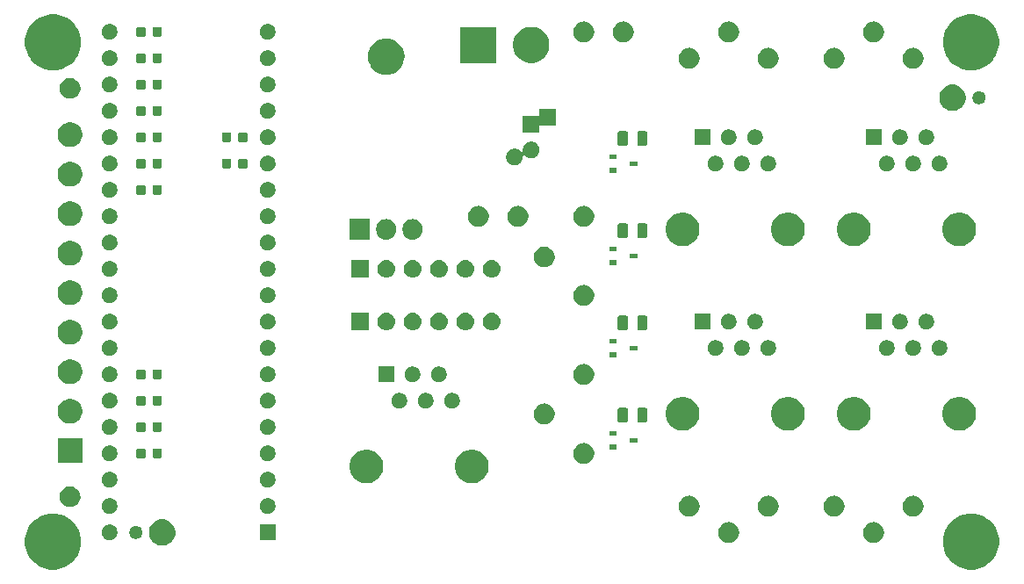
<source format=gbr>
G04 #@! TF.GenerationSoftware,KiCad,Pcbnew,5.0.2-bee76a0~70~ubuntu18.04.1*
G04 #@! TF.CreationDate,2019-06-23T18:14:28-07:00*
G04 #@! TF.ProjectId,aa-input-controller,61612d69-6e70-4757-942d-636f6e74726f,rev?*
G04 #@! TF.SameCoordinates,Original*
G04 #@! TF.FileFunction,Soldermask,Top*
G04 #@! TF.FilePolarity,Negative*
%FSLAX46Y46*%
G04 Gerber Fmt 4.6, Leading zero omitted, Abs format (unit mm)*
G04 Created by KiCad (PCBNEW 5.0.2-bee76a0~70~ubuntu18.04.1) date Sun 23 Jun 2019 06:14:28 PM PDT*
%MOMM*%
%LPD*%
G01*
G04 APERTURE LIST*
%ADD10C,0.100000*%
G04 APERTURE END LIST*
D10*
G36*
X194335560Y-121482759D02*
X194786084Y-121669372D01*
X194826930Y-121686291D01*
X194846736Y-121699525D01*
X195269153Y-121981775D01*
X195645225Y-122357847D01*
X195645227Y-122357850D01*
X195930781Y-122785211D01*
X195940710Y-122800072D01*
X196144241Y-123291440D01*
X196248000Y-123813072D01*
X196248000Y-124344928D01*
X196144241Y-124866560D01*
X195940710Y-125357928D01*
X195645225Y-125800153D01*
X195269153Y-126176225D01*
X195269150Y-126176227D01*
X194826930Y-126471709D01*
X194826929Y-126471710D01*
X194826928Y-126471710D01*
X194335560Y-126675241D01*
X193813928Y-126779000D01*
X193282072Y-126779000D01*
X192760440Y-126675241D01*
X192269072Y-126471710D01*
X192269071Y-126471710D01*
X192269070Y-126471709D01*
X191826850Y-126176227D01*
X191826847Y-126176225D01*
X191450775Y-125800153D01*
X191155290Y-125357928D01*
X190951759Y-124866560D01*
X190848000Y-124344928D01*
X190848000Y-123813072D01*
X190951759Y-123291440D01*
X191155290Y-122800072D01*
X191165220Y-122785211D01*
X191450773Y-122357850D01*
X191450775Y-122357847D01*
X191826847Y-121981775D01*
X192249264Y-121699525D01*
X192269070Y-121686291D01*
X192309916Y-121669372D01*
X192760440Y-121482759D01*
X193282072Y-121379000D01*
X193813928Y-121379000D01*
X194335560Y-121482759D01*
X194335560Y-121482759D01*
G37*
G36*
X105816560Y-121482759D02*
X106267084Y-121669372D01*
X106307930Y-121686291D01*
X106327736Y-121699525D01*
X106750153Y-121981775D01*
X107126225Y-122357847D01*
X107126227Y-122357850D01*
X107411781Y-122785211D01*
X107421710Y-122800072D01*
X107625241Y-123291440D01*
X107729000Y-123813072D01*
X107729000Y-124344928D01*
X107625241Y-124866560D01*
X107421710Y-125357928D01*
X107126225Y-125800153D01*
X106750153Y-126176225D01*
X106750150Y-126176227D01*
X106307930Y-126471709D01*
X106307929Y-126471710D01*
X106307928Y-126471710D01*
X105816560Y-126675241D01*
X105294928Y-126779000D01*
X104763072Y-126779000D01*
X104241440Y-126675241D01*
X103750072Y-126471710D01*
X103750071Y-126471710D01*
X103750070Y-126471709D01*
X103307850Y-126176227D01*
X103307847Y-126176225D01*
X102931775Y-125800153D01*
X102636290Y-125357928D01*
X102432759Y-124866560D01*
X102329000Y-124344928D01*
X102329000Y-123813072D01*
X102432759Y-123291440D01*
X102636290Y-122800072D01*
X102646220Y-122785211D01*
X102931773Y-122357850D01*
X102931775Y-122357847D01*
X103307847Y-121981775D01*
X103730264Y-121699525D01*
X103750070Y-121686291D01*
X103790916Y-121669372D01*
X104241440Y-121482759D01*
X104763072Y-121379000D01*
X105294928Y-121379000D01*
X105816560Y-121482759D01*
X105816560Y-121482759D01*
G37*
G36*
X115817764Y-121944402D02*
X115940445Y-121968805D01*
X116171571Y-122064541D01*
X116379581Y-122203529D01*
X116556471Y-122380419D01*
X116556473Y-122380422D01*
X116695459Y-122588429D01*
X116791195Y-122819555D01*
X116791195Y-122819557D01*
X116840000Y-123064914D01*
X116840000Y-123315086D01*
X116820669Y-123412267D01*
X116791195Y-123560445D01*
X116695459Y-123791571D01*
X116556471Y-123999581D01*
X116379581Y-124176471D01*
X116379578Y-124176473D01*
X116171571Y-124315459D01*
X115940445Y-124411195D01*
X115828435Y-124433475D01*
X115695086Y-124460000D01*
X115444914Y-124460000D01*
X115311565Y-124433475D01*
X115199555Y-124411195D01*
X114968429Y-124315459D01*
X114760422Y-124176473D01*
X114760419Y-124176471D01*
X114583529Y-123999581D01*
X114444541Y-123791571D01*
X114348805Y-123560445D01*
X114319331Y-123412267D01*
X114300000Y-123315086D01*
X114300000Y-123064914D01*
X114348805Y-122819557D01*
X114348805Y-122819555D01*
X114444541Y-122588429D01*
X114583527Y-122380422D01*
X114583529Y-122380419D01*
X114760419Y-122203529D01*
X114968429Y-122064541D01*
X115199555Y-121968805D01*
X115322236Y-121944402D01*
X115444914Y-121920000D01*
X115695086Y-121920000D01*
X115817764Y-121944402D01*
X115817764Y-121944402D01*
G37*
G36*
X170346497Y-122203527D02*
X170471689Y-122228429D01*
X170653678Y-122303811D01*
X170817463Y-122413249D01*
X170956751Y-122552537D01*
X171066189Y-122716322D01*
X171141571Y-122898311D01*
X171155380Y-122967734D01*
X171180000Y-123091507D01*
X171180000Y-123288493D01*
X171174710Y-123315086D01*
X171141571Y-123481689D01*
X171066189Y-123663678D01*
X170956751Y-123827463D01*
X170817463Y-123966751D01*
X170653678Y-124076189D01*
X170471689Y-124151571D01*
X170355770Y-124174628D01*
X170278493Y-124190000D01*
X170081507Y-124190000D01*
X170004230Y-124174628D01*
X169888311Y-124151571D01*
X169706322Y-124076189D01*
X169542537Y-123966751D01*
X169403249Y-123827463D01*
X169293811Y-123663678D01*
X169218429Y-123481689D01*
X169185290Y-123315086D01*
X169180000Y-123288493D01*
X169180000Y-123091507D01*
X169204620Y-122967734D01*
X169218429Y-122898311D01*
X169293811Y-122716322D01*
X169403249Y-122552537D01*
X169542537Y-122413249D01*
X169706322Y-122303811D01*
X169888311Y-122228429D01*
X170013503Y-122203527D01*
X170081507Y-122190000D01*
X170278493Y-122190000D01*
X170346497Y-122203527D01*
X170346497Y-122203527D01*
G37*
G36*
X184316497Y-122203527D02*
X184441689Y-122228429D01*
X184623678Y-122303811D01*
X184787463Y-122413249D01*
X184926751Y-122552537D01*
X185036189Y-122716322D01*
X185111571Y-122898311D01*
X185125380Y-122967734D01*
X185150000Y-123091507D01*
X185150000Y-123288493D01*
X185144710Y-123315086D01*
X185111571Y-123481689D01*
X185036189Y-123663678D01*
X184926751Y-123827463D01*
X184787463Y-123966751D01*
X184623678Y-124076189D01*
X184441689Y-124151571D01*
X184325770Y-124174628D01*
X184248493Y-124190000D01*
X184051507Y-124190000D01*
X183974230Y-124174628D01*
X183858311Y-124151571D01*
X183676322Y-124076189D01*
X183512537Y-123966751D01*
X183373249Y-123827463D01*
X183263811Y-123663678D01*
X183188429Y-123481689D01*
X183155290Y-123315086D01*
X183150000Y-123288493D01*
X183150000Y-123091507D01*
X183174620Y-122967734D01*
X183188429Y-122898311D01*
X183263811Y-122716322D01*
X183373249Y-122552537D01*
X183512537Y-122413249D01*
X183676322Y-122303811D01*
X183858311Y-122228429D01*
X183983503Y-122203527D01*
X184051507Y-122190000D01*
X184248493Y-122190000D01*
X184316497Y-122203527D01*
X184316497Y-122203527D01*
G37*
G36*
X126492000Y-123952000D02*
X124968000Y-123952000D01*
X124968000Y-122428000D01*
X126492000Y-122428000D01*
X126492000Y-123952000D01*
X126492000Y-123952000D01*
G37*
G36*
X110663195Y-122447522D02*
X110712267Y-122457283D01*
X110850942Y-122514724D01*
X110975750Y-122598118D01*
X111081882Y-122704250D01*
X111165276Y-122829058D01*
X111222717Y-122967734D01*
X111252000Y-123114948D01*
X111252000Y-123265052D01*
X111222717Y-123412266D01*
X111165276Y-123550942D01*
X111081882Y-123675750D01*
X110975750Y-123781882D01*
X110975747Y-123781884D01*
X110850942Y-123865276D01*
X110712267Y-123922717D01*
X110663195Y-123932478D01*
X110565052Y-123952000D01*
X110414948Y-123952000D01*
X110316805Y-123932478D01*
X110267733Y-123922717D01*
X110129058Y-123865276D01*
X110004253Y-123781884D01*
X110004250Y-123781882D01*
X109898118Y-123675750D01*
X109814724Y-123550942D01*
X109757283Y-123412266D01*
X109728000Y-123265052D01*
X109728000Y-123114948D01*
X109757283Y-122967734D01*
X109814724Y-122829058D01*
X109898118Y-122704250D01*
X110004250Y-122598118D01*
X110129058Y-122514724D01*
X110267733Y-122457283D01*
X110316805Y-122447522D01*
X110414948Y-122428000D01*
X110565052Y-122428000D01*
X110663195Y-122447522D01*
X110663195Y-122447522D01*
G37*
G36*
X113215223Y-122579403D02*
X113330784Y-122627270D01*
X113434792Y-122696766D01*
X113523234Y-122785208D01*
X113592730Y-122889216D01*
X113598064Y-122902094D01*
X113640597Y-123004777D01*
X113665000Y-123127458D01*
X113665000Y-123252542D01*
X113652559Y-123315086D01*
X113640597Y-123375223D01*
X113592730Y-123490784D01*
X113523234Y-123594792D01*
X113434792Y-123683234D01*
X113330784Y-123752730D01*
X113215223Y-123800597D01*
X113092542Y-123825000D01*
X112967458Y-123825000D01*
X112844777Y-123800597D01*
X112729216Y-123752730D01*
X112625208Y-123683234D01*
X112536766Y-123594792D01*
X112467270Y-123490784D01*
X112419403Y-123375223D01*
X112407441Y-123315086D01*
X112395000Y-123252542D01*
X112395000Y-123127458D01*
X112419403Y-123004777D01*
X112461936Y-122902094D01*
X112467270Y-122889216D01*
X112536766Y-122785208D01*
X112625208Y-122696766D01*
X112729216Y-122627270D01*
X112844777Y-122579403D01*
X112967458Y-122555000D01*
X113092542Y-122555000D01*
X113215223Y-122579403D01*
X113215223Y-122579403D01*
G37*
G36*
X174151369Y-119662507D02*
X174281689Y-119688429D01*
X174463678Y-119763811D01*
X174627463Y-119873249D01*
X174766751Y-120012537D01*
X174876189Y-120176322D01*
X174951571Y-120358311D01*
X174965380Y-120427734D01*
X174987264Y-120537751D01*
X174990000Y-120551509D01*
X174990000Y-120748491D01*
X174951571Y-120941689D01*
X174876189Y-121123678D01*
X174766751Y-121287463D01*
X174627463Y-121426751D01*
X174463678Y-121536189D01*
X174281689Y-121611571D01*
X174165770Y-121634628D01*
X174088493Y-121650000D01*
X173891507Y-121650000D01*
X173814230Y-121634628D01*
X173698311Y-121611571D01*
X173516322Y-121536189D01*
X173352537Y-121426751D01*
X173213249Y-121287463D01*
X173103811Y-121123678D01*
X173028429Y-120941689D01*
X172990000Y-120748491D01*
X172990000Y-120551509D01*
X172992737Y-120537751D01*
X173014620Y-120427734D01*
X173028429Y-120358311D01*
X173103811Y-120176322D01*
X173213249Y-120012537D01*
X173352537Y-119873249D01*
X173516322Y-119763811D01*
X173698311Y-119688429D01*
X173828631Y-119662507D01*
X173891507Y-119650000D01*
X174088493Y-119650000D01*
X174151369Y-119662507D01*
X174151369Y-119662507D01*
G37*
G36*
X188121369Y-119662507D02*
X188251689Y-119688429D01*
X188433678Y-119763811D01*
X188597463Y-119873249D01*
X188736751Y-120012537D01*
X188846189Y-120176322D01*
X188921571Y-120358311D01*
X188935380Y-120427734D01*
X188957264Y-120537751D01*
X188960000Y-120551509D01*
X188960000Y-120748491D01*
X188921571Y-120941689D01*
X188846189Y-121123678D01*
X188736751Y-121287463D01*
X188597463Y-121426751D01*
X188433678Y-121536189D01*
X188251689Y-121611571D01*
X188135770Y-121634628D01*
X188058493Y-121650000D01*
X187861507Y-121650000D01*
X187784230Y-121634628D01*
X187668311Y-121611571D01*
X187486322Y-121536189D01*
X187322537Y-121426751D01*
X187183249Y-121287463D01*
X187073811Y-121123678D01*
X186998429Y-120941689D01*
X186960000Y-120748491D01*
X186960000Y-120551509D01*
X186962737Y-120537751D01*
X186984620Y-120427734D01*
X186998429Y-120358311D01*
X187073811Y-120176322D01*
X187183249Y-120012537D01*
X187322537Y-119873249D01*
X187486322Y-119763811D01*
X187668311Y-119688429D01*
X187798631Y-119662507D01*
X187861507Y-119650000D01*
X188058493Y-119650000D01*
X188121369Y-119662507D01*
X188121369Y-119662507D01*
G37*
G36*
X166531369Y-119662507D02*
X166661689Y-119688429D01*
X166843678Y-119763811D01*
X167007463Y-119873249D01*
X167146751Y-120012537D01*
X167256189Y-120176322D01*
X167331571Y-120358311D01*
X167345380Y-120427734D01*
X167367264Y-120537751D01*
X167370000Y-120551509D01*
X167370000Y-120748491D01*
X167331571Y-120941689D01*
X167256189Y-121123678D01*
X167146751Y-121287463D01*
X167007463Y-121426751D01*
X166843678Y-121536189D01*
X166661689Y-121611571D01*
X166545770Y-121634628D01*
X166468493Y-121650000D01*
X166271507Y-121650000D01*
X166194230Y-121634628D01*
X166078311Y-121611571D01*
X165896322Y-121536189D01*
X165732537Y-121426751D01*
X165593249Y-121287463D01*
X165483811Y-121123678D01*
X165408429Y-120941689D01*
X165370000Y-120748491D01*
X165370000Y-120551509D01*
X165372737Y-120537751D01*
X165394620Y-120427734D01*
X165408429Y-120358311D01*
X165483811Y-120176322D01*
X165593249Y-120012537D01*
X165732537Y-119873249D01*
X165896322Y-119763811D01*
X166078311Y-119688429D01*
X166208631Y-119662507D01*
X166271507Y-119650000D01*
X166468493Y-119650000D01*
X166531369Y-119662507D01*
X166531369Y-119662507D01*
G37*
G36*
X180501369Y-119662507D02*
X180631689Y-119688429D01*
X180813678Y-119763811D01*
X180977463Y-119873249D01*
X181116751Y-120012537D01*
X181226189Y-120176322D01*
X181301571Y-120358311D01*
X181315380Y-120427734D01*
X181337264Y-120537751D01*
X181340000Y-120551509D01*
X181340000Y-120748491D01*
X181301571Y-120941689D01*
X181226189Y-121123678D01*
X181116751Y-121287463D01*
X180977463Y-121426751D01*
X180813678Y-121536189D01*
X180631689Y-121611571D01*
X180515770Y-121634628D01*
X180438493Y-121650000D01*
X180241507Y-121650000D01*
X180164230Y-121634628D01*
X180048311Y-121611571D01*
X179866322Y-121536189D01*
X179702537Y-121426751D01*
X179563249Y-121287463D01*
X179453811Y-121123678D01*
X179378429Y-120941689D01*
X179340000Y-120748491D01*
X179340000Y-120551509D01*
X179342737Y-120537751D01*
X179364620Y-120427734D01*
X179378429Y-120358311D01*
X179453811Y-120176322D01*
X179563249Y-120012537D01*
X179702537Y-119873249D01*
X179866322Y-119763811D01*
X180048311Y-119688429D01*
X180178631Y-119662507D01*
X180241507Y-119650000D01*
X180438493Y-119650000D01*
X180501369Y-119662507D01*
X180501369Y-119662507D01*
G37*
G36*
X110663195Y-119907522D02*
X110712267Y-119917283D01*
X110850942Y-119974724D01*
X110975750Y-120058118D01*
X111081882Y-120164250D01*
X111165276Y-120289058D01*
X111222717Y-120427734D01*
X111252000Y-120574948D01*
X111252000Y-120725052D01*
X111222717Y-120872266D01*
X111165276Y-121010942D01*
X111081882Y-121135750D01*
X110975750Y-121241882D01*
X110975747Y-121241884D01*
X110850942Y-121325276D01*
X110712267Y-121382717D01*
X110663195Y-121392478D01*
X110565052Y-121412000D01*
X110414948Y-121412000D01*
X110316805Y-121392478D01*
X110267733Y-121382717D01*
X110129058Y-121325276D01*
X110004253Y-121241884D01*
X110004250Y-121241882D01*
X109898118Y-121135750D01*
X109814724Y-121010942D01*
X109757283Y-120872266D01*
X109728000Y-120725052D01*
X109728000Y-120574948D01*
X109757283Y-120427734D01*
X109814724Y-120289058D01*
X109898118Y-120164250D01*
X110004250Y-120058118D01*
X110129058Y-119974724D01*
X110267733Y-119917283D01*
X110316805Y-119907522D01*
X110414948Y-119888000D01*
X110565052Y-119888000D01*
X110663195Y-119907522D01*
X110663195Y-119907522D01*
G37*
G36*
X125903195Y-119907522D02*
X125952267Y-119917283D01*
X126090942Y-119974724D01*
X126215750Y-120058118D01*
X126321882Y-120164250D01*
X126405276Y-120289058D01*
X126462717Y-120427734D01*
X126492000Y-120574948D01*
X126492000Y-120725052D01*
X126462717Y-120872266D01*
X126405276Y-121010942D01*
X126321882Y-121135750D01*
X126215750Y-121241882D01*
X126215747Y-121241884D01*
X126090942Y-121325276D01*
X125952267Y-121382717D01*
X125903195Y-121392478D01*
X125805052Y-121412000D01*
X125654948Y-121412000D01*
X125556805Y-121392478D01*
X125507733Y-121382717D01*
X125369058Y-121325276D01*
X125244253Y-121241884D01*
X125244250Y-121241882D01*
X125138118Y-121135750D01*
X125054724Y-121010942D01*
X124997283Y-120872266D01*
X124968000Y-120725052D01*
X124968000Y-120574948D01*
X124997283Y-120427734D01*
X125054724Y-120289058D01*
X125138118Y-120164250D01*
X125244250Y-120058118D01*
X125369058Y-119974724D01*
X125507733Y-119917283D01*
X125556805Y-119907522D01*
X125654948Y-119888000D01*
X125805052Y-119888000D01*
X125903195Y-119907522D01*
X125903195Y-119907522D01*
G37*
G36*
X106855770Y-118776372D02*
X106971689Y-118799429D01*
X107153678Y-118874811D01*
X107317463Y-118984249D01*
X107456751Y-119123537D01*
X107566189Y-119287322D01*
X107641571Y-119469311D01*
X107664628Y-119585230D01*
X107680000Y-119662507D01*
X107680000Y-119859493D01*
X107668505Y-119917283D01*
X107641571Y-120052689D01*
X107566189Y-120234678D01*
X107456751Y-120398463D01*
X107317463Y-120537751D01*
X107153678Y-120647189D01*
X106971689Y-120722571D01*
X106855770Y-120745628D01*
X106778493Y-120761000D01*
X106581507Y-120761000D01*
X106504230Y-120745628D01*
X106388311Y-120722571D01*
X106206322Y-120647189D01*
X106042537Y-120537751D01*
X105903249Y-120398463D01*
X105793811Y-120234678D01*
X105718429Y-120052689D01*
X105691495Y-119917283D01*
X105680000Y-119859493D01*
X105680000Y-119662507D01*
X105695372Y-119585230D01*
X105718429Y-119469311D01*
X105793811Y-119287322D01*
X105903249Y-119123537D01*
X106042537Y-118984249D01*
X106206322Y-118874811D01*
X106388311Y-118799429D01*
X106504230Y-118776372D01*
X106581507Y-118761000D01*
X106778493Y-118761000D01*
X106855770Y-118776372D01*
X106855770Y-118776372D01*
G37*
G36*
X125903195Y-117367522D02*
X125952267Y-117377283D01*
X126090942Y-117434724D01*
X126215750Y-117518118D01*
X126321882Y-117624250D01*
X126321884Y-117624253D01*
X126405276Y-117749058D01*
X126462717Y-117887733D01*
X126492000Y-118034950D01*
X126492000Y-118185050D01*
X126462717Y-118332267D01*
X126407737Y-118465000D01*
X126405276Y-118470942D01*
X126321882Y-118595750D01*
X126215750Y-118701882D01*
X126215747Y-118701884D01*
X126090942Y-118785276D01*
X125952267Y-118842717D01*
X125903195Y-118852478D01*
X125805052Y-118872000D01*
X125654948Y-118872000D01*
X125556805Y-118852478D01*
X125507733Y-118842717D01*
X125369058Y-118785276D01*
X125244253Y-118701884D01*
X125244250Y-118701882D01*
X125138118Y-118595750D01*
X125054724Y-118470942D01*
X125052263Y-118465000D01*
X124997283Y-118332267D01*
X124968000Y-118185050D01*
X124968000Y-118034950D01*
X124997283Y-117887733D01*
X125054724Y-117749058D01*
X125138116Y-117624253D01*
X125138118Y-117624250D01*
X125244250Y-117518118D01*
X125369058Y-117434724D01*
X125507733Y-117377283D01*
X125556805Y-117367522D01*
X125654948Y-117348000D01*
X125805052Y-117348000D01*
X125903195Y-117367522D01*
X125903195Y-117367522D01*
G37*
G36*
X110663195Y-117367522D02*
X110712267Y-117377283D01*
X110850942Y-117434724D01*
X110975750Y-117518118D01*
X111081882Y-117624250D01*
X111081884Y-117624253D01*
X111165276Y-117749058D01*
X111222717Y-117887733D01*
X111252000Y-118034950D01*
X111252000Y-118185050D01*
X111222717Y-118332267D01*
X111167737Y-118465000D01*
X111165276Y-118470942D01*
X111081882Y-118595750D01*
X110975750Y-118701882D01*
X110975747Y-118701884D01*
X110850942Y-118785276D01*
X110712267Y-118842717D01*
X110663195Y-118852478D01*
X110565052Y-118872000D01*
X110414948Y-118872000D01*
X110316805Y-118852478D01*
X110267733Y-118842717D01*
X110129058Y-118785276D01*
X110004253Y-118701884D01*
X110004250Y-118701882D01*
X109898118Y-118595750D01*
X109814724Y-118470942D01*
X109812263Y-118465000D01*
X109757283Y-118332267D01*
X109728000Y-118185050D01*
X109728000Y-118034950D01*
X109757283Y-117887733D01*
X109814724Y-117749058D01*
X109898116Y-117624253D01*
X109898118Y-117624250D01*
X110004250Y-117518118D01*
X110129058Y-117434724D01*
X110267733Y-117377283D01*
X110316805Y-117367522D01*
X110414948Y-117348000D01*
X110565052Y-117348000D01*
X110663195Y-117367522D01*
X110663195Y-117367522D01*
G37*
G36*
X145883992Y-115277447D02*
X145883994Y-115277448D01*
X145883995Y-115277448D01*
X146179726Y-115399943D01*
X146442286Y-115575380D01*
X146445880Y-115577782D01*
X146672218Y-115804120D01*
X146672220Y-115804123D01*
X146850057Y-116070274D01*
X146964575Y-116346747D01*
X146972553Y-116366008D01*
X147035000Y-116679950D01*
X147035000Y-117000049D01*
X146972552Y-117313995D01*
X146850057Y-117609726D01*
X146850056Y-117609727D01*
X146672218Y-117875880D01*
X146445880Y-118102218D01*
X146445877Y-118102220D01*
X146179726Y-118280057D01*
X145883995Y-118402552D01*
X145883994Y-118402552D01*
X145883992Y-118402553D01*
X145570050Y-118465000D01*
X145249950Y-118465000D01*
X144936008Y-118402553D01*
X144936006Y-118402552D01*
X144936005Y-118402552D01*
X144640274Y-118280057D01*
X144374123Y-118102220D01*
X144374120Y-118102218D01*
X144147782Y-117875880D01*
X143969944Y-117609727D01*
X143969943Y-117609726D01*
X143847448Y-117313995D01*
X143785000Y-117000049D01*
X143785000Y-116679950D01*
X143847447Y-116366008D01*
X143855425Y-116346747D01*
X143969943Y-116070274D01*
X144147780Y-115804123D01*
X144147782Y-115804120D01*
X144374120Y-115577782D01*
X144377714Y-115575380D01*
X144640274Y-115399943D01*
X144936005Y-115277448D01*
X144936006Y-115277448D01*
X144936008Y-115277447D01*
X145249950Y-115215000D01*
X145570050Y-115215000D01*
X145883992Y-115277447D01*
X145883992Y-115277447D01*
G37*
G36*
X135723992Y-115277447D02*
X135723994Y-115277448D01*
X135723995Y-115277448D01*
X136019726Y-115399943D01*
X136282286Y-115575380D01*
X136285880Y-115577782D01*
X136512218Y-115804120D01*
X136512220Y-115804123D01*
X136690057Y-116070274D01*
X136804575Y-116346747D01*
X136812553Y-116366008D01*
X136875000Y-116679950D01*
X136875000Y-117000049D01*
X136812552Y-117313995D01*
X136690057Y-117609726D01*
X136690056Y-117609727D01*
X136512218Y-117875880D01*
X136285880Y-118102218D01*
X136285877Y-118102220D01*
X136019726Y-118280057D01*
X135723995Y-118402552D01*
X135723994Y-118402552D01*
X135723992Y-118402553D01*
X135410050Y-118465000D01*
X135089950Y-118465000D01*
X134776008Y-118402553D01*
X134776006Y-118402552D01*
X134776005Y-118402552D01*
X134480274Y-118280057D01*
X134214123Y-118102220D01*
X134214120Y-118102218D01*
X133987782Y-117875880D01*
X133809944Y-117609727D01*
X133809943Y-117609726D01*
X133687448Y-117313995D01*
X133625000Y-117000049D01*
X133625000Y-116679950D01*
X133687447Y-116366008D01*
X133695425Y-116346747D01*
X133809943Y-116070274D01*
X133987780Y-115804123D01*
X133987782Y-115804120D01*
X134214120Y-115577782D01*
X134217714Y-115575380D01*
X134480274Y-115399943D01*
X134776005Y-115277448D01*
X134776006Y-115277448D01*
X134776008Y-115277447D01*
X135089950Y-115215000D01*
X135410050Y-115215000D01*
X135723992Y-115277447D01*
X135723992Y-115277447D01*
G37*
G36*
X156385770Y-114585372D02*
X156501689Y-114608429D01*
X156683678Y-114683811D01*
X156847463Y-114793249D01*
X156986751Y-114932537D01*
X157096189Y-115096322D01*
X157171571Y-115278311D01*
X157210000Y-115471509D01*
X157210000Y-115668491D01*
X157171571Y-115861689D01*
X157096189Y-116043678D01*
X156986751Y-116207463D01*
X156847463Y-116346751D01*
X156683678Y-116456189D01*
X156501689Y-116531571D01*
X156385770Y-116554628D01*
X156308493Y-116570000D01*
X156111507Y-116570000D01*
X156034230Y-116554628D01*
X155918311Y-116531571D01*
X155736322Y-116456189D01*
X155572537Y-116346751D01*
X155433249Y-116207463D01*
X155323811Y-116043678D01*
X155248429Y-115861689D01*
X155210000Y-115668491D01*
X155210000Y-115471509D01*
X155248429Y-115278311D01*
X155323811Y-115096322D01*
X155433249Y-114932537D01*
X155572537Y-114793249D01*
X155736322Y-114683811D01*
X155918311Y-114608429D01*
X156034230Y-114585372D01*
X156111507Y-114570000D01*
X156308493Y-114570000D01*
X156385770Y-114585372D01*
X156385770Y-114585372D01*
G37*
G36*
X107880000Y-116516000D02*
X105480000Y-116516000D01*
X105480000Y-114116000D01*
X107880000Y-114116000D01*
X107880000Y-116516000D01*
X107880000Y-116516000D01*
G37*
G36*
X125903195Y-114827522D02*
X125952267Y-114837283D01*
X126090942Y-114894724D01*
X126215750Y-114978118D01*
X126321882Y-115084250D01*
X126321884Y-115084253D01*
X126405276Y-115209058D01*
X126448641Y-115313750D01*
X126462717Y-115347734D01*
X126492000Y-115494948D01*
X126492000Y-115645052D01*
X126487337Y-115668493D01*
X126462717Y-115792267D01*
X126433963Y-115861686D01*
X126405276Y-115930942D01*
X126321882Y-116055750D01*
X126215750Y-116161882D01*
X126215747Y-116161884D01*
X126090942Y-116245276D01*
X125952267Y-116302717D01*
X125903195Y-116312478D01*
X125805052Y-116332000D01*
X125654948Y-116332000D01*
X125556805Y-116312478D01*
X125507733Y-116302717D01*
X125369058Y-116245276D01*
X125244253Y-116161884D01*
X125244250Y-116161882D01*
X125138118Y-116055750D01*
X125054724Y-115930942D01*
X125026037Y-115861686D01*
X124997283Y-115792267D01*
X124972663Y-115668493D01*
X124968000Y-115645052D01*
X124968000Y-115494948D01*
X124997283Y-115347734D01*
X125011360Y-115313750D01*
X125054724Y-115209058D01*
X125138116Y-115084253D01*
X125138118Y-115084250D01*
X125244250Y-114978118D01*
X125369058Y-114894724D01*
X125507733Y-114837283D01*
X125556805Y-114827522D01*
X125654948Y-114808000D01*
X125805052Y-114808000D01*
X125903195Y-114827522D01*
X125903195Y-114827522D01*
G37*
G36*
X110663195Y-114827522D02*
X110712267Y-114837283D01*
X110850942Y-114894724D01*
X110975750Y-114978118D01*
X111081882Y-115084250D01*
X111081884Y-115084253D01*
X111165276Y-115209058D01*
X111208641Y-115313750D01*
X111222717Y-115347734D01*
X111252000Y-115494948D01*
X111252000Y-115645052D01*
X111247337Y-115668493D01*
X111222717Y-115792267D01*
X111193963Y-115861686D01*
X111165276Y-115930942D01*
X111081882Y-116055750D01*
X110975750Y-116161882D01*
X110975747Y-116161884D01*
X110850942Y-116245276D01*
X110712267Y-116302717D01*
X110663195Y-116312478D01*
X110565052Y-116332000D01*
X110414948Y-116332000D01*
X110316805Y-116312478D01*
X110267733Y-116302717D01*
X110129058Y-116245276D01*
X110004253Y-116161884D01*
X110004250Y-116161882D01*
X109898118Y-116055750D01*
X109814724Y-115930942D01*
X109786037Y-115861686D01*
X109757283Y-115792267D01*
X109732663Y-115668493D01*
X109728000Y-115645052D01*
X109728000Y-115494948D01*
X109757283Y-115347734D01*
X109771360Y-115313750D01*
X109814724Y-115209058D01*
X109898116Y-115084253D01*
X109898118Y-115084250D01*
X110004250Y-114978118D01*
X110129058Y-114894724D01*
X110267733Y-114837283D01*
X110316805Y-114827522D01*
X110414948Y-114808000D01*
X110565052Y-114808000D01*
X110663195Y-114827522D01*
X110663195Y-114827522D01*
G37*
G36*
X113824116Y-115098595D02*
X113853313Y-115107452D01*
X113880218Y-115121833D01*
X113903808Y-115141192D01*
X113923167Y-115164782D01*
X113937548Y-115191687D01*
X113946405Y-115220884D01*
X113950000Y-115257390D01*
X113950000Y-115882610D01*
X113946405Y-115919116D01*
X113937548Y-115948313D01*
X113923167Y-115975218D01*
X113903808Y-115998808D01*
X113880218Y-116018167D01*
X113853313Y-116032548D01*
X113824116Y-116041405D01*
X113787610Y-116045000D01*
X113237390Y-116045000D01*
X113200884Y-116041405D01*
X113171687Y-116032548D01*
X113144782Y-116018167D01*
X113121192Y-115998808D01*
X113101833Y-115975218D01*
X113087452Y-115948313D01*
X113078595Y-115919116D01*
X113075000Y-115882610D01*
X113075000Y-115257390D01*
X113078595Y-115220884D01*
X113087452Y-115191687D01*
X113101833Y-115164782D01*
X113121192Y-115141192D01*
X113144782Y-115121833D01*
X113171687Y-115107452D01*
X113200884Y-115098595D01*
X113237390Y-115095000D01*
X113787610Y-115095000D01*
X113824116Y-115098595D01*
X113824116Y-115098595D01*
G37*
G36*
X115399116Y-115098595D02*
X115428313Y-115107452D01*
X115455218Y-115121833D01*
X115478808Y-115141192D01*
X115498167Y-115164782D01*
X115512548Y-115191687D01*
X115521405Y-115220884D01*
X115525000Y-115257390D01*
X115525000Y-115882610D01*
X115521405Y-115919116D01*
X115512548Y-115948313D01*
X115498167Y-115975218D01*
X115478808Y-115998808D01*
X115455218Y-116018167D01*
X115428313Y-116032548D01*
X115399116Y-116041405D01*
X115362610Y-116045000D01*
X114812390Y-116045000D01*
X114775884Y-116041405D01*
X114746687Y-116032548D01*
X114719782Y-116018167D01*
X114696192Y-115998808D01*
X114676833Y-115975218D01*
X114662452Y-115948313D01*
X114653595Y-115919116D01*
X114650000Y-115882610D01*
X114650000Y-115257390D01*
X114653595Y-115220884D01*
X114662452Y-115191687D01*
X114676833Y-115164782D01*
X114696192Y-115141192D01*
X114719782Y-115121833D01*
X114746687Y-115107452D01*
X114775884Y-115098595D01*
X114812390Y-115095000D01*
X115362610Y-115095000D01*
X115399116Y-115098595D01*
X115399116Y-115098595D01*
G37*
G36*
X159370000Y-115175000D02*
X158670000Y-115175000D01*
X158670000Y-114725000D01*
X159370000Y-114725000D01*
X159370000Y-115175000D01*
X159370000Y-115175000D01*
G37*
G36*
X161370000Y-114525000D02*
X160670000Y-114525000D01*
X160670000Y-114075000D01*
X161370000Y-114075000D01*
X161370000Y-114525000D01*
X161370000Y-114525000D01*
G37*
G36*
X159370000Y-113875000D02*
X158670000Y-113875000D01*
X158670000Y-113425000D01*
X159370000Y-113425000D01*
X159370000Y-113875000D01*
X159370000Y-113875000D01*
G37*
G36*
X125903195Y-112287522D02*
X125952267Y-112297283D01*
X126063241Y-112343250D01*
X126090942Y-112354724D01*
X126215750Y-112438118D01*
X126321882Y-112544250D01*
X126321884Y-112544253D01*
X126405276Y-112669058D01*
X126462717Y-112807733D01*
X126492000Y-112954950D01*
X126492000Y-113105050D01*
X126462717Y-113252267D01*
X126430964Y-113328926D01*
X126405276Y-113390942D01*
X126321882Y-113515750D01*
X126215750Y-113621882D01*
X126215747Y-113621884D01*
X126090942Y-113705276D01*
X125952267Y-113762717D01*
X125903195Y-113772478D01*
X125805052Y-113792000D01*
X125654948Y-113792000D01*
X125556805Y-113772478D01*
X125507733Y-113762717D01*
X125369058Y-113705276D01*
X125244253Y-113621884D01*
X125244250Y-113621882D01*
X125138118Y-113515750D01*
X125054724Y-113390942D01*
X125029036Y-113328926D01*
X124997283Y-113252267D01*
X124968000Y-113105050D01*
X124968000Y-112954950D01*
X124997283Y-112807733D01*
X125054724Y-112669058D01*
X125138116Y-112544253D01*
X125138118Y-112544250D01*
X125244250Y-112438118D01*
X125369058Y-112354724D01*
X125396759Y-112343250D01*
X125507733Y-112297283D01*
X125556805Y-112287522D01*
X125654948Y-112268000D01*
X125805052Y-112268000D01*
X125903195Y-112287522D01*
X125903195Y-112287522D01*
G37*
G36*
X110663195Y-112287522D02*
X110712267Y-112297283D01*
X110823241Y-112343250D01*
X110850942Y-112354724D01*
X110975750Y-112438118D01*
X111081882Y-112544250D01*
X111081884Y-112544253D01*
X111165276Y-112669058D01*
X111222717Y-112807733D01*
X111252000Y-112954950D01*
X111252000Y-113105050D01*
X111222717Y-113252267D01*
X111190964Y-113328926D01*
X111165276Y-113390942D01*
X111081882Y-113515750D01*
X110975750Y-113621882D01*
X110975747Y-113621884D01*
X110850942Y-113705276D01*
X110712267Y-113762717D01*
X110663195Y-113772478D01*
X110565052Y-113792000D01*
X110414948Y-113792000D01*
X110316805Y-113772478D01*
X110267733Y-113762717D01*
X110129058Y-113705276D01*
X110004253Y-113621884D01*
X110004250Y-113621882D01*
X109898118Y-113515750D01*
X109814724Y-113390942D01*
X109789036Y-113328926D01*
X109757283Y-113252267D01*
X109728000Y-113105050D01*
X109728000Y-112954950D01*
X109757283Y-112807733D01*
X109814724Y-112669058D01*
X109898116Y-112544253D01*
X109898118Y-112544250D01*
X110004250Y-112438118D01*
X110129058Y-112354724D01*
X110156759Y-112343250D01*
X110267733Y-112297283D01*
X110316805Y-112287522D01*
X110414948Y-112268000D01*
X110565052Y-112268000D01*
X110663195Y-112287522D01*
X110663195Y-112287522D01*
G37*
G36*
X115399116Y-112558595D02*
X115428313Y-112567452D01*
X115455218Y-112581833D01*
X115478808Y-112601192D01*
X115498167Y-112624782D01*
X115512548Y-112651687D01*
X115521405Y-112680884D01*
X115525000Y-112717390D01*
X115525000Y-113342610D01*
X115521405Y-113379116D01*
X115512548Y-113408313D01*
X115498167Y-113435218D01*
X115478808Y-113458808D01*
X115455218Y-113478167D01*
X115428313Y-113492548D01*
X115399116Y-113501405D01*
X115362610Y-113505000D01*
X114812390Y-113505000D01*
X114775884Y-113501405D01*
X114746687Y-113492548D01*
X114719782Y-113478167D01*
X114696192Y-113458808D01*
X114676833Y-113435218D01*
X114662452Y-113408313D01*
X114653595Y-113379116D01*
X114650000Y-113342610D01*
X114650000Y-112717390D01*
X114653595Y-112680884D01*
X114662452Y-112651687D01*
X114676833Y-112624782D01*
X114696192Y-112601192D01*
X114719782Y-112581833D01*
X114746687Y-112567452D01*
X114775884Y-112558595D01*
X114812390Y-112555000D01*
X115362610Y-112555000D01*
X115399116Y-112558595D01*
X115399116Y-112558595D01*
G37*
G36*
X113824116Y-112558595D02*
X113853313Y-112567452D01*
X113880218Y-112581833D01*
X113903808Y-112601192D01*
X113923167Y-112624782D01*
X113937548Y-112651687D01*
X113946405Y-112680884D01*
X113950000Y-112717390D01*
X113950000Y-113342610D01*
X113946405Y-113379116D01*
X113937548Y-113408313D01*
X113923167Y-113435218D01*
X113903808Y-113458808D01*
X113880218Y-113478167D01*
X113853313Y-113492548D01*
X113824116Y-113501405D01*
X113787610Y-113505000D01*
X113237390Y-113505000D01*
X113200884Y-113501405D01*
X113171687Y-113492548D01*
X113144782Y-113478167D01*
X113121192Y-113458808D01*
X113101833Y-113435218D01*
X113087452Y-113408313D01*
X113078595Y-113379116D01*
X113075000Y-113342610D01*
X113075000Y-112717390D01*
X113078595Y-112680884D01*
X113087452Y-112651687D01*
X113101833Y-112624782D01*
X113121192Y-112601192D01*
X113144782Y-112581833D01*
X113171687Y-112567452D01*
X113200884Y-112558595D01*
X113237390Y-112555000D01*
X113787610Y-112555000D01*
X113824116Y-112558595D01*
X113824116Y-112558595D01*
G37*
G36*
X166203992Y-110197447D02*
X166203994Y-110197448D01*
X166203995Y-110197448D01*
X166499726Y-110319943D01*
X166642205Y-110415145D01*
X166765880Y-110497782D01*
X166992218Y-110724120D01*
X166992220Y-110724123D01*
X167170057Y-110990274D01*
X167281115Y-111258393D01*
X167292553Y-111286008D01*
X167321344Y-111430750D01*
X167355000Y-111599951D01*
X167355000Y-111920049D01*
X167292552Y-112233995D01*
X167170057Y-112529726D01*
X167041870Y-112721571D01*
X166992218Y-112795880D01*
X166765880Y-113022218D01*
X166765877Y-113022220D01*
X166499726Y-113200057D01*
X166203995Y-113322552D01*
X166203994Y-113322552D01*
X166203992Y-113322553D01*
X165890050Y-113385000D01*
X165569950Y-113385000D01*
X165256008Y-113322553D01*
X165256006Y-113322552D01*
X165256005Y-113322552D01*
X164960274Y-113200057D01*
X164694123Y-113022220D01*
X164694120Y-113022218D01*
X164467782Y-112795880D01*
X164418130Y-112721571D01*
X164289943Y-112529726D01*
X164167448Y-112233995D01*
X164105000Y-111920049D01*
X164105000Y-111599951D01*
X164138656Y-111430750D01*
X164167447Y-111286008D01*
X164178885Y-111258393D01*
X164289943Y-110990274D01*
X164467780Y-110724123D01*
X164467782Y-110724120D01*
X164694120Y-110497782D01*
X164817795Y-110415145D01*
X164960274Y-110319943D01*
X165256005Y-110197448D01*
X165256006Y-110197448D01*
X165256008Y-110197447D01*
X165569950Y-110135000D01*
X165890050Y-110135000D01*
X166203992Y-110197447D01*
X166203992Y-110197447D01*
G37*
G36*
X192873992Y-110197447D02*
X192873994Y-110197448D01*
X192873995Y-110197448D01*
X193169726Y-110319943D01*
X193312205Y-110415145D01*
X193435880Y-110497782D01*
X193662218Y-110724120D01*
X193662220Y-110724123D01*
X193840057Y-110990274D01*
X193951115Y-111258393D01*
X193962553Y-111286008D01*
X193991344Y-111430750D01*
X194025000Y-111599951D01*
X194025000Y-111920049D01*
X193962552Y-112233995D01*
X193840057Y-112529726D01*
X193711870Y-112721571D01*
X193662218Y-112795880D01*
X193435880Y-113022218D01*
X193435877Y-113022220D01*
X193169726Y-113200057D01*
X192873995Y-113322552D01*
X192873994Y-113322552D01*
X192873992Y-113322553D01*
X192560050Y-113385000D01*
X192239950Y-113385000D01*
X191926008Y-113322553D01*
X191926006Y-113322552D01*
X191926005Y-113322552D01*
X191630274Y-113200057D01*
X191364123Y-113022220D01*
X191364120Y-113022218D01*
X191137782Y-112795880D01*
X191088130Y-112721571D01*
X190959943Y-112529726D01*
X190837448Y-112233995D01*
X190775000Y-111920049D01*
X190775000Y-111599951D01*
X190808656Y-111430750D01*
X190837447Y-111286008D01*
X190848885Y-111258393D01*
X190959943Y-110990274D01*
X191137780Y-110724123D01*
X191137782Y-110724120D01*
X191364120Y-110497782D01*
X191487795Y-110415145D01*
X191630274Y-110319943D01*
X191926005Y-110197448D01*
X191926006Y-110197448D01*
X191926008Y-110197447D01*
X192239950Y-110135000D01*
X192560050Y-110135000D01*
X192873992Y-110197447D01*
X192873992Y-110197447D01*
G37*
G36*
X182713992Y-110197447D02*
X182713994Y-110197448D01*
X182713995Y-110197448D01*
X183009726Y-110319943D01*
X183152205Y-110415145D01*
X183275880Y-110497782D01*
X183502218Y-110724120D01*
X183502220Y-110724123D01*
X183680057Y-110990274D01*
X183791115Y-111258393D01*
X183802553Y-111286008D01*
X183831344Y-111430750D01*
X183865000Y-111599951D01*
X183865000Y-111920049D01*
X183802552Y-112233995D01*
X183680057Y-112529726D01*
X183551870Y-112721571D01*
X183502218Y-112795880D01*
X183275880Y-113022218D01*
X183275877Y-113022220D01*
X183009726Y-113200057D01*
X182713995Y-113322552D01*
X182713994Y-113322552D01*
X182713992Y-113322553D01*
X182400050Y-113385000D01*
X182079950Y-113385000D01*
X181766008Y-113322553D01*
X181766006Y-113322552D01*
X181766005Y-113322552D01*
X181470274Y-113200057D01*
X181204123Y-113022220D01*
X181204120Y-113022218D01*
X180977782Y-112795880D01*
X180928130Y-112721571D01*
X180799943Y-112529726D01*
X180677448Y-112233995D01*
X180615000Y-111920049D01*
X180615000Y-111599951D01*
X180648656Y-111430750D01*
X180677447Y-111286008D01*
X180688885Y-111258393D01*
X180799943Y-110990274D01*
X180977780Y-110724123D01*
X180977782Y-110724120D01*
X181204120Y-110497782D01*
X181327795Y-110415145D01*
X181470274Y-110319943D01*
X181766005Y-110197448D01*
X181766006Y-110197448D01*
X181766008Y-110197447D01*
X182079950Y-110135000D01*
X182400050Y-110135000D01*
X182713992Y-110197447D01*
X182713992Y-110197447D01*
G37*
G36*
X176363992Y-110197447D02*
X176363994Y-110197448D01*
X176363995Y-110197448D01*
X176659726Y-110319943D01*
X176802205Y-110415145D01*
X176925880Y-110497782D01*
X177152218Y-110724120D01*
X177152220Y-110724123D01*
X177330057Y-110990274D01*
X177441115Y-111258393D01*
X177452553Y-111286008D01*
X177481344Y-111430750D01*
X177515000Y-111599951D01*
X177515000Y-111920049D01*
X177452552Y-112233995D01*
X177330057Y-112529726D01*
X177201870Y-112721571D01*
X177152218Y-112795880D01*
X176925880Y-113022218D01*
X176925877Y-113022220D01*
X176659726Y-113200057D01*
X176363995Y-113322552D01*
X176363994Y-113322552D01*
X176363992Y-113322553D01*
X176050050Y-113385000D01*
X175729950Y-113385000D01*
X175416008Y-113322553D01*
X175416006Y-113322552D01*
X175416005Y-113322552D01*
X175120274Y-113200057D01*
X174854123Y-113022220D01*
X174854120Y-113022218D01*
X174627782Y-112795880D01*
X174578130Y-112721571D01*
X174449943Y-112529726D01*
X174327448Y-112233995D01*
X174265000Y-111920049D01*
X174265000Y-111599951D01*
X174298656Y-111430750D01*
X174327447Y-111286008D01*
X174338885Y-111258393D01*
X174449943Y-110990274D01*
X174627780Y-110724123D01*
X174627782Y-110724120D01*
X174854120Y-110497782D01*
X174977795Y-110415145D01*
X175120274Y-110319943D01*
X175416005Y-110197448D01*
X175416006Y-110197448D01*
X175416008Y-110197447D01*
X175729950Y-110135000D01*
X176050050Y-110135000D01*
X176363992Y-110197447D01*
X176363992Y-110197447D01*
G37*
G36*
X152575770Y-110775372D02*
X152691689Y-110798429D01*
X152873678Y-110873811D01*
X153037463Y-110983249D01*
X153176751Y-111122537D01*
X153286189Y-111286322D01*
X153361571Y-111468311D01*
X153400000Y-111661509D01*
X153400000Y-111858491D01*
X153361571Y-112051689D01*
X153286189Y-112233678D01*
X153176751Y-112397463D01*
X153037463Y-112536751D01*
X152873678Y-112646189D01*
X152691689Y-112721571D01*
X152575770Y-112744628D01*
X152498493Y-112760000D01*
X152301507Y-112760000D01*
X152224230Y-112744628D01*
X152108311Y-112721571D01*
X151926322Y-112646189D01*
X151762537Y-112536751D01*
X151623249Y-112397463D01*
X151513811Y-112233678D01*
X151438429Y-112051689D01*
X151400000Y-111858491D01*
X151400000Y-111661509D01*
X151438429Y-111468311D01*
X151513811Y-111286322D01*
X151623249Y-111122537D01*
X151762537Y-110983249D01*
X151926322Y-110873811D01*
X152108311Y-110798429D01*
X152224230Y-110775372D01*
X152301507Y-110760000D01*
X152498493Y-110760000D01*
X152575770Y-110775372D01*
X152575770Y-110775372D01*
G37*
G36*
X107030026Y-110352115D02*
X107248412Y-110442573D01*
X107444958Y-110573901D01*
X107612099Y-110741042D01*
X107743427Y-110937588D01*
X107833885Y-111155974D01*
X107880000Y-111387809D01*
X107880000Y-111624191D01*
X107833885Y-111856026D01*
X107743427Y-112074412D01*
X107612099Y-112270958D01*
X107444958Y-112438099D01*
X107248412Y-112569427D01*
X107030026Y-112659885D01*
X106798191Y-112706000D01*
X106561809Y-112706000D01*
X106329974Y-112659885D01*
X106111588Y-112569427D01*
X105915042Y-112438099D01*
X105747901Y-112270958D01*
X105616573Y-112074412D01*
X105526115Y-111856026D01*
X105480000Y-111624191D01*
X105480000Y-111387809D01*
X105526115Y-111155974D01*
X105616573Y-110937588D01*
X105747901Y-110741042D01*
X105915042Y-110573901D01*
X106111588Y-110442573D01*
X106329974Y-110352115D01*
X106561809Y-110306000D01*
X106798191Y-110306000D01*
X107030026Y-110352115D01*
X107030026Y-110352115D01*
G37*
G36*
X160312992Y-111191076D02*
X160346883Y-111201357D01*
X160378111Y-111218048D01*
X160405485Y-111240515D01*
X160427952Y-111267889D01*
X160444643Y-111299117D01*
X160454924Y-111333008D01*
X160459000Y-111374391D01*
X160459000Y-112399609D01*
X160454924Y-112440992D01*
X160444643Y-112474883D01*
X160427952Y-112506111D01*
X160405485Y-112533485D01*
X160378111Y-112555952D01*
X160346883Y-112572643D01*
X160312992Y-112582924D01*
X160271609Y-112587000D01*
X159671391Y-112587000D01*
X159630008Y-112582924D01*
X159596117Y-112572643D01*
X159564889Y-112555952D01*
X159537515Y-112533485D01*
X159515048Y-112506111D01*
X159498357Y-112474883D01*
X159488076Y-112440992D01*
X159484000Y-112399609D01*
X159484000Y-111374391D01*
X159488076Y-111333008D01*
X159498357Y-111299117D01*
X159515048Y-111267889D01*
X159537515Y-111240515D01*
X159564889Y-111218048D01*
X159596117Y-111201357D01*
X159630008Y-111191076D01*
X159671391Y-111187000D01*
X160271609Y-111187000D01*
X160312992Y-111191076D01*
X160312992Y-111191076D01*
G37*
G36*
X162187992Y-111191076D02*
X162221883Y-111201357D01*
X162253111Y-111218048D01*
X162280485Y-111240515D01*
X162302952Y-111267889D01*
X162319643Y-111299117D01*
X162329924Y-111333008D01*
X162334000Y-111374391D01*
X162334000Y-112399609D01*
X162329924Y-112440992D01*
X162319643Y-112474883D01*
X162302952Y-112506111D01*
X162280485Y-112533485D01*
X162253111Y-112555952D01*
X162221883Y-112572643D01*
X162187992Y-112582924D01*
X162146609Y-112587000D01*
X161546391Y-112587000D01*
X161505008Y-112582924D01*
X161471117Y-112572643D01*
X161439889Y-112555952D01*
X161412515Y-112533485D01*
X161390048Y-112506111D01*
X161373357Y-112474883D01*
X161363076Y-112440992D01*
X161359000Y-112399609D01*
X161359000Y-111374391D01*
X161363076Y-111333008D01*
X161373357Y-111299117D01*
X161390048Y-111267889D01*
X161412515Y-111240515D01*
X161439889Y-111218048D01*
X161471117Y-111201357D01*
X161505008Y-111191076D01*
X161546391Y-111187000D01*
X162146609Y-111187000D01*
X162187992Y-111191076D01*
X162187992Y-111191076D01*
G37*
G36*
X125903195Y-109747522D02*
X125952267Y-109757283D01*
X126090942Y-109814724D01*
X126215750Y-109898118D01*
X126321882Y-110004250D01*
X126321884Y-110004253D01*
X126405276Y-110129058D01*
X126448641Y-110233750D01*
X126462717Y-110267734D01*
X126492000Y-110414948D01*
X126492000Y-110565052D01*
X126472478Y-110663195D01*
X126462717Y-110712267D01*
X126405668Y-110849995D01*
X126405276Y-110850942D01*
X126321882Y-110975750D01*
X126215750Y-111081882D01*
X126215747Y-111081884D01*
X126090942Y-111165276D01*
X125952267Y-111222717D01*
X125925310Y-111228079D01*
X125805052Y-111252000D01*
X125654948Y-111252000D01*
X125534690Y-111228079D01*
X125507733Y-111222717D01*
X125369058Y-111165276D01*
X125244253Y-111081884D01*
X125244250Y-111081882D01*
X125138118Y-110975750D01*
X125054724Y-110850942D01*
X125054332Y-110849995D01*
X124997283Y-110712267D01*
X124987522Y-110663195D01*
X124968000Y-110565052D01*
X124968000Y-110414948D01*
X124997283Y-110267734D01*
X125011360Y-110233750D01*
X125054724Y-110129058D01*
X125138116Y-110004253D01*
X125138118Y-110004250D01*
X125244250Y-109898118D01*
X125369058Y-109814724D01*
X125507733Y-109757283D01*
X125556805Y-109747522D01*
X125654948Y-109728000D01*
X125805052Y-109728000D01*
X125903195Y-109747522D01*
X125903195Y-109747522D01*
G37*
G36*
X110663195Y-109747522D02*
X110712267Y-109757283D01*
X110850942Y-109814724D01*
X110975750Y-109898118D01*
X111081882Y-110004250D01*
X111081884Y-110004253D01*
X111165276Y-110129058D01*
X111208641Y-110233750D01*
X111222717Y-110267734D01*
X111252000Y-110414948D01*
X111252000Y-110565052D01*
X111232478Y-110663195D01*
X111222717Y-110712267D01*
X111165668Y-110849995D01*
X111165276Y-110850942D01*
X111081882Y-110975750D01*
X110975750Y-111081882D01*
X110975747Y-111081884D01*
X110850942Y-111165276D01*
X110712267Y-111222717D01*
X110685310Y-111228079D01*
X110565052Y-111252000D01*
X110414948Y-111252000D01*
X110294690Y-111228079D01*
X110267733Y-111222717D01*
X110129058Y-111165276D01*
X110004253Y-111081884D01*
X110004250Y-111081882D01*
X109898118Y-110975750D01*
X109814724Y-110850942D01*
X109814332Y-110849995D01*
X109757283Y-110712267D01*
X109747522Y-110663195D01*
X109728000Y-110565052D01*
X109728000Y-110414948D01*
X109757283Y-110267734D01*
X109771360Y-110233750D01*
X109814724Y-110129058D01*
X109898116Y-110004253D01*
X109898118Y-110004250D01*
X110004250Y-109898118D01*
X110129058Y-109814724D01*
X110267733Y-109757283D01*
X110316805Y-109747522D01*
X110414948Y-109728000D01*
X110565052Y-109728000D01*
X110663195Y-109747522D01*
X110663195Y-109747522D01*
G37*
G36*
X138651683Y-109759206D02*
X138789992Y-109816495D01*
X138914476Y-109899673D01*
X139020327Y-110005524D01*
X139020329Y-110005527D01*
X139020330Y-110005528D01*
X139069469Y-110079070D01*
X139103505Y-110130008D01*
X139160794Y-110268317D01*
X139190000Y-110415145D01*
X139190000Y-110564855D01*
X139160794Y-110711683D01*
X139103505Y-110849992D01*
X139103503Y-110849995D01*
X139057524Y-110918808D01*
X139020327Y-110974476D01*
X138914476Y-111080327D01*
X138789992Y-111163505D01*
X138651683Y-111220794D01*
X138504855Y-111250000D01*
X138355145Y-111250000D01*
X138208317Y-111220794D01*
X138070008Y-111163505D01*
X137945524Y-111080327D01*
X137839673Y-110974476D01*
X137802477Y-110918808D01*
X137756497Y-110849995D01*
X137756495Y-110849992D01*
X137699206Y-110711683D01*
X137670000Y-110564855D01*
X137670000Y-110415145D01*
X137699206Y-110268317D01*
X137756495Y-110130008D01*
X137790531Y-110079070D01*
X137839670Y-110005528D01*
X137839671Y-110005527D01*
X137839673Y-110005524D01*
X137945524Y-109899673D01*
X138070008Y-109816495D01*
X138208317Y-109759206D01*
X138355145Y-109730000D01*
X138504855Y-109730000D01*
X138651683Y-109759206D01*
X138651683Y-109759206D01*
G37*
G36*
X141191683Y-109759206D02*
X141329992Y-109816495D01*
X141454476Y-109899673D01*
X141560327Y-110005524D01*
X141560329Y-110005527D01*
X141560330Y-110005528D01*
X141609469Y-110079070D01*
X141643505Y-110130008D01*
X141700794Y-110268317D01*
X141730000Y-110415145D01*
X141730000Y-110564855D01*
X141700794Y-110711683D01*
X141643505Y-110849992D01*
X141643503Y-110849995D01*
X141597524Y-110918808D01*
X141560327Y-110974476D01*
X141454476Y-111080327D01*
X141329992Y-111163505D01*
X141191683Y-111220794D01*
X141044855Y-111250000D01*
X140895145Y-111250000D01*
X140748317Y-111220794D01*
X140610008Y-111163505D01*
X140485524Y-111080327D01*
X140379673Y-110974476D01*
X140342477Y-110918808D01*
X140296497Y-110849995D01*
X140296495Y-110849992D01*
X140239206Y-110711683D01*
X140210000Y-110564855D01*
X140210000Y-110415145D01*
X140239206Y-110268317D01*
X140296495Y-110130008D01*
X140330531Y-110079070D01*
X140379670Y-110005528D01*
X140379671Y-110005527D01*
X140379673Y-110005524D01*
X140485524Y-109899673D01*
X140610008Y-109816495D01*
X140748317Y-109759206D01*
X140895145Y-109730000D01*
X141044855Y-109730000D01*
X141191683Y-109759206D01*
X141191683Y-109759206D01*
G37*
G36*
X143731683Y-109759206D02*
X143869992Y-109816495D01*
X143994476Y-109899673D01*
X144100327Y-110005524D01*
X144100329Y-110005527D01*
X144100330Y-110005528D01*
X144149469Y-110079070D01*
X144183505Y-110130008D01*
X144240794Y-110268317D01*
X144270000Y-110415145D01*
X144270000Y-110564855D01*
X144240794Y-110711683D01*
X144183505Y-110849992D01*
X144183503Y-110849995D01*
X144137524Y-110918808D01*
X144100327Y-110974476D01*
X143994476Y-111080327D01*
X143869992Y-111163505D01*
X143731683Y-111220794D01*
X143584855Y-111250000D01*
X143435145Y-111250000D01*
X143288317Y-111220794D01*
X143150008Y-111163505D01*
X143025524Y-111080327D01*
X142919673Y-110974476D01*
X142882477Y-110918808D01*
X142836497Y-110849995D01*
X142836495Y-110849992D01*
X142779206Y-110711683D01*
X142750000Y-110564855D01*
X142750000Y-110415145D01*
X142779206Y-110268317D01*
X142836495Y-110130008D01*
X142870531Y-110079070D01*
X142919670Y-110005528D01*
X142919671Y-110005527D01*
X142919673Y-110005524D01*
X143025524Y-109899673D01*
X143150008Y-109816495D01*
X143288317Y-109759206D01*
X143435145Y-109730000D01*
X143584855Y-109730000D01*
X143731683Y-109759206D01*
X143731683Y-109759206D01*
G37*
G36*
X115399116Y-110018595D02*
X115428313Y-110027452D01*
X115455218Y-110041833D01*
X115478808Y-110061192D01*
X115498167Y-110084782D01*
X115512548Y-110111687D01*
X115521405Y-110140884D01*
X115525000Y-110177390D01*
X115525000Y-110802610D01*
X115521405Y-110839116D01*
X115512548Y-110868313D01*
X115498167Y-110895218D01*
X115478808Y-110918808D01*
X115455218Y-110938167D01*
X115428313Y-110952548D01*
X115399116Y-110961405D01*
X115362610Y-110965000D01*
X114812390Y-110965000D01*
X114775884Y-110961405D01*
X114746687Y-110952548D01*
X114719782Y-110938167D01*
X114696192Y-110918808D01*
X114676833Y-110895218D01*
X114662452Y-110868313D01*
X114653595Y-110839116D01*
X114650000Y-110802610D01*
X114650000Y-110177390D01*
X114653595Y-110140884D01*
X114662452Y-110111687D01*
X114676833Y-110084782D01*
X114696192Y-110061192D01*
X114719782Y-110041833D01*
X114746687Y-110027452D01*
X114775884Y-110018595D01*
X114812390Y-110015000D01*
X115362610Y-110015000D01*
X115399116Y-110018595D01*
X115399116Y-110018595D01*
G37*
G36*
X113824116Y-110018595D02*
X113853313Y-110027452D01*
X113880218Y-110041833D01*
X113903808Y-110061192D01*
X113923167Y-110084782D01*
X113937548Y-110111687D01*
X113946405Y-110140884D01*
X113950000Y-110177390D01*
X113950000Y-110802610D01*
X113946405Y-110839116D01*
X113937548Y-110868313D01*
X113923167Y-110895218D01*
X113903808Y-110918808D01*
X113880218Y-110938167D01*
X113853313Y-110952548D01*
X113824116Y-110961405D01*
X113787610Y-110965000D01*
X113237390Y-110965000D01*
X113200884Y-110961405D01*
X113171687Y-110952548D01*
X113144782Y-110938167D01*
X113121192Y-110918808D01*
X113101833Y-110895218D01*
X113087452Y-110868313D01*
X113078595Y-110839116D01*
X113075000Y-110802610D01*
X113075000Y-110177390D01*
X113078595Y-110140884D01*
X113087452Y-110111687D01*
X113101833Y-110084782D01*
X113121192Y-110061192D01*
X113144782Y-110041833D01*
X113171687Y-110027452D01*
X113200884Y-110018595D01*
X113237390Y-110015000D01*
X113787610Y-110015000D01*
X113824116Y-110018595D01*
X113824116Y-110018595D01*
G37*
G36*
X156385770Y-106965372D02*
X156501689Y-106988429D01*
X156683678Y-107063811D01*
X156847463Y-107173249D01*
X156986751Y-107312537D01*
X157096189Y-107476322D01*
X157171571Y-107658311D01*
X157210000Y-107851509D01*
X157210000Y-108048491D01*
X157171571Y-108241689D01*
X157096189Y-108423678D01*
X156986751Y-108587463D01*
X156847463Y-108726751D01*
X156683678Y-108836189D01*
X156501689Y-108911571D01*
X156385770Y-108934628D01*
X156308493Y-108950000D01*
X156111507Y-108950000D01*
X156034230Y-108934628D01*
X155918311Y-108911571D01*
X155736322Y-108836189D01*
X155572537Y-108726751D01*
X155433249Y-108587463D01*
X155323811Y-108423678D01*
X155248429Y-108241689D01*
X155210000Y-108048491D01*
X155210000Y-107851509D01*
X155248429Y-107658311D01*
X155323811Y-107476322D01*
X155433249Y-107312537D01*
X155572537Y-107173249D01*
X155736322Y-107063811D01*
X155918311Y-106988429D01*
X156034230Y-106965372D01*
X156111507Y-106950000D01*
X156308493Y-106950000D01*
X156385770Y-106965372D01*
X156385770Y-106965372D01*
G37*
G36*
X107030026Y-106542115D02*
X107248412Y-106632573D01*
X107444958Y-106763901D01*
X107612099Y-106931042D01*
X107743427Y-107127588D01*
X107833885Y-107345974D01*
X107880000Y-107577809D01*
X107880000Y-107814191D01*
X107833885Y-108046026D01*
X107743427Y-108264412D01*
X107612099Y-108460958D01*
X107444958Y-108628099D01*
X107248412Y-108759427D01*
X107030026Y-108849885D01*
X106798191Y-108896000D01*
X106561809Y-108896000D01*
X106329974Y-108849885D01*
X106111588Y-108759427D01*
X105915042Y-108628099D01*
X105747901Y-108460958D01*
X105616573Y-108264412D01*
X105526115Y-108046026D01*
X105480000Y-107814191D01*
X105480000Y-107577809D01*
X105526115Y-107345974D01*
X105616573Y-107127588D01*
X105747901Y-106931042D01*
X105915042Y-106763901D01*
X106111588Y-106632573D01*
X106329974Y-106542115D01*
X106561809Y-106496000D01*
X106798191Y-106496000D01*
X107030026Y-106542115D01*
X107030026Y-106542115D01*
G37*
G36*
X125903195Y-107207522D02*
X125952267Y-107217283D01*
X126090942Y-107274724D01*
X126215750Y-107358118D01*
X126321882Y-107464250D01*
X126321884Y-107464253D01*
X126405276Y-107589058D01*
X126448641Y-107693750D01*
X126462717Y-107727734D01*
X126492000Y-107874948D01*
X126492000Y-108025052D01*
X126487337Y-108048493D01*
X126462717Y-108172267D01*
X126405668Y-108309995D01*
X126405276Y-108310942D01*
X126321882Y-108435750D01*
X126215750Y-108541882D01*
X126215747Y-108541884D01*
X126090942Y-108625276D01*
X125952267Y-108682717D01*
X125903195Y-108692478D01*
X125805052Y-108712000D01*
X125654948Y-108712000D01*
X125556805Y-108692478D01*
X125507733Y-108682717D01*
X125369058Y-108625276D01*
X125244253Y-108541884D01*
X125244250Y-108541882D01*
X125138118Y-108435750D01*
X125054724Y-108310942D01*
X125054332Y-108309995D01*
X124997283Y-108172267D01*
X124972663Y-108048493D01*
X124968000Y-108025052D01*
X124968000Y-107874948D01*
X124997283Y-107727734D01*
X125011360Y-107693750D01*
X125054724Y-107589058D01*
X125138116Y-107464253D01*
X125138118Y-107464250D01*
X125244250Y-107358118D01*
X125369058Y-107274724D01*
X125507733Y-107217283D01*
X125556805Y-107207522D01*
X125654948Y-107188000D01*
X125805052Y-107188000D01*
X125903195Y-107207522D01*
X125903195Y-107207522D01*
G37*
G36*
X110663195Y-107207522D02*
X110712267Y-107217283D01*
X110850942Y-107274724D01*
X110975750Y-107358118D01*
X111081882Y-107464250D01*
X111081884Y-107464253D01*
X111165276Y-107589058D01*
X111208641Y-107693750D01*
X111222717Y-107727734D01*
X111252000Y-107874948D01*
X111252000Y-108025052D01*
X111247337Y-108048493D01*
X111222717Y-108172267D01*
X111165668Y-108309995D01*
X111165276Y-108310942D01*
X111081882Y-108435750D01*
X110975750Y-108541882D01*
X110975747Y-108541884D01*
X110850942Y-108625276D01*
X110712267Y-108682717D01*
X110663195Y-108692478D01*
X110565052Y-108712000D01*
X110414948Y-108712000D01*
X110316805Y-108692478D01*
X110267733Y-108682717D01*
X110129058Y-108625276D01*
X110004253Y-108541884D01*
X110004250Y-108541882D01*
X109898118Y-108435750D01*
X109814724Y-108310942D01*
X109814332Y-108309995D01*
X109757283Y-108172267D01*
X109732663Y-108048493D01*
X109728000Y-108025052D01*
X109728000Y-107874948D01*
X109757283Y-107727734D01*
X109771360Y-107693750D01*
X109814724Y-107589058D01*
X109898116Y-107464253D01*
X109898118Y-107464250D01*
X110004250Y-107358118D01*
X110129058Y-107274724D01*
X110267733Y-107217283D01*
X110316805Y-107207522D01*
X110414948Y-107188000D01*
X110565052Y-107188000D01*
X110663195Y-107207522D01*
X110663195Y-107207522D01*
G37*
G36*
X142461683Y-107219206D02*
X142599992Y-107276495D01*
X142599995Y-107276497D01*
X142703975Y-107345974D01*
X142724476Y-107359673D01*
X142830327Y-107465524D01*
X142830329Y-107465527D01*
X142830330Y-107465528D01*
X142879469Y-107539070D01*
X142913505Y-107590008D01*
X142970794Y-107728317D01*
X143000000Y-107875145D01*
X143000000Y-108024855D01*
X142970794Y-108171683D01*
X142913505Y-108309992D01*
X142913503Y-108309995D01*
X142867524Y-108378808D01*
X142830327Y-108434476D01*
X142724476Y-108540327D01*
X142724473Y-108540329D01*
X142724472Y-108540330D01*
X142653928Y-108587466D01*
X142599992Y-108623505D01*
X142461683Y-108680794D01*
X142314855Y-108710000D01*
X142165145Y-108710000D01*
X142018317Y-108680794D01*
X141880008Y-108623505D01*
X141826072Y-108587466D01*
X141755528Y-108540330D01*
X141755527Y-108540329D01*
X141755524Y-108540327D01*
X141649673Y-108434476D01*
X141612477Y-108378808D01*
X141566497Y-108309995D01*
X141566495Y-108309992D01*
X141509206Y-108171683D01*
X141480000Y-108024855D01*
X141480000Y-107875145D01*
X141509206Y-107728317D01*
X141566495Y-107590008D01*
X141600531Y-107539070D01*
X141649670Y-107465528D01*
X141649671Y-107465527D01*
X141649673Y-107465524D01*
X141755524Y-107359673D01*
X141776026Y-107345974D01*
X141880005Y-107276497D01*
X141880008Y-107276495D01*
X142018317Y-107219206D01*
X142165145Y-107190000D01*
X142314855Y-107190000D01*
X142461683Y-107219206D01*
X142461683Y-107219206D01*
G37*
G36*
X139921683Y-107219206D02*
X140059992Y-107276495D01*
X140059995Y-107276497D01*
X140163975Y-107345974D01*
X140184476Y-107359673D01*
X140290327Y-107465524D01*
X140290329Y-107465527D01*
X140290330Y-107465528D01*
X140339469Y-107539070D01*
X140373505Y-107590008D01*
X140430794Y-107728317D01*
X140460000Y-107875145D01*
X140460000Y-108024855D01*
X140430794Y-108171683D01*
X140373505Y-108309992D01*
X140373503Y-108309995D01*
X140327524Y-108378808D01*
X140290327Y-108434476D01*
X140184476Y-108540327D01*
X140184473Y-108540329D01*
X140184472Y-108540330D01*
X140113928Y-108587466D01*
X140059992Y-108623505D01*
X139921683Y-108680794D01*
X139774855Y-108710000D01*
X139625145Y-108710000D01*
X139478317Y-108680794D01*
X139340008Y-108623505D01*
X139286072Y-108587466D01*
X139215528Y-108540330D01*
X139215527Y-108540329D01*
X139215524Y-108540327D01*
X139109673Y-108434476D01*
X139072477Y-108378808D01*
X139026497Y-108309995D01*
X139026495Y-108309992D01*
X138969206Y-108171683D01*
X138940000Y-108024855D01*
X138940000Y-107875145D01*
X138969206Y-107728317D01*
X139026495Y-107590008D01*
X139060531Y-107539070D01*
X139109670Y-107465528D01*
X139109671Y-107465527D01*
X139109673Y-107465524D01*
X139215524Y-107359673D01*
X139236026Y-107345974D01*
X139340005Y-107276497D01*
X139340008Y-107276495D01*
X139478317Y-107219206D01*
X139625145Y-107190000D01*
X139774855Y-107190000D01*
X139921683Y-107219206D01*
X139921683Y-107219206D01*
G37*
G36*
X137920000Y-108710000D02*
X136400000Y-108710000D01*
X136400000Y-107190000D01*
X137920000Y-107190000D01*
X137920000Y-108710000D01*
X137920000Y-108710000D01*
G37*
G36*
X115399116Y-107478595D02*
X115428313Y-107487452D01*
X115455218Y-107501833D01*
X115478808Y-107521192D01*
X115498167Y-107544782D01*
X115512548Y-107571687D01*
X115521405Y-107600884D01*
X115525000Y-107637390D01*
X115525000Y-108262610D01*
X115521405Y-108299116D01*
X115512548Y-108328313D01*
X115498167Y-108355218D01*
X115478808Y-108378808D01*
X115455218Y-108398167D01*
X115428313Y-108412548D01*
X115399116Y-108421405D01*
X115362610Y-108425000D01*
X114812390Y-108425000D01*
X114775884Y-108421405D01*
X114746687Y-108412548D01*
X114719782Y-108398167D01*
X114696192Y-108378808D01*
X114676833Y-108355218D01*
X114662452Y-108328313D01*
X114653595Y-108299116D01*
X114650000Y-108262610D01*
X114650000Y-107637390D01*
X114653595Y-107600884D01*
X114662452Y-107571687D01*
X114676833Y-107544782D01*
X114696192Y-107521192D01*
X114719782Y-107501833D01*
X114746687Y-107487452D01*
X114775884Y-107478595D01*
X114812390Y-107475000D01*
X115362610Y-107475000D01*
X115399116Y-107478595D01*
X115399116Y-107478595D01*
G37*
G36*
X113824116Y-107478595D02*
X113853313Y-107487452D01*
X113880218Y-107501833D01*
X113903808Y-107521192D01*
X113923167Y-107544782D01*
X113937548Y-107571687D01*
X113946405Y-107600884D01*
X113950000Y-107637390D01*
X113950000Y-108262610D01*
X113946405Y-108299116D01*
X113937548Y-108328313D01*
X113923167Y-108355218D01*
X113903808Y-108378808D01*
X113880218Y-108398167D01*
X113853313Y-108412548D01*
X113824116Y-108421405D01*
X113787610Y-108425000D01*
X113237390Y-108425000D01*
X113200884Y-108421405D01*
X113171687Y-108412548D01*
X113144782Y-108398167D01*
X113121192Y-108378808D01*
X113101833Y-108355218D01*
X113087452Y-108328313D01*
X113078595Y-108299116D01*
X113075000Y-108262610D01*
X113075000Y-107637390D01*
X113078595Y-107600884D01*
X113087452Y-107571687D01*
X113101833Y-107544782D01*
X113121192Y-107521192D01*
X113144782Y-107501833D01*
X113171687Y-107487452D01*
X113200884Y-107478595D01*
X113237390Y-107475000D01*
X113787610Y-107475000D01*
X113824116Y-107478595D01*
X113824116Y-107478595D01*
G37*
G36*
X159370000Y-106285000D02*
X158670000Y-106285000D01*
X158670000Y-105835000D01*
X159370000Y-105835000D01*
X159370000Y-106285000D01*
X159370000Y-106285000D01*
G37*
G36*
X125903195Y-104667522D02*
X125952267Y-104677283D01*
X126090942Y-104734724D01*
X126215750Y-104818118D01*
X126321882Y-104924250D01*
X126321884Y-104924253D01*
X126405276Y-105049058D01*
X126462717Y-105187733D01*
X126492000Y-105334950D01*
X126492000Y-105485050D01*
X126462717Y-105632267D01*
X126405668Y-105769995D01*
X126405276Y-105770942D01*
X126321882Y-105895750D01*
X126215750Y-106001882D01*
X126215747Y-106001884D01*
X126090942Y-106085276D01*
X125952267Y-106142717D01*
X125903195Y-106152478D01*
X125805052Y-106172000D01*
X125654948Y-106172000D01*
X125556805Y-106152478D01*
X125507733Y-106142717D01*
X125369058Y-106085276D01*
X125244253Y-106001884D01*
X125244250Y-106001882D01*
X125138118Y-105895750D01*
X125054724Y-105770942D01*
X125054332Y-105769995D01*
X124997283Y-105632267D01*
X124968000Y-105485050D01*
X124968000Y-105334950D01*
X124997283Y-105187733D01*
X125054724Y-105049058D01*
X125138116Y-104924253D01*
X125138118Y-104924250D01*
X125244250Y-104818118D01*
X125369058Y-104734724D01*
X125507733Y-104677283D01*
X125556805Y-104667522D01*
X125654948Y-104648000D01*
X125805052Y-104648000D01*
X125903195Y-104667522D01*
X125903195Y-104667522D01*
G37*
G36*
X110663195Y-104667522D02*
X110712267Y-104677283D01*
X110850942Y-104734724D01*
X110975750Y-104818118D01*
X111081882Y-104924250D01*
X111081884Y-104924253D01*
X111165276Y-105049058D01*
X111222717Y-105187733D01*
X111252000Y-105334950D01*
X111252000Y-105485050D01*
X111222717Y-105632267D01*
X111165668Y-105769995D01*
X111165276Y-105770942D01*
X111081882Y-105895750D01*
X110975750Y-106001882D01*
X110975747Y-106001884D01*
X110850942Y-106085276D01*
X110712267Y-106142717D01*
X110663195Y-106152478D01*
X110565052Y-106172000D01*
X110414948Y-106172000D01*
X110316805Y-106152478D01*
X110267733Y-106142717D01*
X110129058Y-106085276D01*
X110004253Y-106001884D01*
X110004250Y-106001882D01*
X109898118Y-105895750D01*
X109814724Y-105770942D01*
X109814332Y-105769995D01*
X109757283Y-105632267D01*
X109728000Y-105485050D01*
X109728000Y-105334950D01*
X109757283Y-105187733D01*
X109814724Y-105049058D01*
X109898116Y-104924253D01*
X109898118Y-104924250D01*
X110004250Y-104818118D01*
X110129058Y-104734724D01*
X110267733Y-104677283D01*
X110316805Y-104667522D01*
X110414948Y-104648000D01*
X110565052Y-104648000D01*
X110663195Y-104667522D01*
X110663195Y-104667522D01*
G37*
G36*
X185641683Y-104679206D02*
X185779992Y-104736495D01*
X185779995Y-104736497D01*
X185902124Y-104818101D01*
X185904476Y-104819673D01*
X186010327Y-104925524D01*
X186093505Y-105050008D01*
X186150794Y-105188317D01*
X186180000Y-105335145D01*
X186180000Y-105484855D01*
X186150794Y-105631683D01*
X186093505Y-105769992D01*
X186010327Y-105894476D01*
X185904476Y-106000327D01*
X185779992Y-106083505D01*
X185641683Y-106140794D01*
X185494855Y-106170000D01*
X185345145Y-106170000D01*
X185198317Y-106140794D01*
X185060008Y-106083505D01*
X184935524Y-106000327D01*
X184829673Y-105894476D01*
X184746495Y-105769992D01*
X184689206Y-105631683D01*
X184660000Y-105484855D01*
X184660000Y-105335145D01*
X184689206Y-105188317D01*
X184746495Y-105050008D01*
X184829673Y-104925524D01*
X184935524Y-104819673D01*
X184937877Y-104818101D01*
X185060005Y-104736497D01*
X185060008Y-104736495D01*
X185198317Y-104679206D01*
X185345145Y-104650000D01*
X185494855Y-104650000D01*
X185641683Y-104679206D01*
X185641683Y-104679206D01*
G37*
G36*
X190721683Y-104679206D02*
X190859992Y-104736495D01*
X190859995Y-104736497D01*
X190982124Y-104818101D01*
X190984476Y-104819673D01*
X191090327Y-104925524D01*
X191173505Y-105050008D01*
X191230794Y-105188317D01*
X191260000Y-105335145D01*
X191260000Y-105484855D01*
X191230794Y-105631683D01*
X191173505Y-105769992D01*
X191090327Y-105894476D01*
X190984476Y-106000327D01*
X190859992Y-106083505D01*
X190721683Y-106140794D01*
X190574855Y-106170000D01*
X190425145Y-106170000D01*
X190278317Y-106140794D01*
X190140008Y-106083505D01*
X190015524Y-106000327D01*
X189909673Y-105894476D01*
X189826495Y-105769992D01*
X189769206Y-105631683D01*
X189740000Y-105484855D01*
X189740000Y-105335145D01*
X189769206Y-105188317D01*
X189826495Y-105050008D01*
X189909673Y-104925524D01*
X190015524Y-104819673D01*
X190017877Y-104818101D01*
X190140005Y-104736497D01*
X190140008Y-104736495D01*
X190278317Y-104679206D01*
X190425145Y-104650000D01*
X190574855Y-104650000D01*
X190721683Y-104679206D01*
X190721683Y-104679206D01*
G37*
G36*
X188181683Y-104679206D02*
X188319992Y-104736495D01*
X188319995Y-104736497D01*
X188442124Y-104818101D01*
X188444476Y-104819673D01*
X188550327Y-104925524D01*
X188633505Y-105050008D01*
X188690794Y-105188317D01*
X188720000Y-105335145D01*
X188720000Y-105484855D01*
X188690794Y-105631683D01*
X188633505Y-105769992D01*
X188550327Y-105894476D01*
X188444476Y-106000327D01*
X188319992Y-106083505D01*
X188181683Y-106140794D01*
X188034855Y-106170000D01*
X187885145Y-106170000D01*
X187738317Y-106140794D01*
X187600008Y-106083505D01*
X187475524Y-106000327D01*
X187369673Y-105894476D01*
X187286495Y-105769992D01*
X187229206Y-105631683D01*
X187200000Y-105484855D01*
X187200000Y-105335145D01*
X187229206Y-105188317D01*
X187286495Y-105050008D01*
X187369673Y-104925524D01*
X187475524Y-104819673D01*
X187477877Y-104818101D01*
X187600005Y-104736497D01*
X187600008Y-104736495D01*
X187738317Y-104679206D01*
X187885145Y-104650000D01*
X188034855Y-104650000D01*
X188181683Y-104679206D01*
X188181683Y-104679206D01*
G37*
G36*
X169131683Y-104679206D02*
X169269992Y-104736495D01*
X169269995Y-104736497D01*
X169392124Y-104818101D01*
X169394476Y-104819673D01*
X169500327Y-104925524D01*
X169583505Y-105050008D01*
X169640794Y-105188317D01*
X169670000Y-105335145D01*
X169670000Y-105484855D01*
X169640794Y-105631683D01*
X169583505Y-105769992D01*
X169500327Y-105894476D01*
X169394476Y-106000327D01*
X169269992Y-106083505D01*
X169131683Y-106140794D01*
X168984855Y-106170000D01*
X168835145Y-106170000D01*
X168688317Y-106140794D01*
X168550008Y-106083505D01*
X168425524Y-106000327D01*
X168319673Y-105894476D01*
X168236495Y-105769992D01*
X168179206Y-105631683D01*
X168150000Y-105484855D01*
X168150000Y-105335145D01*
X168179206Y-105188317D01*
X168236495Y-105050008D01*
X168319673Y-104925524D01*
X168425524Y-104819673D01*
X168427877Y-104818101D01*
X168550005Y-104736497D01*
X168550008Y-104736495D01*
X168688317Y-104679206D01*
X168835145Y-104650000D01*
X168984855Y-104650000D01*
X169131683Y-104679206D01*
X169131683Y-104679206D01*
G37*
G36*
X171671683Y-104679206D02*
X171809992Y-104736495D01*
X171809995Y-104736497D01*
X171932124Y-104818101D01*
X171934476Y-104819673D01*
X172040327Y-104925524D01*
X172123505Y-105050008D01*
X172180794Y-105188317D01*
X172210000Y-105335145D01*
X172210000Y-105484855D01*
X172180794Y-105631683D01*
X172123505Y-105769992D01*
X172040327Y-105894476D01*
X171934476Y-106000327D01*
X171809992Y-106083505D01*
X171671683Y-106140794D01*
X171524855Y-106170000D01*
X171375145Y-106170000D01*
X171228317Y-106140794D01*
X171090008Y-106083505D01*
X170965524Y-106000327D01*
X170859673Y-105894476D01*
X170776495Y-105769992D01*
X170719206Y-105631683D01*
X170690000Y-105484855D01*
X170690000Y-105335145D01*
X170719206Y-105188317D01*
X170776495Y-105050008D01*
X170859673Y-104925524D01*
X170965524Y-104819673D01*
X170967877Y-104818101D01*
X171090005Y-104736497D01*
X171090008Y-104736495D01*
X171228317Y-104679206D01*
X171375145Y-104650000D01*
X171524855Y-104650000D01*
X171671683Y-104679206D01*
X171671683Y-104679206D01*
G37*
G36*
X174211683Y-104679206D02*
X174349992Y-104736495D01*
X174349995Y-104736497D01*
X174472124Y-104818101D01*
X174474476Y-104819673D01*
X174580327Y-104925524D01*
X174663505Y-105050008D01*
X174720794Y-105188317D01*
X174750000Y-105335145D01*
X174750000Y-105484855D01*
X174720794Y-105631683D01*
X174663505Y-105769992D01*
X174580327Y-105894476D01*
X174474476Y-106000327D01*
X174349992Y-106083505D01*
X174211683Y-106140794D01*
X174064855Y-106170000D01*
X173915145Y-106170000D01*
X173768317Y-106140794D01*
X173630008Y-106083505D01*
X173505524Y-106000327D01*
X173399673Y-105894476D01*
X173316495Y-105769992D01*
X173259206Y-105631683D01*
X173230000Y-105484855D01*
X173230000Y-105335145D01*
X173259206Y-105188317D01*
X173316495Y-105050008D01*
X173399673Y-104925524D01*
X173505524Y-104819673D01*
X173507877Y-104818101D01*
X173630005Y-104736497D01*
X173630008Y-104736495D01*
X173768317Y-104679206D01*
X173915145Y-104650000D01*
X174064855Y-104650000D01*
X174211683Y-104679206D01*
X174211683Y-104679206D01*
G37*
G36*
X161370000Y-105635000D02*
X160670000Y-105635000D01*
X160670000Y-105185000D01*
X161370000Y-105185000D01*
X161370000Y-105635000D01*
X161370000Y-105635000D01*
G37*
G36*
X107030026Y-102732115D02*
X107248412Y-102822573D01*
X107444958Y-102953901D01*
X107612099Y-103121042D01*
X107743427Y-103317588D01*
X107833885Y-103535974D01*
X107880000Y-103767809D01*
X107880000Y-104004191D01*
X107833885Y-104236026D01*
X107743427Y-104454412D01*
X107612099Y-104650958D01*
X107444958Y-104818099D01*
X107248412Y-104949427D01*
X107030026Y-105039885D01*
X106798191Y-105086000D01*
X106561809Y-105086000D01*
X106329974Y-105039885D01*
X106111588Y-104949427D01*
X105915042Y-104818099D01*
X105747901Y-104650958D01*
X105616573Y-104454412D01*
X105526115Y-104236026D01*
X105480000Y-104004191D01*
X105480000Y-103767809D01*
X105526115Y-103535974D01*
X105616573Y-103317588D01*
X105747901Y-103121042D01*
X105915042Y-102953901D01*
X106111588Y-102822573D01*
X106329974Y-102732115D01*
X106561809Y-102686000D01*
X106798191Y-102686000D01*
X107030026Y-102732115D01*
X107030026Y-102732115D01*
G37*
G36*
X159370000Y-104985000D02*
X158670000Y-104985000D01*
X158670000Y-104535000D01*
X159370000Y-104535000D01*
X159370000Y-104985000D01*
X159370000Y-104985000D01*
G37*
G36*
X139866630Y-102032299D02*
X140026855Y-102080903D01*
X140174520Y-102159831D01*
X140303949Y-102266051D01*
X140410169Y-102395480D01*
X140489097Y-102543145D01*
X140537701Y-102703370D01*
X140554112Y-102870000D01*
X140537701Y-103036630D01*
X140489097Y-103196855D01*
X140410169Y-103344520D01*
X140303949Y-103473949D01*
X140174520Y-103580169D01*
X140026855Y-103659097D01*
X139866630Y-103707701D01*
X139741752Y-103720000D01*
X139658248Y-103720000D01*
X139533370Y-103707701D01*
X139373145Y-103659097D01*
X139225480Y-103580169D01*
X139096051Y-103473949D01*
X138989831Y-103344520D01*
X138910903Y-103196855D01*
X138862299Y-103036630D01*
X138845888Y-102870000D01*
X138862299Y-102703370D01*
X138910903Y-102543145D01*
X138989831Y-102395480D01*
X139096051Y-102266051D01*
X139225480Y-102159831D01*
X139373145Y-102080903D01*
X139533370Y-102032299D01*
X139658248Y-102020000D01*
X139741752Y-102020000D01*
X139866630Y-102032299D01*
X139866630Y-102032299D01*
G37*
G36*
X137326630Y-102032299D02*
X137486855Y-102080903D01*
X137634520Y-102159831D01*
X137763949Y-102266051D01*
X137870169Y-102395480D01*
X137949097Y-102543145D01*
X137997701Y-102703370D01*
X138014112Y-102870000D01*
X137997701Y-103036630D01*
X137949097Y-103196855D01*
X137870169Y-103344520D01*
X137763949Y-103473949D01*
X137634520Y-103580169D01*
X137486855Y-103659097D01*
X137326630Y-103707701D01*
X137201752Y-103720000D01*
X137118248Y-103720000D01*
X136993370Y-103707701D01*
X136833145Y-103659097D01*
X136685480Y-103580169D01*
X136556051Y-103473949D01*
X136449831Y-103344520D01*
X136370903Y-103196855D01*
X136322299Y-103036630D01*
X136305888Y-102870000D01*
X136322299Y-102703370D01*
X136370903Y-102543145D01*
X136449831Y-102395480D01*
X136556051Y-102266051D01*
X136685480Y-102159831D01*
X136833145Y-102080903D01*
X136993370Y-102032299D01*
X137118248Y-102020000D01*
X137201752Y-102020000D01*
X137326630Y-102032299D01*
X137326630Y-102032299D01*
G37*
G36*
X142406630Y-102032299D02*
X142566855Y-102080903D01*
X142714520Y-102159831D01*
X142843949Y-102266051D01*
X142950169Y-102395480D01*
X143029097Y-102543145D01*
X143077701Y-102703370D01*
X143094112Y-102870000D01*
X143077701Y-103036630D01*
X143029097Y-103196855D01*
X142950169Y-103344520D01*
X142843949Y-103473949D01*
X142714520Y-103580169D01*
X142566855Y-103659097D01*
X142406630Y-103707701D01*
X142281752Y-103720000D01*
X142198248Y-103720000D01*
X142073370Y-103707701D01*
X141913145Y-103659097D01*
X141765480Y-103580169D01*
X141636051Y-103473949D01*
X141529831Y-103344520D01*
X141450903Y-103196855D01*
X141402299Y-103036630D01*
X141385888Y-102870000D01*
X141402299Y-102703370D01*
X141450903Y-102543145D01*
X141529831Y-102395480D01*
X141636051Y-102266051D01*
X141765480Y-102159831D01*
X141913145Y-102080903D01*
X142073370Y-102032299D01*
X142198248Y-102020000D01*
X142281752Y-102020000D01*
X142406630Y-102032299D01*
X142406630Y-102032299D01*
G37*
G36*
X147486630Y-102032299D02*
X147646855Y-102080903D01*
X147794520Y-102159831D01*
X147923949Y-102266051D01*
X148030169Y-102395480D01*
X148109097Y-102543145D01*
X148157701Y-102703370D01*
X148174112Y-102870000D01*
X148157701Y-103036630D01*
X148109097Y-103196855D01*
X148030169Y-103344520D01*
X147923949Y-103473949D01*
X147794520Y-103580169D01*
X147646855Y-103659097D01*
X147486630Y-103707701D01*
X147361752Y-103720000D01*
X147278248Y-103720000D01*
X147153370Y-103707701D01*
X146993145Y-103659097D01*
X146845480Y-103580169D01*
X146716051Y-103473949D01*
X146609831Y-103344520D01*
X146530903Y-103196855D01*
X146482299Y-103036630D01*
X146465888Y-102870000D01*
X146482299Y-102703370D01*
X146530903Y-102543145D01*
X146609831Y-102395480D01*
X146716051Y-102266051D01*
X146845480Y-102159831D01*
X146993145Y-102080903D01*
X147153370Y-102032299D01*
X147278248Y-102020000D01*
X147361752Y-102020000D01*
X147486630Y-102032299D01*
X147486630Y-102032299D01*
G37*
G36*
X135470000Y-103720000D02*
X133770000Y-103720000D01*
X133770000Y-102020000D01*
X135470000Y-102020000D01*
X135470000Y-103720000D01*
X135470000Y-103720000D01*
G37*
G36*
X144946630Y-102032299D02*
X145106855Y-102080903D01*
X145254520Y-102159831D01*
X145383949Y-102266051D01*
X145490169Y-102395480D01*
X145569097Y-102543145D01*
X145617701Y-102703370D01*
X145634112Y-102870000D01*
X145617701Y-103036630D01*
X145569097Y-103196855D01*
X145490169Y-103344520D01*
X145383949Y-103473949D01*
X145254520Y-103580169D01*
X145106855Y-103659097D01*
X144946630Y-103707701D01*
X144821752Y-103720000D01*
X144738248Y-103720000D01*
X144613370Y-103707701D01*
X144453145Y-103659097D01*
X144305480Y-103580169D01*
X144176051Y-103473949D01*
X144069831Y-103344520D01*
X143990903Y-103196855D01*
X143942299Y-103036630D01*
X143925888Y-102870000D01*
X143942299Y-102703370D01*
X143990903Y-102543145D01*
X144069831Y-102395480D01*
X144176051Y-102266051D01*
X144305480Y-102159831D01*
X144453145Y-102080903D01*
X144613370Y-102032299D01*
X144738248Y-102020000D01*
X144821752Y-102020000D01*
X144946630Y-102032299D01*
X144946630Y-102032299D01*
G37*
G36*
X162187992Y-102301076D02*
X162221883Y-102311357D01*
X162253111Y-102328048D01*
X162280485Y-102350515D01*
X162302952Y-102377889D01*
X162319643Y-102409117D01*
X162329924Y-102443008D01*
X162334000Y-102484391D01*
X162334000Y-103509609D01*
X162329924Y-103550992D01*
X162319643Y-103584883D01*
X162302952Y-103616111D01*
X162280485Y-103643485D01*
X162253111Y-103665952D01*
X162221883Y-103682643D01*
X162187992Y-103692924D01*
X162146609Y-103697000D01*
X161546391Y-103697000D01*
X161505008Y-103692924D01*
X161471117Y-103682643D01*
X161439889Y-103665952D01*
X161412515Y-103643485D01*
X161390048Y-103616111D01*
X161373357Y-103584883D01*
X161363076Y-103550992D01*
X161359000Y-103509609D01*
X161359000Y-102484391D01*
X161363076Y-102443008D01*
X161373357Y-102409117D01*
X161390048Y-102377889D01*
X161412515Y-102350515D01*
X161439889Y-102328048D01*
X161471117Y-102311357D01*
X161505008Y-102301076D01*
X161546391Y-102297000D01*
X162146609Y-102297000D01*
X162187992Y-102301076D01*
X162187992Y-102301076D01*
G37*
G36*
X160312992Y-102301076D02*
X160346883Y-102311357D01*
X160378111Y-102328048D01*
X160405485Y-102350515D01*
X160427952Y-102377889D01*
X160444643Y-102409117D01*
X160454924Y-102443008D01*
X160459000Y-102484391D01*
X160459000Y-103509609D01*
X160454924Y-103550992D01*
X160444643Y-103584883D01*
X160427952Y-103616111D01*
X160405485Y-103643485D01*
X160378111Y-103665952D01*
X160346883Y-103682643D01*
X160312992Y-103692924D01*
X160271609Y-103697000D01*
X159671391Y-103697000D01*
X159630008Y-103692924D01*
X159596117Y-103682643D01*
X159564889Y-103665952D01*
X159537515Y-103643485D01*
X159515048Y-103616111D01*
X159498357Y-103584883D01*
X159488076Y-103550992D01*
X159484000Y-103509609D01*
X159484000Y-102484391D01*
X159488076Y-102443008D01*
X159498357Y-102409117D01*
X159515048Y-102377889D01*
X159537515Y-102350515D01*
X159564889Y-102328048D01*
X159596117Y-102311357D01*
X159630008Y-102301076D01*
X159671391Y-102297000D01*
X160271609Y-102297000D01*
X160312992Y-102301076D01*
X160312992Y-102301076D01*
G37*
G36*
X125903195Y-102127522D02*
X125952267Y-102137283D01*
X126006705Y-102159832D01*
X126090942Y-102194724D01*
X126215750Y-102278118D01*
X126321882Y-102384250D01*
X126321884Y-102384253D01*
X126405276Y-102509058D01*
X126405670Y-102510008D01*
X126462717Y-102647734D01*
X126492000Y-102794948D01*
X126492000Y-102945052D01*
X126473784Y-103036629D01*
X126462717Y-103092267D01*
X126405668Y-103229995D01*
X126405276Y-103230942D01*
X126321882Y-103355750D01*
X126215750Y-103461882D01*
X126215747Y-103461884D01*
X126090942Y-103545276D01*
X125952267Y-103602717D01*
X125903195Y-103612478D01*
X125805052Y-103632000D01*
X125654948Y-103632000D01*
X125556805Y-103612478D01*
X125507733Y-103602717D01*
X125369058Y-103545276D01*
X125244253Y-103461884D01*
X125244250Y-103461882D01*
X125138118Y-103355750D01*
X125054724Y-103230942D01*
X125054332Y-103229995D01*
X124997283Y-103092267D01*
X124986216Y-103036629D01*
X124968000Y-102945052D01*
X124968000Y-102794948D01*
X124997283Y-102647734D01*
X125054331Y-102510008D01*
X125054724Y-102509058D01*
X125138116Y-102384253D01*
X125138118Y-102384250D01*
X125244250Y-102278118D01*
X125369058Y-102194724D01*
X125453295Y-102159832D01*
X125507733Y-102137283D01*
X125556805Y-102127522D01*
X125654948Y-102108000D01*
X125805052Y-102108000D01*
X125903195Y-102127522D01*
X125903195Y-102127522D01*
G37*
G36*
X110663195Y-102127522D02*
X110712267Y-102137283D01*
X110766705Y-102159832D01*
X110850942Y-102194724D01*
X110975750Y-102278118D01*
X111081882Y-102384250D01*
X111081884Y-102384253D01*
X111165276Y-102509058D01*
X111165670Y-102510008D01*
X111222717Y-102647734D01*
X111252000Y-102794948D01*
X111252000Y-102945052D01*
X111233784Y-103036629D01*
X111222717Y-103092267D01*
X111165668Y-103229995D01*
X111165276Y-103230942D01*
X111081882Y-103355750D01*
X110975750Y-103461882D01*
X110975747Y-103461884D01*
X110850942Y-103545276D01*
X110712267Y-103602717D01*
X110663195Y-103612478D01*
X110565052Y-103632000D01*
X110414948Y-103632000D01*
X110316805Y-103612478D01*
X110267733Y-103602717D01*
X110129058Y-103545276D01*
X110004253Y-103461884D01*
X110004250Y-103461882D01*
X109898118Y-103355750D01*
X109814724Y-103230942D01*
X109814332Y-103229995D01*
X109757283Y-103092267D01*
X109746216Y-103036629D01*
X109728000Y-102945052D01*
X109728000Y-102794948D01*
X109757283Y-102647734D01*
X109814331Y-102510008D01*
X109814724Y-102509058D01*
X109898116Y-102384253D01*
X109898118Y-102384250D01*
X110004250Y-102278118D01*
X110129058Y-102194724D01*
X110213295Y-102159832D01*
X110267733Y-102137283D01*
X110316805Y-102127522D01*
X110414948Y-102108000D01*
X110565052Y-102108000D01*
X110663195Y-102127522D01*
X110663195Y-102127522D01*
G37*
G36*
X172941683Y-102139206D02*
X173079992Y-102196495D01*
X173079995Y-102196497D01*
X173184090Y-102266051D01*
X173204476Y-102279673D01*
X173310327Y-102385524D01*
X173310329Y-102385527D01*
X173310330Y-102385528D01*
X173348737Y-102443008D01*
X173393505Y-102510008D01*
X173450794Y-102648317D01*
X173480000Y-102795145D01*
X173480000Y-102944855D01*
X173450794Y-103091683D01*
X173393505Y-103229992D01*
X173393503Y-103229995D01*
X173316980Y-103344520D01*
X173310327Y-103354476D01*
X173204476Y-103460327D01*
X173204473Y-103460329D01*
X173204472Y-103460330D01*
X173143900Y-103500803D01*
X173079992Y-103543505D01*
X172941683Y-103600794D01*
X172794855Y-103630000D01*
X172645145Y-103630000D01*
X172498317Y-103600794D01*
X172360008Y-103543505D01*
X172296100Y-103500803D01*
X172235528Y-103460330D01*
X172235527Y-103460329D01*
X172235524Y-103460327D01*
X172129673Y-103354476D01*
X172123021Y-103344520D01*
X172046497Y-103229995D01*
X172046495Y-103229992D01*
X171989206Y-103091683D01*
X171960000Y-102944855D01*
X171960000Y-102795145D01*
X171989206Y-102648317D01*
X172046495Y-102510008D01*
X172091263Y-102443008D01*
X172129670Y-102385528D01*
X172129671Y-102385527D01*
X172129673Y-102385524D01*
X172235524Y-102279673D01*
X172255911Y-102266051D01*
X172360005Y-102196497D01*
X172360008Y-102196495D01*
X172498317Y-102139206D01*
X172645145Y-102110000D01*
X172794855Y-102110000D01*
X172941683Y-102139206D01*
X172941683Y-102139206D01*
G37*
G36*
X170401683Y-102139206D02*
X170539992Y-102196495D01*
X170539995Y-102196497D01*
X170644090Y-102266051D01*
X170664476Y-102279673D01*
X170770327Y-102385524D01*
X170770329Y-102385527D01*
X170770330Y-102385528D01*
X170808737Y-102443008D01*
X170853505Y-102510008D01*
X170910794Y-102648317D01*
X170940000Y-102795145D01*
X170940000Y-102944855D01*
X170910794Y-103091683D01*
X170853505Y-103229992D01*
X170853503Y-103229995D01*
X170776980Y-103344520D01*
X170770327Y-103354476D01*
X170664476Y-103460327D01*
X170664473Y-103460329D01*
X170664472Y-103460330D01*
X170603900Y-103500803D01*
X170539992Y-103543505D01*
X170401683Y-103600794D01*
X170254855Y-103630000D01*
X170105145Y-103630000D01*
X169958317Y-103600794D01*
X169820008Y-103543505D01*
X169756100Y-103500803D01*
X169695528Y-103460330D01*
X169695527Y-103460329D01*
X169695524Y-103460327D01*
X169589673Y-103354476D01*
X169583021Y-103344520D01*
X169506497Y-103229995D01*
X169506495Y-103229992D01*
X169449206Y-103091683D01*
X169420000Y-102944855D01*
X169420000Y-102795145D01*
X169449206Y-102648317D01*
X169506495Y-102510008D01*
X169551263Y-102443008D01*
X169589670Y-102385528D01*
X169589671Y-102385527D01*
X169589673Y-102385524D01*
X169695524Y-102279673D01*
X169715911Y-102266051D01*
X169820005Y-102196497D01*
X169820008Y-102196495D01*
X169958317Y-102139206D01*
X170105145Y-102110000D01*
X170254855Y-102110000D01*
X170401683Y-102139206D01*
X170401683Y-102139206D01*
G37*
G36*
X186911683Y-102139206D02*
X187049992Y-102196495D01*
X187049995Y-102196497D01*
X187154090Y-102266051D01*
X187174476Y-102279673D01*
X187280327Y-102385524D01*
X187280329Y-102385527D01*
X187280330Y-102385528D01*
X187318737Y-102443008D01*
X187363505Y-102510008D01*
X187420794Y-102648317D01*
X187450000Y-102795145D01*
X187450000Y-102944855D01*
X187420794Y-103091683D01*
X187363505Y-103229992D01*
X187363503Y-103229995D01*
X187286980Y-103344520D01*
X187280327Y-103354476D01*
X187174476Y-103460327D01*
X187174473Y-103460329D01*
X187174472Y-103460330D01*
X187113900Y-103500803D01*
X187049992Y-103543505D01*
X186911683Y-103600794D01*
X186764855Y-103630000D01*
X186615145Y-103630000D01*
X186468317Y-103600794D01*
X186330008Y-103543505D01*
X186266100Y-103500803D01*
X186205528Y-103460330D01*
X186205527Y-103460329D01*
X186205524Y-103460327D01*
X186099673Y-103354476D01*
X186093021Y-103344520D01*
X186016497Y-103229995D01*
X186016495Y-103229992D01*
X185959206Y-103091683D01*
X185930000Y-102944855D01*
X185930000Y-102795145D01*
X185959206Y-102648317D01*
X186016495Y-102510008D01*
X186061263Y-102443008D01*
X186099670Y-102385528D01*
X186099671Y-102385527D01*
X186099673Y-102385524D01*
X186205524Y-102279673D01*
X186225911Y-102266051D01*
X186330005Y-102196497D01*
X186330008Y-102196495D01*
X186468317Y-102139206D01*
X186615145Y-102110000D01*
X186764855Y-102110000D01*
X186911683Y-102139206D01*
X186911683Y-102139206D01*
G37*
G36*
X168400000Y-103630000D02*
X166880000Y-103630000D01*
X166880000Y-102110000D01*
X168400000Y-102110000D01*
X168400000Y-103630000D01*
X168400000Y-103630000D01*
G37*
G36*
X189451683Y-102139206D02*
X189589992Y-102196495D01*
X189589995Y-102196497D01*
X189694090Y-102266051D01*
X189714476Y-102279673D01*
X189820327Y-102385524D01*
X189820329Y-102385527D01*
X189820330Y-102385528D01*
X189858737Y-102443008D01*
X189903505Y-102510008D01*
X189960794Y-102648317D01*
X189990000Y-102795145D01*
X189990000Y-102944855D01*
X189960794Y-103091683D01*
X189903505Y-103229992D01*
X189903503Y-103229995D01*
X189826980Y-103344520D01*
X189820327Y-103354476D01*
X189714476Y-103460327D01*
X189714473Y-103460329D01*
X189714472Y-103460330D01*
X189653900Y-103500803D01*
X189589992Y-103543505D01*
X189451683Y-103600794D01*
X189304855Y-103630000D01*
X189155145Y-103630000D01*
X189008317Y-103600794D01*
X188870008Y-103543505D01*
X188806100Y-103500803D01*
X188745528Y-103460330D01*
X188745527Y-103460329D01*
X188745524Y-103460327D01*
X188639673Y-103354476D01*
X188633021Y-103344520D01*
X188556497Y-103229995D01*
X188556495Y-103229992D01*
X188499206Y-103091683D01*
X188470000Y-102944855D01*
X188470000Y-102795145D01*
X188499206Y-102648317D01*
X188556495Y-102510008D01*
X188601263Y-102443008D01*
X188639670Y-102385528D01*
X188639671Y-102385527D01*
X188639673Y-102385524D01*
X188745524Y-102279673D01*
X188765911Y-102266051D01*
X188870005Y-102196497D01*
X188870008Y-102196495D01*
X189008317Y-102139206D01*
X189155145Y-102110000D01*
X189304855Y-102110000D01*
X189451683Y-102139206D01*
X189451683Y-102139206D01*
G37*
G36*
X184910000Y-103630000D02*
X183390000Y-103630000D01*
X183390000Y-102110000D01*
X184910000Y-102110000D01*
X184910000Y-103630000D01*
X184910000Y-103630000D01*
G37*
G36*
X156385770Y-99345372D02*
X156501689Y-99368429D01*
X156683678Y-99443811D01*
X156847463Y-99553249D01*
X156986751Y-99692537D01*
X157096189Y-99856322D01*
X157171571Y-100038311D01*
X157210000Y-100231509D01*
X157210000Y-100428491D01*
X157171571Y-100621689D01*
X157096189Y-100803678D01*
X156986751Y-100967463D01*
X156847463Y-101106751D01*
X156683678Y-101216189D01*
X156501689Y-101291571D01*
X156385770Y-101314628D01*
X156308493Y-101330000D01*
X156111507Y-101330000D01*
X156034230Y-101314628D01*
X155918311Y-101291571D01*
X155736322Y-101216189D01*
X155572537Y-101106751D01*
X155433249Y-100967463D01*
X155323811Y-100803678D01*
X155248429Y-100621689D01*
X155210000Y-100428491D01*
X155210000Y-100231509D01*
X155248429Y-100038311D01*
X155323811Y-99856322D01*
X155433249Y-99692537D01*
X155572537Y-99553249D01*
X155736322Y-99443811D01*
X155918311Y-99368429D01*
X156034230Y-99345372D01*
X156111507Y-99330000D01*
X156308493Y-99330000D01*
X156385770Y-99345372D01*
X156385770Y-99345372D01*
G37*
G36*
X107030026Y-98922115D02*
X107248412Y-99012573D01*
X107444958Y-99143901D01*
X107612099Y-99311042D01*
X107743427Y-99507588D01*
X107833885Y-99725974D01*
X107880000Y-99957809D01*
X107880000Y-100194191D01*
X107833885Y-100426026D01*
X107743427Y-100644412D01*
X107612099Y-100840958D01*
X107444958Y-101008099D01*
X107248412Y-101139427D01*
X107030026Y-101229885D01*
X106798191Y-101276000D01*
X106561809Y-101276000D01*
X106329974Y-101229885D01*
X106111588Y-101139427D01*
X105915042Y-101008099D01*
X105747901Y-100840958D01*
X105616573Y-100644412D01*
X105526115Y-100426026D01*
X105480000Y-100194191D01*
X105480000Y-99957809D01*
X105526115Y-99725974D01*
X105616573Y-99507588D01*
X105747901Y-99311042D01*
X105915042Y-99143901D01*
X106111588Y-99012573D01*
X106329974Y-98922115D01*
X106561809Y-98876000D01*
X106798191Y-98876000D01*
X107030026Y-98922115D01*
X107030026Y-98922115D01*
G37*
G36*
X110663195Y-99587522D02*
X110712267Y-99597283D01*
X110850942Y-99654724D01*
X110975750Y-99738118D01*
X111081882Y-99844250D01*
X111165276Y-99969058D01*
X111222717Y-100107734D01*
X111252000Y-100254948D01*
X111252000Y-100405052D01*
X111222717Y-100552266D01*
X111165276Y-100690942D01*
X111081882Y-100815750D01*
X110975750Y-100921882D01*
X110975747Y-100921884D01*
X110850942Y-101005276D01*
X110712267Y-101062717D01*
X110663195Y-101072478D01*
X110565052Y-101092000D01*
X110414948Y-101092000D01*
X110316805Y-101072478D01*
X110267733Y-101062717D01*
X110129058Y-101005276D01*
X110004253Y-100921884D01*
X110004250Y-100921882D01*
X109898118Y-100815750D01*
X109814724Y-100690942D01*
X109757283Y-100552266D01*
X109728000Y-100405052D01*
X109728000Y-100254948D01*
X109757283Y-100107734D01*
X109814724Y-99969058D01*
X109898118Y-99844250D01*
X110004250Y-99738118D01*
X110129058Y-99654724D01*
X110267733Y-99597283D01*
X110316805Y-99587522D01*
X110414948Y-99568000D01*
X110565052Y-99568000D01*
X110663195Y-99587522D01*
X110663195Y-99587522D01*
G37*
G36*
X125903195Y-99587522D02*
X125952267Y-99597283D01*
X126090942Y-99654724D01*
X126215750Y-99738118D01*
X126321882Y-99844250D01*
X126405276Y-99969058D01*
X126462717Y-100107734D01*
X126492000Y-100254948D01*
X126492000Y-100405052D01*
X126462717Y-100552266D01*
X126405276Y-100690942D01*
X126321882Y-100815750D01*
X126215750Y-100921882D01*
X126215747Y-100921884D01*
X126090942Y-101005276D01*
X125952267Y-101062717D01*
X125903195Y-101072478D01*
X125805052Y-101092000D01*
X125654948Y-101092000D01*
X125556805Y-101072478D01*
X125507733Y-101062717D01*
X125369058Y-101005276D01*
X125244253Y-100921884D01*
X125244250Y-100921882D01*
X125138118Y-100815750D01*
X125054724Y-100690942D01*
X124997283Y-100552266D01*
X124968000Y-100405052D01*
X124968000Y-100254948D01*
X124997283Y-100107734D01*
X125054724Y-99969058D01*
X125138118Y-99844250D01*
X125244250Y-99738118D01*
X125369058Y-99654724D01*
X125507733Y-99597283D01*
X125556805Y-99587522D01*
X125654948Y-99568000D01*
X125805052Y-99568000D01*
X125903195Y-99587522D01*
X125903195Y-99587522D01*
G37*
G36*
X135470000Y-98640000D02*
X133770000Y-98640000D01*
X133770000Y-96940000D01*
X135470000Y-96940000D01*
X135470000Y-98640000D01*
X135470000Y-98640000D01*
G37*
G36*
X137326630Y-96952299D02*
X137486855Y-97000903D01*
X137634520Y-97079831D01*
X137763949Y-97186051D01*
X137870169Y-97315480D01*
X137949097Y-97463145D01*
X137997701Y-97623370D01*
X138014112Y-97790000D01*
X137997701Y-97956630D01*
X137949097Y-98116855D01*
X137870169Y-98264520D01*
X137763949Y-98393949D01*
X137634520Y-98500169D01*
X137486855Y-98579097D01*
X137326630Y-98627701D01*
X137201752Y-98640000D01*
X137118248Y-98640000D01*
X136993370Y-98627701D01*
X136833145Y-98579097D01*
X136685480Y-98500169D01*
X136556051Y-98393949D01*
X136449831Y-98264520D01*
X136370903Y-98116855D01*
X136322299Y-97956630D01*
X136305888Y-97790000D01*
X136322299Y-97623370D01*
X136370903Y-97463145D01*
X136449831Y-97315480D01*
X136556051Y-97186051D01*
X136685480Y-97079831D01*
X136833145Y-97000903D01*
X136993370Y-96952299D01*
X137118248Y-96940000D01*
X137201752Y-96940000D01*
X137326630Y-96952299D01*
X137326630Y-96952299D01*
G37*
G36*
X142406630Y-96952299D02*
X142566855Y-97000903D01*
X142714520Y-97079831D01*
X142843949Y-97186051D01*
X142950169Y-97315480D01*
X143029097Y-97463145D01*
X143077701Y-97623370D01*
X143094112Y-97790000D01*
X143077701Y-97956630D01*
X143029097Y-98116855D01*
X142950169Y-98264520D01*
X142843949Y-98393949D01*
X142714520Y-98500169D01*
X142566855Y-98579097D01*
X142406630Y-98627701D01*
X142281752Y-98640000D01*
X142198248Y-98640000D01*
X142073370Y-98627701D01*
X141913145Y-98579097D01*
X141765480Y-98500169D01*
X141636051Y-98393949D01*
X141529831Y-98264520D01*
X141450903Y-98116855D01*
X141402299Y-97956630D01*
X141385888Y-97790000D01*
X141402299Y-97623370D01*
X141450903Y-97463145D01*
X141529831Y-97315480D01*
X141636051Y-97186051D01*
X141765480Y-97079831D01*
X141913145Y-97000903D01*
X142073370Y-96952299D01*
X142198248Y-96940000D01*
X142281752Y-96940000D01*
X142406630Y-96952299D01*
X142406630Y-96952299D01*
G37*
G36*
X139866630Y-96952299D02*
X140026855Y-97000903D01*
X140174520Y-97079831D01*
X140303949Y-97186051D01*
X140410169Y-97315480D01*
X140489097Y-97463145D01*
X140537701Y-97623370D01*
X140554112Y-97790000D01*
X140537701Y-97956630D01*
X140489097Y-98116855D01*
X140410169Y-98264520D01*
X140303949Y-98393949D01*
X140174520Y-98500169D01*
X140026855Y-98579097D01*
X139866630Y-98627701D01*
X139741752Y-98640000D01*
X139658248Y-98640000D01*
X139533370Y-98627701D01*
X139373145Y-98579097D01*
X139225480Y-98500169D01*
X139096051Y-98393949D01*
X138989831Y-98264520D01*
X138910903Y-98116855D01*
X138862299Y-97956630D01*
X138845888Y-97790000D01*
X138862299Y-97623370D01*
X138910903Y-97463145D01*
X138989831Y-97315480D01*
X139096051Y-97186051D01*
X139225480Y-97079831D01*
X139373145Y-97000903D01*
X139533370Y-96952299D01*
X139658248Y-96940000D01*
X139741752Y-96940000D01*
X139866630Y-96952299D01*
X139866630Y-96952299D01*
G37*
G36*
X144946630Y-96952299D02*
X145106855Y-97000903D01*
X145254520Y-97079831D01*
X145383949Y-97186051D01*
X145490169Y-97315480D01*
X145569097Y-97463145D01*
X145617701Y-97623370D01*
X145634112Y-97790000D01*
X145617701Y-97956630D01*
X145569097Y-98116855D01*
X145490169Y-98264520D01*
X145383949Y-98393949D01*
X145254520Y-98500169D01*
X145106855Y-98579097D01*
X144946630Y-98627701D01*
X144821752Y-98640000D01*
X144738248Y-98640000D01*
X144613370Y-98627701D01*
X144453145Y-98579097D01*
X144305480Y-98500169D01*
X144176051Y-98393949D01*
X144069831Y-98264520D01*
X143990903Y-98116855D01*
X143942299Y-97956630D01*
X143925888Y-97790000D01*
X143942299Y-97623370D01*
X143990903Y-97463145D01*
X144069831Y-97315480D01*
X144176051Y-97186051D01*
X144305480Y-97079831D01*
X144453145Y-97000903D01*
X144613370Y-96952299D01*
X144738248Y-96940000D01*
X144821752Y-96940000D01*
X144946630Y-96952299D01*
X144946630Y-96952299D01*
G37*
G36*
X147486630Y-96952299D02*
X147646855Y-97000903D01*
X147794520Y-97079831D01*
X147923949Y-97186051D01*
X148030169Y-97315480D01*
X148109097Y-97463145D01*
X148157701Y-97623370D01*
X148174112Y-97790000D01*
X148157701Y-97956630D01*
X148109097Y-98116855D01*
X148030169Y-98264520D01*
X147923949Y-98393949D01*
X147794520Y-98500169D01*
X147646855Y-98579097D01*
X147486630Y-98627701D01*
X147361752Y-98640000D01*
X147278248Y-98640000D01*
X147153370Y-98627701D01*
X146993145Y-98579097D01*
X146845480Y-98500169D01*
X146716051Y-98393949D01*
X146609831Y-98264520D01*
X146530903Y-98116855D01*
X146482299Y-97956630D01*
X146465888Y-97790000D01*
X146482299Y-97623370D01*
X146530903Y-97463145D01*
X146609831Y-97315480D01*
X146716051Y-97186051D01*
X146845480Y-97079831D01*
X146993145Y-97000903D01*
X147153370Y-96952299D01*
X147278248Y-96940000D01*
X147361752Y-96940000D01*
X147486630Y-96952299D01*
X147486630Y-96952299D01*
G37*
G36*
X125903195Y-97047522D02*
X125952267Y-97057283D01*
X126006705Y-97079832D01*
X126090942Y-97114724D01*
X126215750Y-97198118D01*
X126321882Y-97304250D01*
X126405276Y-97429058D01*
X126462717Y-97567734D01*
X126492000Y-97714948D01*
X126492000Y-97865052D01*
X126462717Y-98012266D01*
X126405276Y-98150942D01*
X126321882Y-98275750D01*
X126215750Y-98381882D01*
X126215747Y-98381884D01*
X126090942Y-98465276D01*
X125952267Y-98522717D01*
X125903195Y-98532478D01*
X125805052Y-98552000D01*
X125654948Y-98552000D01*
X125556805Y-98532478D01*
X125507733Y-98522717D01*
X125369058Y-98465276D01*
X125244253Y-98381884D01*
X125244250Y-98381882D01*
X125138118Y-98275750D01*
X125054724Y-98150942D01*
X124997283Y-98012266D01*
X124968000Y-97865052D01*
X124968000Y-97714948D01*
X124997283Y-97567734D01*
X125054724Y-97429058D01*
X125138118Y-97304250D01*
X125244250Y-97198118D01*
X125369058Y-97114724D01*
X125453295Y-97079832D01*
X125507733Y-97057283D01*
X125556805Y-97047522D01*
X125654948Y-97028000D01*
X125805052Y-97028000D01*
X125903195Y-97047522D01*
X125903195Y-97047522D01*
G37*
G36*
X110663195Y-97047522D02*
X110712267Y-97057283D01*
X110766705Y-97079832D01*
X110850942Y-97114724D01*
X110975750Y-97198118D01*
X111081882Y-97304250D01*
X111165276Y-97429058D01*
X111222717Y-97567734D01*
X111252000Y-97714948D01*
X111252000Y-97865052D01*
X111222717Y-98012266D01*
X111165276Y-98150942D01*
X111081882Y-98275750D01*
X110975750Y-98381882D01*
X110975747Y-98381884D01*
X110850942Y-98465276D01*
X110712267Y-98522717D01*
X110663195Y-98532478D01*
X110565052Y-98552000D01*
X110414948Y-98552000D01*
X110316805Y-98532478D01*
X110267733Y-98522717D01*
X110129058Y-98465276D01*
X110004253Y-98381884D01*
X110004250Y-98381882D01*
X109898118Y-98275750D01*
X109814724Y-98150942D01*
X109757283Y-98012266D01*
X109728000Y-97865052D01*
X109728000Y-97714948D01*
X109757283Y-97567734D01*
X109814724Y-97429058D01*
X109898118Y-97304250D01*
X110004250Y-97198118D01*
X110129058Y-97114724D01*
X110213295Y-97079832D01*
X110267733Y-97057283D01*
X110316805Y-97047522D01*
X110414948Y-97028000D01*
X110565052Y-97028000D01*
X110663195Y-97047522D01*
X110663195Y-97047522D01*
G37*
G36*
X152575770Y-95662372D02*
X152691689Y-95685429D01*
X152873678Y-95760811D01*
X153037463Y-95870249D01*
X153176751Y-96009537D01*
X153286189Y-96173322D01*
X153361571Y-96355311D01*
X153400000Y-96548509D01*
X153400000Y-96745491D01*
X153361571Y-96938689D01*
X153286189Y-97120678D01*
X153176751Y-97284463D01*
X153037463Y-97423751D01*
X152873678Y-97533189D01*
X152691689Y-97608571D01*
X152575770Y-97631628D01*
X152498493Y-97647000D01*
X152301507Y-97647000D01*
X152224230Y-97631628D01*
X152108311Y-97608571D01*
X151926322Y-97533189D01*
X151762537Y-97423751D01*
X151623249Y-97284463D01*
X151513811Y-97120678D01*
X151438429Y-96938689D01*
X151400000Y-96745491D01*
X151400000Y-96548509D01*
X151438429Y-96355311D01*
X151513811Y-96173322D01*
X151623249Y-96009537D01*
X151762537Y-95870249D01*
X151926322Y-95760811D01*
X152108311Y-95685429D01*
X152224230Y-95662372D01*
X152301507Y-95647000D01*
X152498493Y-95647000D01*
X152575770Y-95662372D01*
X152575770Y-95662372D01*
G37*
G36*
X107030026Y-95112115D02*
X107248412Y-95202573D01*
X107444958Y-95333901D01*
X107612099Y-95501042D01*
X107743427Y-95697588D01*
X107833885Y-95915974D01*
X107880000Y-96147809D01*
X107880000Y-96384191D01*
X107833885Y-96616026D01*
X107743427Y-96834412D01*
X107612099Y-97030958D01*
X107444958Y-97198099D01*
X107248412Y-97329427D01*
X107030026Y-97419885D01*
X106798191Y-97466000D01*
X106561809Y-97466000D01*
X106329974Y-97419885D01*
X106111588Y-97329427D01*
X105915042Y-97198099D01*
X105747901Y-97030958D01*
X105616573Y-96834412D01*
X105526115Y-96616026D01*
X105480000Y-96384191D01*
X105480000Y-96147809D01*
X105526115Y-95915974D01*
X105616573Y-95697588D01*
X105747901Y-95501042D01*
X105915042Y-95333901D01*
X106111588Y-95202573D01*
X106329974Y-95112115D01*
X106561809Y-95066000D01*
X106798191Y-95066000D01*
X107030026Y-95112115D01*
X107030026Y-95112115D01*
G37*
G36*
X159370000Y-97395000D02*
X158670000Y-97395000D01*
X158670000Y-96945000D01*
X159370000Y-96945000D01*
X159370000Y-97395000D01*
X159370000Y-97395000D01*
G37*
G36*
X161370000Y-96745000D02*
X160670000Y-96745000D01*
X160670000Y-96295000D01*
X161370000Y-96295000D01*
X161370000Y-96745000D01*
X161370000Y-96745000D01*
G37*
G36*
X159370000Y-96095000D02*
X158670000Y-96095000D01*
X158670000Y-95645000D01*
X159370000Y-95645000D01*
X159370000Y-96095000D01*
X159370000Y-96095000D01*
G37*
G36*
X125903195Y-94507522D02*
X125952267Y-94517283D01*
X126063241Y-94563250D01*
X126090942Y-94574724D01*
X126215750Y-94658118D01*
X126321882Y-94764250D01*
X126321884Y-94764253D01*
X126405276Y-94889058D01*
X126437237Y-94966218D01*
X126462717Y-95027734D01*
X126492000Y-95174948D01*
X126492000Y-95325052D01*
X126473102Y-95420056D01*
X126462717Y-95472267D01*
X126407737Y-95605000D01*
X126405276Y-95610942D01*
X126321882Y-95735750D01*
X126215750Y-95841882D01*
X126215747Y-95841884D01*
X126090942Y-95925276D01*
X125952267Y-95982717D01*
X125903195Y-95992478D01*
X125805052Y-96012000D01*
X125654948Y-96012000D01*
X125556805Y-95992478D01*
X125507733Y-95982717D01*
X125369058Y-95925276D01*
X125244253Y-95841884D01*
X125244250Y-95841882D01*
X125138118Y-95735750D01*
X125054724Y-95610942D01*
X125052263Y-95605000D01*
X124997283Y-95472267D01*
X124986898Y-95420056D01*
X124968000Y-95325052D01*
X124968000Y-95174948D01*
X124997283Y-95027734D01*
X125022764Y-94966218D01*
X125054724Y-94889058D01*
X125138116Y-94764253D01*
X125138118Y-94764250D01*
X125244250Y-94658118D01*
X125369058Y-94574724D01*
X125396759Y-94563250D01*
X125507733Y-94517283D01*
X125556805Y-94507522D01*
X125654948Y-94488000D01*
X125805052Y-94488000D01*
X125903195Y-94507522D01*
X125903195Y-94507522D01*
G37*
G36*
X110663195Y-94507522D02*
X110712267Y-94517283D01*
X110823241Y-94563250D01*
X110850942Y-94574724D01*
X110975750Y-94658118D01*
X111081882Y-94764250D01*
X111081884Y-94764253D01*
X111165276Y-94889058D01*
X111197237Y-94966218D01*
X111222717Y-95027734D01*
X111252000Y-95174948D01*
X111252000Y-95325052D01*
X111233102Y-95420056D01*
X111222717Y-95472267D01*
X111167737Y-95605000D01*
X111165276Y-95610942D01*
X111081882Y-95735750D01*
X110975750Y-95841882D01*
X110975747Y-95841884D01*
X110850942Y-95925276D01*
X110712267Y-95982717D01*
X110663195Y-95992478D01*
X110565052Y-96012000D01*
X110414948Y-96012000D01*
X110316805Y-95992478D01*
X110267733Y-95982717D01*
X110129058Y-95925276D01*
X110004253Y-95841884D01*
X110004250Y-95841882D01*
X109898118Y-95735750D01*
X109814724Y-95610942D01*
X109812263Y-95605000D01*
X109757283Y-95472267D01*
X109746898Y-95420056D01*
X109728000Y-95325052D01*
X109728000Y-95174948D01*
X109757283Y-95027734D01*
X109782764Y-94966218D01*
X109814724Y-94889058D01*
X109898116Y-94764253D01*
X109898118Y-94764250D01*
X110004250Y-94658118D01*
X110129058Y-94574724D01*
X110156759Y-94563250D01*
X110267733Y-94517283D01*
X110316805Y-94507522D01*
X110414948Y-94488000D01*
X110565052Y-94488000D01*
X110663195Y-94507522D01*
X110663195Y-94507522D01*
G37*
G36*
X176363992Y-92417447D02*
X176363994Y-92417448D01*
X176363995Y-92417448D01*
X176659726Y-92539943D01*
X176922286Y-92715380D01*
X176925880Y-92717782D01*
X177152218Y-92944120D01*
X177152220Y-92944123D01*
X177330057Y-93210274D01*
X177441115Y-93478393D01*
X177452553Y-93506008D01*
X177500246Y-93745776D01*
X177515000Y-93819951D01*
X177515000Y-94140049D01*
X177452552Y-94453995D01*
X177330057Y-94749726D01*
X177280890Y-94823309D01*
X177152218Y-95015880D01*
X176925880Y-95242218D01*
X176925877Y-95242220D01*
X176659726Y-95420057D01*
X176363995Y-95542552D01*
X176363994Y-95542552D01*
X176363992Y-95542553D01*
X176050050Y-95605000D01*
X175729950Y-95605000D01*
X175416008Y-95542553D01*
X175416006Y-95542552D01*
X175416005Y-95542552D01*
X175120274Y-95420057D01*
X174854123Y-95242220D01*
X174854120Y-95242218D01*
X174627782Y-95015880D01*
X174499110Y-94823309D01*
X174449943Y-94749726D01*
X174327448Y-94453995D01*
X174265000Y-94140049D01*
X174265000Y-93819951D01*
X174279754Y-93745776D01*
X174327447Y-93506008D01*
X174338885Y-93478393D01*
X174449943Y-93210274D01*
X174627780Y-92944123D01*
X174627782Y-92944120D01*
X174854120Y-92717782D01*
X174857714Y-92715380D01*
X175120274Y-92539943D01*
X175416005Y-92417448D01*
X175416006Y-92417448D01*
X175416008Y-92417447D01*
X175729950Y-92355000D01*
X176050050Y-92355000D01*
X176363992Y-92417447D01*
X176363992Y-92417447D01*
G37*
G36*
X182713992Y-92417447D02*
X182713994Y-92417448D01*
X182713995Y-92417448D01*
X183009726Y-92539943D01*
X183272286Y-92715380D01*
X183275880Y-92717782D01*
X183502218Y-92944120D01*
X183502220Y-92944123D01*
X183680057Y-93210274D01*
X183791115Y-93478393D01*
X183802553Y-93506008D01*
X183850246Y-93745776D01*
X183865000Y-93819951D01*
X183865000Y-94140049D01*
X183802552Y-94453995D01*
X183680057Y-94749726D01*
X183630890Y-94823309D01*
X183502218Y-95015880D01*
X183275880Y-95242218D01*
X183275877Y-95242220D01*
X183009726Y-95420057D01*
X182713995Y-95542552D01*
X182713994Y-95542552D01*
X182713992Y-95542553D01*
X182400050Y-95605000D01*
X182079950Y-95605000D01*
X181766008Y-95542553D01*
X181766006Y-95542552D01*
X181766005Y-95542552D01*
X181470274Y-95420057D01*
X181204123Y-95242220D01*
X181204120Y-95242218D01*
X180977782Y-95015880D01*
X180849110Y-94823309D01*
X180799943Y-94749726D01*
X180677448Y-94453995D01*
X180615000Y-94140049D01*
X180615000Y-93819951D01*
X180629754Y-93745776D01*
X180677447Y-93506008D01*
X180688885Y-93478393D01*
X180799943Y-93210274D01*
X180977780Y-92944123D01*
X180977782Y-92944120D01*
X181204120Y-92717782D01*
X181207714Y-92715380D01*
X181470274Y-92539943D01*
X181766005Y-92417448D01*
X181766006Y-92417448D01*
X181766008Y-92417447D01*
X182079950Y-92355000D01*
X182400050Y-92355000D01*
X182713992Y-92417447D01*
X182713992Y-92417447D01*
G37*
G36*
X166203992Y-92417447D02*
X166203994Y-92417448D01*
X166203995Y-92417448D01*
X166499726Y-92539943D01*
X166762286Y-92715380D01*
X166765880Y-92717782D01*
X166992218Y-92944120D01*
X166992220Y-92944123D01*
X167170057Y-93210274D01*
X167281115Y-93478393D01*
X167292553Y-93506008D01*
X167340246Y-93745776D01*
X167355000Y-93819951D01*
X167355000Y-94140049D01*
X167292552Y-94453995D01*
X167170057Y-94749726D01*
X167120890Y-94823309D01*
X166992218Y-95015880D01*
X166765880Y-95242218D01*
X166765877Y-95242220D01*
X166499726Y-95420057D01*
X166203995Y-95542552D01*
X166203994Y-95542552D01*
X166203992Y-95542553D01*
X165890050Y-95605000D01*
X165569950Y-95605000D01*
X165256008Y-95542553D01*
X165256006Y-95542552D01*
X165256005Y-95542552D01*
X164960274Y-95420057D01*
X164694123Y-95242220D01*
X164694120Y-95242218D01*
X164467782Y-95015880D01*
X164339110Y-94823309D01*
X164289943Y-94749726D01*
X164167448Y-94453995D01*
X164105000Y-94140049D01*
X164105000Y-93819951D01*
X164119754Y-93745776D01*
X164167447Y-93506008D01*
X164178885Y-93478393D01*
X164289943Y-93210274D01*
X164467780Y-92944123D01*
X164467782Y-92944120D01*
X164694120Y-92717782D01*
X164697714Y-92715380D01*
X164960274Y-92539943D01*
X165256005Y-92417448D01*
X165256006Y-92417448D01*
X165256008Y-92417447D01*
X165569950Y-92355000D01*
X165890050Y-92355000D01*
X166203992Y-92417447D01*
X166203992Y-92417447D01*
G37*
G36*
X192873992Y-92417447D02*
X192873994Y-92417448D01*
X192873995Y-92417448D01*
X193169726Y-92539943D01*
X193432286Y-92715380D01*
X193435880Y-92717782D01*
X193662218Y-92944120D01*
X193662220Y-92944123D01*
X193840057Y-93210274D01*
X193951115Y-93478393D01*
X193962553Y-93506008D01*
X194010246Y-93745776D01*
X194025000Y-93819951D01*
X194025000Y-94140049D01*
X193962552Y-94453995D01*
X193840057Y-94749726D01*
X193790890Y-94823309D01*
X193662218Y-95015880D01*
X193435880Y-95242218D01*
X193435877Y-95242220D01*
X193169726Y-95420057D01*
X192873995Y-95542552D01*
X192873994Y-95542552D01*
X192873992Y-95542553D01*
X192560050Y-95605000D01*
X192239950Y-95605000D01*
X191926008Y-95542553D01*
X191926006Y-95542552D01*
X191926005Y-95542552D01*
X191630274Y-95420057D01*
X191364123Y-95242220D01*
X191364120Y-95242218D01*
X191137782Y-95015880D01*
X191009110Y-94823309D01*
X190959943Y-94749726D01*
X190837448Y-94453995D01*
X190775000Y-94140049D01*
X190775000Y-93819951D01*
X190789754Y-93745776D01*
X190837447Y-93506008D01*
X190848885Y-93478393D01*
X190959943Y-93210274D01*
X191137780Y-92944123D01*
X191137782Y-92944120D01*
X191364120Y-92717782D01*
X191367714Y-92715380D01*
X191630274Y-92539943D01*
X191926005Y-92417448D01*
X191926006Y-92417448D01*
X191926008Y-92417447D01*
X192239950Y-92355000D01*
X192560050Y-92355000D01*
X192873992Y-92417447D01*
X192873992Y-92417447D01*
G37*
G36*
X139886723Y-92993782D02*
X140066268Y-93048247D01*
X140231741Y-93136693D01*
X140376778Y-93255722D01*
X140495807Y-93400759D01*
X140584253Y-93566231D01*
X140638718Y-93745776D01*
X140652500Y-93885711D01*
X140652500Y-94074288D01*
X140638718Y-94214223D01*
X140584253Y-94393768D01*
X140495807Y-94559241D01*
X140376778Y-94704278D01*
X140231741Y-94823307D01*
X140066269Y-94911753D01*
X139886724Y-94966218D01*
X139700000Y-94984608D01*
X139513277Y-94966218D01*
X139333732Y-94911753D01*
X139168264Y-94823309D01*
X139168263Y-94823308D01*
X139168259Y-94823306D01*
X139023222Y-94704278D01*
X139023221Y-94704276D01*
X139023219Y-94704275D01*
X138904193Y-94559241D01*
X138815747Y-94393769D01*
X138761282Y-94214224D01*
X138747500Y-94074289D01*
X138747500Y-93885712D01*
X138761282Y-93745777D01*
X138815747Y-93566232D01*
X138904193Y-93400759D01*
X139023222Y-93255722D01*
X139168259Y-93136693D01*
X139333731Y-93048247D01*
X139513276Y-92993782D01*
X139700000Y-92975392D01*
X139886723Y-92993782D01*
X139886723Y-92993782D01*
G37*
G36*
X137346723Y-92993782D02*
X137526268Y-93048247D01*
X137691741Y-93136693D01*
X137836778Y-93255722D01*
X137955807Y-93400759D01*
X138044253Y-93566231D01*
X138098718Y-93745776D01*
X138112500Y-93885711D01*
X138112500Y-94074288D01*
X138098718Y-94214223D01*
X138044253Y-94393768D01*
X137955807Y-94559241D01*
X137836778Y-94704278D01*
X137691741Y-94823307D01*
X137526269Y-94911753D01*
X137346724Y-94966218D01*
X137160000Y-94984608D01*
X136973277Y-94966218D01*
X136793732Y-94911753D01*
X136628264Y-94823309D01*
X136628263Y-94823308D01*
X136628259Y-94823306D01*
X136483222Y-94704278D01*
X136483221Y-94704276D01*
X136483219Y-94704275D01*
X136364193Y-94559241D01*
X136275747Y-94393769D01*
X136221282Y-94214224D01*
X136207500Y-94074289D01*
X136207500Y-93885712D01*
X136221282Y-93745777D01*
X136275747Y-93566232D01*
X136364193Y-93400759D01*
X136483222Y-93255722D01*
X136628259Y-93136693D01*
X136793731Y-93048247D01*
X136973276Y-92993782D01*
X137160000Y-92975392D01*
X137346723Y-92993782D01*
X137346723Y-92993782D01*
G37*
G36*
X135572500Y-94980000D02*
X133667500Y-94980000D01*
X133667500Y-92980000D01*
X135572500Y-92980000D01*
X135572500Y-94980000D01*
X135572500Y-94980000D01*
G37*
G36*
X162187992Y-93411076D02*
X162221883Y-93421357D01*
X162253111Y-93438048D01*
X162280485Y-93460515D01*
X162302952Y-93487889D01*
X162319643Y-93519117D01*
X162329924Y-93553008D01*
X162334000Y-93594391D01*
X162334000Y-94619609D01*
X162329924Y-94660992D01*
X162319643Y-94694883D01*
X162302952Y-94726111D01*
X162280485Y-94753485D01*
X162253111Y-94775952D01*
X162221883Y-94792643D01*
X162187992Y-94802924D01*
X162146609Y-94807000D01*
X161546391Y-94807000D01*
X161505008Y-94802924D01*
X161471117Y-94792643D01*
X161439889Y-94775952D01*
X161412515Y-94753485D01*
X161390048Y-94726111D01*
X161373357Y-94694883D01*
X161363076Y-94660992D01*
X161359000Y-94619609D01*
X161359000Y-93594391D01*
X161363076Y-93553008D01*
X161373357Y-93519117D01*
X161390048Y-93487889D01*
X161412515Y-93460515D01*
X161439889Y-93438048D01*
X161471117Y-93421357D01*
X161505008Y-93411076D01*
X161546391Y-93407000D01*
X162146609Y-93407000D01*
X162187992Y-93411076D01*
X162187992Y-93411076D01*
G37*
G36*
X160312992Y-93411076D02*
X160346883Y-93421357D01*
X160378111Y-93438048D01*
X160405485Y-93460515D01*
X160427952Y-93487889D01*
X160444643Y-93519117D01*
X160454924Y-93553008D01*
X160459000Y-93594391D01*
X160459000Y-94619609D01*
X160454924Y-94660992D01*
X160444643Y-94694883D01*
X160427952Y-94726111D01*
X160405485Y-94753485D01*
X160378111Y-94775952D01*
X160346883Y-94792643D01*
X160312992Y-94802924D01*
X160271609Y-94807000D01*
X159671391Y-94807000D01*
X159630008Y-94802924D01*
X159596117Y-94792643D01*
X159564889Y-94775952D01*
X159537515Y-94753485D01*
X159515048Y-94726111D01*
X159498357Y-94694883D01*
X159488076Y-94660992D01*
X159484000Y-94619609D01*
X159484000Y-93594391D01*
X159488076Y-93553008D01*
X159498357Y-93519117D01*
X159515048Y-93487889D01*
X159537515Y-93460515D01*
X159564889Y-93438048D01*
X159596117Y-93421357D01*
X159630008Y-93411076D01*
X159671391Y-93407000D01*
X160271609Y-93407000D01*
X160312992Y-93411076D01*
X160312992Y-93411076D01*
G37*
G36*
X156385770Y-91725372D02*
X156501689Y-91748429D01*
X156683678Y-91823811D01*
X156847463Y-91933249D01*
X156986751Y-92072537D01*
X157096189Y-92236322D01*
X157171571Y-92418311D01*
X157210000Y-92611509D01*
X157210000Y-92808491D01*
X157171571Y-93001689D01*
X157096189Y-93183678D01*
X156986751Y-93347463D01*
X156847463Y-93486751D01*
X156683678Y-93596189D01*
X156501689Y-93671571D01*
X156385770Y-93694628D01*
X156308493Y-93710000D01*
X156111507Y-93710000D01*
X156034230Y-93694628D01*
X155918311Y-93671571D01*
X155736322Y-93596189D01*
X155572537Y-93486751D01*
X155433249Y-93347463D01*
X155323811Y-93183678D01*
X155248429Y-93001689D01*
X155210000Y-92808491D01*
X155210000Y-92611509D01*
X155248429Y-92418311D01*
X155323811Y-92236322D01*
X155433249Y-92072537D01*
X155572537Y-91933249D01*
X155736322Y-91823811D01*
X155918311Y-91748429D01*
X156034230Y-91725372D01*
X156111507Y-91710000D01*
X156308493Y-91710000D01*
X156385770Y-91725372D01*
X156385770Y-91725372D01*
G37*
G36*
X146225770Y-91725372D02*
X146341689Y-91748429D01*
X146523678Y-91823811D01*
X146687463Y-91933249D01*
X146826751Y-92072537D01*
X146936189Y-92236322D01*
X147011571Y-92418311D01*
X147050000Y-92611509D01*
X147050000Y-92808491D01*
X147011571Y-93001689D01*
X146936189Y-93183678D01*
X146826751Y-93347463D01*
X146687463Y-93486751D01*
X146523678Y-93596189D01*
X146341689Y-93671571D01*
X146225770Y-93694628D01*
X146148493Y-93710000D01*
X145951507Y-93710000D01*
X145874230Y-93694628D01*
X145758311Y-93671571D01*
X145576322Y-93596189D01*
X145412537Y-93486751D01*
X145273249Y-93347463D01*
X145163811Y-93183678D01*
X145088429Y-93001689D01*
X145050000Y-92808491D01*
X145050000Y-92611509D01*
X145088429Y-92418311D01*
X145163811Y-92236322D01*
X145273249Y-92072537D01*
X145412537Y-91933249D01*
X145576322Y-91823811D01*
X145758311Y-91748429D01*
X145874230Y-91725372D01*
X145951507Y-91710000D01*
X146148493Y-91710000D01*
X146225770Y-91725372D01*
X146225770Y-91725372D01*
G37*
G36*
X150035770Y-91725372D02*
X150151689Y-91748429D01*
X150333678Y-91823811D01*
X150497463Y-91933249D01*
X150636751Y-92072537D01*
X150746189Y-92236322D01*
X150821571Y-92418311D01*
X150860000Y-92611509D01*
X150860000Y-92808491D01*
X150821571Y-93001689D01*
X150746189Y-93183678D01*
X150636751Y-93347463D01*
X150497463Y-93486751D01*
X150333678Y-93596189D01*
X150151689Y-93671571D01*
X150035770Y-93694628D01*
X149958493Y-93710000D01*
X149761507Y-93710000D01*
X149684230Y-93694628D01*
X149568311Y-93671571D01*
X149386322Y-93596189D01*
X149222537Y-93486751D01*
X149083249Y-93347463D01*
X148973811Y-93183678D01*
X148898429Y-93001689D01*
X148860000Y-92808491D01*
X148860000Y-92611509D01*
X148898429Y-92418311D01*
X148973811Y-92236322D01*
X149083249Y-92072537D01*
X149222537Y-91933249D01*
X149386322Y-91823811D01*
X149568311Y-91748429D01*
X149684230Y-91725372D01*
X149761507Y-91710000D01*
X149958493Y-91710000D01*
X150035770Y-91725372D01*
X150035770Y-91725372D01*
G37*
G36*
X107030026Y-91302115D02*
X107248412Y-91392573D01*
X107444958Y-91523901D01*
X107612099Y-91691042D01*
X107743427Y-91887588D01*
X107833885Y-92105974D01*
X107880000Y-92337809D01*
X107880000Y-92574191D01*
X107833885Y-92806026D01*
X107743427Y-93024412D01*
X107612099Y-93220958D01*
X107444958Y-93388099D01*
X107248412Y-93519427D01*
X107030026Y-93609885D01*
X106798191Y-93656000D01*
X106561809Y-93656000D01*
X106329974Y-93609885D01*
X106111588Y-93519427D01*
X105915042Y-93388099D01*
X105747901Y-93220958D01*
X105616573Y-93024412D01*
X105526115Y-92806026D01*
X105480000Y-92574191D01*
X105480000Y-92337809D01*
X105526115Y-92105974D01*
X105616573Y-91887588D01*
X105747901Y-91691042D01*
X105915042Y-91523901D01*
X106111588Y-91392573D01*
X106329974Y-91302115D01*
X106561809Y-91256000D01*
X106798191Y-91256000D01*
X107030026Y-91302115D01*
X107030026Y-91302115D01*
G37*
G36*
X125903195Y-91967522D02*
X125952267Y-91977283D01*
X126090942Y-92034724D01*
X126215750Y-92118118D01*
X126321882Y-92224250D01*
X126321884Y-92224253D01*
X126405276Y-92349058D01*
X126433604Y-92417447D01*
X126462717Y-92487734D01*
X126492000Y-92634948D01*
X126492000Y-92785052D01*
X126487337Y-92808493D01*
X126462717Y-92932267D01*
X126414676Y-93048248D01*
X126405276Y-93070942D01*
X126321882Y-93195750D01*
X126215750Y-93301882D01*
X126215747Y-93301884D01*
X126090942Y-93385276D01*
X125952267Y-93442717D01*
X125925310Y-93448079D01*
X125805052Y-93472000D01*
X125654948Y-93472000D01*
X125534690Y-93448079D01*
X125507733Y-93442717D01*
X125369058Y-93385276D01*
X125244253Y-93301884D01*
X125244250Y-93301882D01*
X125138118Y-93195750D01*
X125054724Y-93070942D01*
X125045324Y-93048248D01*
X124997283Y-92932267D01*
X124972663Y-92808493D01*
X124968000Y-92785052D01*
X124968000Y-92634948D01*
X124997283Y-92487734D01*
X125026397Y-92417447D01*
X125054724Y-92349058D01*
X125138116Y-92224253D01*
X125138118Y-92224250D01*
X125244250Y-92118118D01*
X125369058Y-92034724D01*
X125507733Y-91977283D01*
X125556805Y-91967522D01*
X125654948Y-91948000D01*
X125805052Y-91948000D01*
X125903195Y-91967522D01*
X125903195Y-91967522D01*
G37*
G36*
X110663195Y-91967522D02*
X110712267Y-91977283D01*
X110850942Y-92034724D01*
X110975750Y-92118118D01*
X111081882Y-92224250D01*
X111081884Y-92224253D01*
X111165276Y-92349058D01*
X111193604Y-92417447D01*
X111222717Y-92487734D01*
X111252000Y-92634948D01*
X111252000Y-92785052D01*
X111247337Y-92808493D01*
X111222717Y-92932267D01*
X111174676Y-93048248D01*
X111165276Y-93070942D01*
X111081882Y-93195750D01*
X110975750Y-93301882D01*
X110975747Y-93301884D01*
X110850942Y-93385276D01*
X110712267Y-93442717D01*
X110685310Y-93448079D01*
X110565052Y-93472000D01*
X110414948Y-93472000D01*
X110294690Y-93448079D01*
X110267733Y-93442717D01*
X110129058Y-93385276D01*
X110004253Y-93301884D01*
X110004250Y-93301882D01*
X109898118Y-93195750D01*
X109814724Y-93070942D01*
X109805324Y-93048248D01*
X109757283Y-92932267D01*
X109732663Y-92808493D01*
X109728000Y-92785052D01*
X109728000Y-92634948D01*
X109757283Y-92487734D01*
X109786397Y-92417447D01*
X109814724Y-92349058D01*
X109898116Y-92224253D01*
X109898118Y-92224250D01*
X110004250Y-92118118D01*
X110129058Y-92034724D01*
X110267733Y-91977283D01*
X110316805Y-91967522D01*
X110414948Y-91948000D01*
X110565052Y-91948000D01*
X110663195Y-91967522D01*
X110663195Y-91967522D01*
G37*
G36*
X110663195Y-89427522D02*
X110712267Y-89437283D01*
X110850942Y-89494724D01*
X110975750Y-89578118D01*
X111081882Y-89684250D01*
X111081884Y-89684253D01*
X111165276Y-89809058D01*
X111222717Y-89947733D01*
X111252000Y-90094950D01*
X111252000Y-90245050D01*
X111222717Y-90392267D01*
X111190964Y-90468926D01*
X111165276Y-90530942D01*
X111081882Y-90655750D01*
X110975750Y-90761882D01*
X110975747Y-90761884D01*
X110850942Y-90845276D01*
X110712267Y-90902717D01*
X110663195Y-90912478D01*
X110565052Y-90932000D01*
X110414948Y-90932000D01*
X110316805Y-90912478D01*
X110267733Y-90902717D01*
X110129058Y-90845276D01*
X110004253Y-90761884D01*
X110004250Y-90761882D01*
X109898118Y-90655750D01*
X109814724Y-90530942D01*
X109789036Y-90468926D01*
X109757283Y-90392267D01*
X109728000Y-90245050D01*
X109728000Y-90094950D01*
X109757283Y-89947733D01*
X109814724Y-89809058D01*
X109898116Y-89684253D01*
X109898118Y-89684250D01*
X110004250Y-89578118D01*
X110129058Y-89494724D01*
X110267733Y-89437283D01*
X110316805Y-89427522D01*
X110414948Y-89408000D01*
X110565052Y-89408000D01*
X110663195Y-89427522D01*
X110663195Y-89427522D01*
G37*
G36*
X125903195Y-89427522D02*
X125952267Y-89437283D01*
X126090942Y-89494724D01*
X126215750Y-89578118D01*
X126321882Y-89684250D01*
X126321884Y-89684253D01*
X126405276Y-89809058D01*
X126462717Y-89947733D01*
X126492000Y-90094950D01*
X126492000Y-90245050D01*
X126462717Y-90392267D01*
X126430964Y-90468926D01*
X126405276Y-90530942D01*
X126321882Y-90655750D01*
X126215750Y-90761882D01*
X126215747Y-90761884D01*
X126090942Y-90845276D01*
X125952267Y-90902717D01*
X125903195Y-90912478D01*
X125805052Y-90932000D01*
X125654948Y-90932000D01*
X125556805Y-90912478D01*
X125507733Y-90902717D01*
X125369058Y-90845276D01*
X125244253Y-90761884D01*
X125244250Y-90761882D01*
X125138118Y-90655750D01*
X125054724Y-90530942D01*
X125029036Y-90468926D01*
X124997283Y-90392267D01*
X124968000Y-90245050D01*
X124968000Y-90094950D01*
X124997283Y-89947733D01*
X125054724Y-89809058D01*
X125138116Y-89684253D01*
X125138118Y-89684250D01*
X125244250Y-89578118D01*
X125369058Y-89494724D01*
X125507733Y-89437283D01*
X125556805Y-89427522D01*
X125654948Y-89408000D01*
X125805052Y-89408000D01*
X125903195Y-89427522D01*
X125903195Y-89427522D01*
G37*
G36*
X113824116Y-89698595D02*
X113853313Y-89707452D01*
X113880218Y-89721833D01*
X113903808Y-89741192D01*
X113923167Y-89764782D01*
X113937548Y-89791687D01*
X113946405Y-89820884D01*
X113950000Y-89857390D01*
X113950000Y-90482610D01*
X113946405Y-90519116D01*
X113937548Y-90548313D01*
X113923167Y-90575218D01*
X113903808Y-90598808D01*
X113880218Y-90618167D01*
X113853313Y-90632548D01*
X113824116Y-90641405D01*
X113787610Y-90645000D01*
X113237390Y-90645000D01*
X113200884Y-90641405D01*
X113171687Y-90632548D01*
X113144782Y-90618167D01*
X113121192Y-90598808D01*
X113101833Y-90575218D01*
X113087452Y-90548313D01*
X113078595Y-90519116D01*
X113075000Y-90482610D01*
X113075000Y-89857390D01*
X113078595Y-89820884D01*
X113087452Y-89791687D01*
X113101833Y-89764782D01*
X113121192Y-89741192D01*
X113144782Y-89721833D01*
X113171687Y-89707452D01*
X113200884Y-89698595D01*
X113237390Y-89695000D01*
X113787610Y-89695000D01*
X113824116Y-89698595D01*
X113824116Y-89698595D01*
G37*
G36*
X115399116Y-89698595D02*
X115428313Y-89707452D01*
X115455218Y-89721833D01*
X115478808Y-89741192D01*
X115498167Y-89764782D01*
X115512548Y-89791687D01*
X115521405Y-89820884D01*
X115525000Y-89857390D01*
X115525000Y-90482610D01*
X115521405Y-90519116D01*
X115512548Y-90548313D01*
X115498167Y-90575218D01*
X115478808Y-90598808D01*
X115455218Y-90618167D01*
X115428313Y-90632548D01*
X115399116Y-90641405D01*
X115362610Y-90645000D01*
X114812390Y-90645000D01*
X114775884Y-90641405D01*
X114746687Y-90632548D01*
X114719782Y-90618167D01*
X114696192Y-90598808D01*
X114676833Y-90575218D01*
X114662452Y-90548313D01*
X114653595Y-90519116D01*
X114650000Y-90482610D01*
X114650000Y-89857390D01*
X114653595Y-89820884D01*
X114662452Y-89791687D01*
X114676833Y-89764782D01*
X114696192Y-89741192D01*
X114719782Y-89721833D01*
X114746687Y-89707452D01*
X114775884Y-89698595D01*
X114812390Y-89695000D01*
X115362610Y-89695000D01*
X115399116Y-89698595D01*
X115399116Y-89698595D01*
G37*
G36*
X107030026Y-87492115D02*
X107248412Y-87582573D01*
X107444958Y-87713901D01*
X107612099Y-87881042D01*
X107743427Y-88077588D01*
X107833885Y-88295974D01*
X107880000Y-88527809D01*
X107880000Y-88764191D01*
X107833885Y-88996026D01*
X107743427Y-89214412D01*
X107612099Y-89410958D01*
X107444958Y-89578099D01*
X107248412Y-89709427D01*
X107030026Y-89799885D01*
X106798191Y-89846000D01*
X106561809Y-89846000D01*
X106329974Y-89799885D01*
X106111588Y-89709427D01*
X105915042Y-89578099D01*
X105747901Y-89410958D01*
X105616573Y-89214412D01*
X105526115Y-88996026D01*
X105480000Y-88764191D01*
X105480000Y-88527809D01*
X105526115Y-88295974D01*
X105616573Y-88077588D01*
X105747901Y-87881042D01*
X105915042Y-87713901D01*
X106111588Y-87582573D01*
X106329974Y-87492115D01*
X106561809Y-87446000D01*
X106798191Y-87446000D01*
X107030026Y-87492115D01*
X107030026Y-87492115D01*
G37*
G36*
X159370000Y-88505000D02*
X158670000Y-88505000D01*
X158670000Y-88055000D01*
X159370000Y-88055000D01*
X159370000Y-88505000D01*
X159370000Y-88505000D01*
G37*
G36*
X125883990Y-86883702D02*
X125952267Y-86897283D01*
X126058777Y-86941401D01*
X126090942Y-86954724D01*
X126215750Y-87038118D01*
X126321882Y-87144250D01*
X126321884Y-87144253D01*
X126405276Y-87269058D01*
X126448641Y-87373750D01*
X126462717Y-87407734D01*
X126492000Y-87554948D01*
X126492000Y-87705052D01*
X126481031Y-87760194D01*
X126462717Y-87852267D01*
X126405668Y-87989995D01*
X126405276Y-87990942D01*
X126321882Y-88115750D01*
X126215750Y-88221882D01*
X126215747Y-88221884D01*
X126090942Y-88305276D01*
X125952267Y-88362717D01*
X125903195Y-88372478D01*
X125805052Y-88392000D01*
X125654948Y-88392000D01*
X125556805Y-88372478D01*
X125507733Y-88362717D01*
X125369058Y-88305276D01*
X125244253Y-88221884D01*
X125244250Y-88221882D01*
X125138118Y-88115750D01*
X125054724Y-87990942D01*
X125054332Y-87989995D01*
X124997283Y-87852267D01*
X124978969Y-87760194D01*
X124968000Y-87705052D01*
X124968000Y-87554948D01*
X124997283Y-87407734D01*
X125011360Y-87373750D01*
X125054724Y-87269058D01*
X125138116Y-87144253D01*
X125138118Y-87144250D01*
X125244250Y-87038118D01*
X125369058Y-86954724D01*
X125401223Y-86941401D01*
X125507733Y-86897283D01*
X125576010Y-86883702D01*
X125654948Y-86868000D01*
X125805052Y-86868000D01*
X125883990Y-86883702D01*
X125883990Y-86883702D01*
G37*
G36*
X110643990Y-86883702D02*
X110712267Y-86897283D01*
X110818777Y-86941401D01*
X110850942Y-86954724D01*
X110975750Y-87038118D01*
X111081882Y-87144250D01*
X111081884Y-87144253D01*
X111165276Y-87269058D01*
X111208641Y-87373750D01*
X111222717Y-87407734D01*
X111252000Y-87554948D01*
X111252000Y-87705052D01*
X111241031Y-87760194D01*
X111222717Y-87852267D01*
X111165668Y-87989995D01*
X111165276Y-87990942D01*
X111081882Y-88115750D01*
X110975750Y-88221882D01*
X110975747Y-88221884D01*
X110850942Y-88305276D01*
X110712267Y-88362717D01*
X110663195Y-88372478D01*
X110565052Y-88392000D01*
X110414948Y-88392000D01*
X110316805Y-88372478D01*
X110267733Y-88362717D01*
X110129058Y-88305276D01*
X110004253Y-88221884D01*
X110004250Y-88221882D01*
X109898118Y-88115750D01*
X109814724Y-87990942D01*
X109814332Y-87989995D01*
X109757283Y-87852267D01*
X109738969Y-87760194D01*
X109728000Y-87705052D01*
X109728000Y-87554948D01*
X109757283Y-87407734D01*
X109771360Y-87373750D01*
X109814724Y-87269058D01*
X109898116Y-87144253D01*
X109898118Y-87144250D01*
X110004250Y-87038118D01*
X110129058Y-86954724D01*
X110161223Y-86941401D01*
X110267733Y-86897283D01*
X110336010Y-86883702D01*
X110414948Y-86868000D01*
X110565052Y-86868000D01*
X110643990Y-86883702D01*
X110643990Y-86883702D01*
G37*
G36*
X169131683Y-86899206D02*
X169269992Y-86956495D01*
X169269995Y-86956497D01*
X169378430Y-87028951D01*
X169394476Y-87039673D01*
X169500327Y-87145524D01*
X169500329Y-87145527D01*
X169500330Y-87145528D01*
X169540068Y-87205000D01*
X169583505Y-87270008D01*
X169640794Y-87408317D01*
X169670000Y-87555145D01*
X169670000Y-87704855D01*
X169640794Y-87851683D01*
X169583505Y-87989992D01*
X169583503Y-87989995D01*
X169537524Y-88058808D01*
X169500327Y-88114476D01*
X169394476Y-88220327D01*
X169269992Y-88303505D01*
X169131683Y-88360794D01*
X168984855Y-88390000D01*
X168835145Y-88390000D01*
X168688317Y-88360794D01*
X168550008Y-88303505D01*
X168425524Y-88220327D01*
X168319673Y-88114476D01*
X168282477Y-88058808D01*
X168236497Y-87989995D01*
X168236495Y-87989992D01*
X168179206Y-87851683D01*
X168150000Y-87704855D01*
X168150000Y-87555145D01*
X168179206Y-87408317D01*
X168236495Y-87270008D01*
X168279932Y-87205000D01*
X168319670Y-87145528D01*
X168319671Y-87145527D01*
X168319673Y-87145524D01*
X168425524Y-87039673D01*
X168441571Y-87028951D01*
X168550005Y-86956497D01*
X168550008Y-86956495D01*
X168688317Y-86899206D01*
X168835145Y-86870000D01*
X168984855Y-86870000D01*
X169131683Y-86899206D01*
X169131683Y-86899206D01*
G37*
G36*
X171671683Y-86899206D02*
X171809992Y-86956495D01*
X171809995Y-86956497D01*
X171918430Y-87028951D01*
X171934476Y-87039673D01*
X172040327Y-87145524D01*
X172040329Y-87145527D01*
X172040330Y-87145528D01*
X172080068Y-87205000D01*
X172123505Y-87270008D01*
X172180794Y-87408317D01*
X172210000Y-87555145D01*
X172210000Y-87704855D01*
X172180794Y-87851683D01*
X172123505Y-87989992D01*
X172123503Y-87989995D01*
X172077524Y-88058808D01*
X172040327Y-88114476D01*
X171934476Y-88220327D01*
X171809992Y-88303505D01*
X171671683Y-88360794D01*
X171524855Y-88390000D01*
X171375145Y-88390000D01*
X171228317Y-88360794D01*
X171090008Y-88303505D01*
X170965524Y-88220327D01*
X170859673Y-88114476D01*
X170822477Y-88058808D01*
X170776497Y-87989995D01*
X170776495Y-87989992D01*
X170719206Y-87851683D01*
X170690000Y-87704855D01*
X170690000Y-87555145D01*
X170719206Y-87408317D01*
X170776495Y-87270008D01*
X170819932Y-87205000D01*
X170859670Y-87145528D01*
X170859671Y-87145527D01*
X170859673Y-87145524D01*
X170965524Y-87039673D01*
X170981571Y-87028951D01*
X171090005Y-86956497D01*
X171090008Y-86956495D01*
X171228317Y-86899206D01*
X171375145Y-86870000D01*
X171524855Y-86870000D01*
X171671683Y-86899206D01*
X171671683Y-86899206D01*
G37*
G36*
X190721683Y-86899206D02*
X190859992Y-86956495D01*
X190859995Y-86956497D01*
X190968430Y-87028951D01*
X190984476Y-87039673D01*
X191090327Y-87145524D01*
X191090329Y-87145527D01*
X191090330Y-87145528D01*
X191130068Y-87205000D01*
X191173505Y-87270008D01*
X191230794Y-87408317D01*
X191260000Y-87555145D01*
X191260000Y-87704855D01*
X191230794Y-87851683D01*
X191173505Y-87989992D01*
X191173503Y-87989995D01*
X191127524Y-88058808D01*
X191090327Y-88114476D01*
X190984476Y-88220327D01*
X190859992Y-88303505D01*
X190721683Y-88360794D01*
X190574855Y-88390000D01*
X190425145Y-88390000D01*
X190278317Y-88360794D01*
X190140008Y-88303505D01*
X190015524Y-88220327D01*
X189909673Y-88114476D01*
X189872477Y-88058808D01*
X189826497Y-87989995D01*
X189826495Y-87989992D01*
X189769206Y-87851683D01*
X189740000Y-87704855D01*
X189740000Y-87555145D01*
X189769206Y-87408317D01*
X189826495Y-87270008D01*
X189869932Y-87205000D01*
X189909670Y-87145528D01*
X189909671Y-87145527D01*
X189909673Y-87145524D01*
X190015524Y-87039673D01*
X190031571Y-87028951D01*
X190140005Y-86956497D01*
X190140008Y-86956495D01*
X190278317Y-86899206D01*
X190425145Y-86870000D01*
X190574855Y-86870000D01*
X190721683Y-86899206D01*
X190721683Y-86899206D01*
G37*
G36*
X188181683Y-86899206D02*
X188319992Y-86956495D01*
X188319995Y-86956497D01*
X188428430Y-87028951D01*
X188444476Y-87039673D01*
X188550327Y-87145524D01*
X188550329Y-87145527D01*
X188550330Y-87145528D01*
X188590068Y-87205000D01*
X188633505Y-87270008D01*
X188690794Y-87408317D01*
X188720000Y-87555145D01*
X188720000Y-87704855D01*
X188690794Y-87851683D01*
X188633505Y-87989992D01*
X188633503Y-87989995D01*
X188587524Y-88058808D01*
X188550327Y-88114476D01*
X188444476Y-88220327D01*
X188319992Y-88303505D01*
X188181683Y-88360794D01*
X188034855Y-88390000D01*
X187885145Y-88390000D01*
X187738317Y-88360794D01*
X187600008Y-88303505D01*
X187475524Y-88220327D01*
X187369673Y-88114476D01*
X187332477Y-88058808D01*
X187286497Y-87989995D01*
X187286495Y-87989992D01*
X187229206Y-87851683D01*
X187200000Y-87704855D01*
X187200000Y-87555145D01*
X187229206Y-87408317D01*
X187286495Y-87270008D01*
X187329932Y-87205000D01*
X187369670Y-87145528D01*
X187369671Y-87145527D01*
X187369673Y-87145524D01*
X187475524Y-87039673D01*
X187491571Y-87028951D01*
X187600005Y-86956497D01*
X187600008Y-86956495D01*
X187738317Y-86899206D01*
X187885145Y-86870000D01*
X188034855Y-86870000D01*
X188181683Y-86899206D01*
X188181683Y-86899206D01*
G37*
G36*
X185641683Y-86899206D02*
X185779992Y-86956495D01*
X185779995Y-86956497D01*
X185888430Y-87028951D01*
X185904476Y-87039673D01*
X186010327Y-87145524D01*
X186010329Y-87145527D01*
X186010330Y-87145528D01*
X186050068Y-87205000D01*
X186093505Y-87270008D01*
X186150794Y-87408317D01*
X186180000Y-87555145D01*
X186180000Y-87704855D01*
X186150794Y-87851683D01*
X186093505Y-87989992D01*
X186093503Y-87989995D01*
X186047524Y-88058808D01*
X186010327Y-88114476D01*
X185904476Y-88220327D01*
X185779992Y-88303505D01*
X185641683Y-88360794D01*
X185494855Y-88390000D01*
X185345145Y-88390000D01*
X185198317Y-88360794D01*
X185060008Y-88303505D01*
X184935524Y-88220327D01*
X184829673Y-88114476D01*
X184792477Y-88058808D01*
X184746497Y-87989995D01*
X184746495Y-87989992D01*
X184689206Y-87851683D01*
X184660000Y-87704855D01*
X184660000Y-87555145D01*
X184689206Y-87408317D01*
X184746495Y-87270008D01*
X184789932Y-87205000D01*
X184829670Y-87145528D01*
X184829671Y-87145527D01*
X184829673Y-87145524D01*
X184935524Y-87039673D01*
X184951571Y-87028951D01*
X185060005Y-86956497D01*
X185060008Y-86956495D01*
X185198317Y-86899206D01*
X185345145Y-86870000D01*
X185494855Y-86870000D01*
X185641683Y-86899206D01*
X185641683Y-86899206D01*
G37*
G36*
X174211683Y-86899206D02*
X174349992Y-86956495D01*
X174349995Y-86956497D01*
X174458430Y-87028951D01*
X174474476Y-87039673D01*
X174580327Y-87145524D01*
X174580329Y-87145527D01*
X174580330Y-87145528D01*
X174620068Y-87205000D01*
X174663505Y-87270008D01*
X174720794Y-87408317D01*
X174750000Y-87555145D01*
X174750000Y-87704855D01*
X174720794Y-87851683D01*
X174663505Y-87989992D01*
X174663503Y-87989995D01*
X174617524Y-88058808D01*
X174580327Y-88114476D01*
X174474476Y-88220327D01*
X174349992Y-88303505D01*
X174211683Y-88360794D01*
X174064855Y-88390000D01*
X173915145Y-88390000D01*
X173768317Y-88360794D01*
X173630008Y-88303505D01*
X173505524Y-88220327D01*
X173399673Y-88114476D01*
X173362477Y-88058808D01*
X173316497Y-87989995D01*
X173316495Y-87989992D01*
X173259206Y-87851683D01*
X173230000Y-87704855D01*
X173230000Y-87555145D01*
X173259206Y-87408317D01*
X173316495Y-87270008D01*
X173359932Y-87205000D01*
X173399670Y-87145528D01*
X173399671Y-87145527D01*
X173399673Y-87145524D01*
X173505524Y-87039673D01*
X173521571Y-87028951D01*
X173630005Y-86956497D01*
X173630008Y-86956495D01*
X173768317Y-86899206D01*
X173915145Y-86870000D01*
X174064855Y-86870000D01*
X174211683Y-86899206D01*
X174211683Y-86899206D01*
G37*
G36*
X113824116Y-87158595D02*
X113853313Y-87167452D01*
X113880218Y-87181833D01*
X113903808Y-87201192D01*
X113923167Y-87224782D01*
X113937548Y-87251687D01*
X113946405Y-87280884D01*
X113950000Y-87317390D01*
X113950000Y-87942610D01*
X113946405Y-87979116D01*
X113937548Y-88008313D01*
X113923167Y-88035218D01*
X113903808Y-88058808D01*
X113880218Y-88078167D01*
X113853313Y-88092548D01*
X113824116Y-88101405D01*
X113787610Y-88105000D01*
X113237390Y-88105000D01*
X113200884Y-88101405D01*
X113171687Y-88092548D01*
X113144782Y-88078167D01*
X113121192Y-88058808D01*
X113101833Y-88035218D01*
X113087452Y-88008313D01*
X113078595Y-87979116D01*
X113075000Y-87942610D01*
X113075000Y-87317390D01*
X113078595Y-87280884D01*
X113087452Y-87251687D01*
X113101833Y-87224782D01*
X113121192Y-87201192D01*
X113144782Y-87181833D01*
X113171687Y-87167452D01*
X113200884Y-87158595D01*
X113237390Y-87155000D01*
X113787610Y-87155000D01*
X113824116Y-87158595D01*
X113824116Y-87158595D01*
G37*
G36*
X122079116Y-87158595D02*
X122108313Y-87167452D01*
X122135218Y-87181833D01*
X122158808Y-87201192D01*
X122178167Y-87224782D01*
X122192548Y-87251687D01*
X122201405Y-87280884D01*
X122205000Y-87317390D01*
X122205000Y-87942610D01*
X122201405Y-87979116D01*
X122192548Y-88008313D01*
X122178167Y-88035218D01*
X122158808Y-88058808D01*
X122135218Y-88078167D01*
X122108313Y-88092548D01*
X122079116Y-88101405D01*
X122042610Y-88105000D01*
X121492390Y-88105000D01*
X121455884Y-88101405D01*
X121426687Y-88092548D01*
X121399782Y-88078167D01*
X121376192Y-88058808D01*
X121356833Y-88035218D01*
X121342452Y-88008313D01*
X121333595Y-87979116D01*
X121330000Y-87942610D01*
X121330000Y-87317390D01*
X121333595Y-87280884D01*
X121342452Y-87251687D01*
X121356833Y-87224782D01*
X121376192Y-87201192D01*
X121399782Y-87181833D01*
X121426687Y-87167452D01*
X121455884Y-87158595D01*
X121492390Y-87155000D01*
X122042610Y-87155000D01*
X122079116Y-87158595D01*
X122079116Y-87158595D01*
G37*
G36*
X123654116Y-87158595D02*
X123683313Y-87167452D01*
X123710218Y-87181833D01*
X123733808Y-87201192D01*
X123753167Y-87224782D01*
X123767548Y-87251687D01*
X123776405Y-87280884D01*
X123780000Y-87317390D01*
X123780000Y-87942610D01*
X123776405Y-87979116D01*
X123767548Y-88008313D01*
X123753167Y-88035218D01*
X123733808Y-88058808D01*
X123710218Y-88078167D01*
X123683313Y-88092548D01*
X123654116Y-88101405D01*
X123617610Y-88105000D01*
X123067390Y-88105000D01*
X123030884Y-88101405D01*
X123001687Y-88092548D01*
X122974782Y-88078167D01*
X122951192Y-88058808D01*
X122931833Y-88035218D01*
X122917452Y-88008313D01*
X122908595Y-87979116D01*
X122905000Y-87942610D01*
X122905000Y-87317390D01*
X122908595Y-87280884D01*
X122917452Y-87251687D01*
X122931833Y-87224782D01*
X122951192Y-87201192D01*
X122974782Y-87181833D01*
X123001687Y-87167452D01*
X123030884Y-87158595D01*
X123067390Y-87155000D01*
X123617610Y-87155000D01*
X123654116Y-87158595D01*
X123654116Y-87158595D01*
G37*
G36*
X115399116Y-87158595D02*
X115428313Y-87167452D01*
X115455218Y-87181833D01*
X115478808Y-87201192D01*
X115498167Y-87224782D01*
X115512548Y-87251687D01*
X115521405Y-87280884D01*
X115525000Y-87317390D01*
X115525000Y-87942610D01*
X115521405Y-87979116D01*
X115512548Y-88008313D01*
X115498167Y-88035218D01*
X115478808Y-88058808D01*
X115455218Y-88078167D01*
X115428313Y-88092548D01*
X115399116Y-88101405D01*
X115362610Y-88105000D01*
X114812390Y-88105000D01*
X114775884Y-88101405D01*
X114746687Y-88092548D01*
X114719782Y-88078167D01*
X114696192Y-88058808D01*
X114676833Y-88035218D01*
X114662452Y-88008313D01*
X114653595Y-87979116D01*
X114650000Y-87942610D01*
X114650000Y-87317390D01*
X114653595Y-87280884D01*
X114662452Y-87251687D01*
X114676833Y-87224782D01*
X114696192Y-87201192D01*
X114719782Y-87181833D01*
X114746687Y-87167452D01*
X114775884Y-87158595D01*
X114812390Y-87155000D01*
X115362610Y-87155000D01*
X115399116Y-87158595D01*
X115399116Y-87158595D01*
G37*
G36*
X161370000Y-87855000D02*
X160670000Y-87855000D01*
X160670000Y-87405000D01*
X161370000Y-87405000D01*
X161370000Y-87855000D01*
X161370000Y-87855000D01*
G37*
G36*
X151363352Y-85550743D02*
X151508941Y-85611048D01*
X151639973Y-85698601D01*
X151751399Y-85810027D01*
X151838952Y-85941059D01*
X151899257Y-86086648D01*
X151930000Y-86241205D01*
X151930000Y-86398795D01*
X151899257Y-86553352D01*
X151838952Y-86698941D01*
X151751399Y-86829973D01*
X151639973Y-86941399D01*
X151508941Y-87028952D01*
X151363352Y-87089257D01*
X151208795Y-87120000D01*
X151051205Y-87120000D01*
X150896648Y-87089257D01*
X150751059Y-87028952D01*
X150620027Y-86941399D01*
X150543388Y-86864760D01*
X150524446Y-86849214D01*
X150502835Y-86837663D01*
X150479386Y-86830550D01*
X150455000Y-86828148D01*
X150430614Y-86830550D01*
X150407165Y-86837663D01*
X150385554Y-86849214D01*
X150366612Y-86864760D01*
X150351066Y-86883702D01*
X150339515Y-86905313D01*
X150332402Y-86928762D01*
X150330000Y-86953148D01*
X150330000Y-87069732D01*
X150299257Y-87224289D01*
X150238952Y-87369878D01*
X150151399Y-87500910D01*
X150039973Y-87612336D01*
X149908941Y-87699889D01*
X149763352Y-87760194D01*
X149608795Y-87790937D01*
X149451205Y-87790937D01*
X149296648Y-87760194D01*
X149151059Y-87699889D01*
X149020027Y-87612336D01*
X148908601Y-87500910D01*
X148821048Y-87369878D01*
X148760743Y-87224289D01*
X148730000Y-87069732D01*
X148730000Y-86912142D01*
X148760743Y-86757585D01*
X148821048Y-86611996D01*
X148908601Y-86480964D01*
X149020027Y-86369538D01*
X149151059Y-86281985D01*
X149296648Y-86221680D01*
X149451205Y-86190937D01*
X149608795Y-86190937D01*
X149763352Y-86221680D01*
X149908941Y-86281985D01*
X150039973Y-86369538D01*
X150116612Y-86446177D01*
X150135554Y-86461723D01*
X150157165Y-86473274D01*
X150180614Y-86480387D01*
X150205000Y-86482789D01*
X150229386Y-86480387D01*
X150252835Y-86473274D01*
X150274446Y-86461723D01*
X150293388Y-86446177D01*
X150308934Y-86427235D01*
X150320485Y-86405624D01*
X150327598Y-86382175D01*
X150330000Y-86357789D01*
X150330000Y-86241205D01*
X150360743Y-86086648D01*
X150421048Y-85941059D01*
X150508601Y-85810027D01*
X150620027Y-85698601D01*
X150751059Y-85611048D01*
X150896648Y-85550743D01*
X151051205Y-85520000D01*
X151208795Y-85520000D01*
X151363352Y-85550743D01*
X151363352Y-85550743D01*
G37*
G36*
X159370000Y-87205000D02*
X158670000Y-87205000D01*
X158670000Y-86755000D01*
X159370000Y-86755000D01*
X159370000Y-87205000D01*
X159370000Y-87205000D01*
G37*
G36*
X107030026Y-83682115D02*
X107248412Y-83772573D01*
X107444958Y-83903901D01*
X107612099Y-84071042D01*
X107743427Y-84267588D01*
X107833885Y-84485974D01*
X107880000Y-84717809D01*
X107880000Y-84954191D01*
X107833885Y-85186026D01*
X107743427Y-85404412D01*
X107612099Y-85600958D01*
X107444958Y-85768099D01*
X107248412Y-85899427D01*
X107030026Y-85989885D01*
X106798191Y-86036000D01*
X106561809Y-86036000D01*
X106329974Y-85989885D01*
X106111588Y-85899427D01*
X105915042Y-85768099D01*
X105747901Y-85600958D01*
X105616573Y-85404412D01*
X105526115Y-85186026D01*
X105480000Y-84954191D01*
X105480000Y-84717809D01*
X105526115Y-84485974D01*
X105616573Y-84267588D01*
X105747901Y-84071042D01*
X105915042Y-83903901D01*
X106111588Y-83772573D01*
X106329974Y-83682115D01*
X106561809Y-83636000D01*
X106798191Y-83636000D01*
X107030026Y-83682115D01*
X107030026Y-83682115D01*
G37*
G36*
X162187992Y-84521076D02*
X162221883Y-84531357D01*
X162253111Y-84548048D01*
X162280485Y-84570515D01*
X162302952Y-84597889D01*
X162319643Y-84629117D01*
X162329924Y-84663008D01*
X162334000Y-84704391D01*
X162334000Y-85729609D01*
X162329924Y-85770992D01*
X162319643Y-85804883D01*
X162302952Y-85836111D01*
X162280485Y-85863485D01*
X162253111Y-85885952D01*
X162221883Y-85902643D01*
X162187992Y-85912924D01*
X162146609Y-85917000D01*
X161546391Y-85917000D01*
X161505008Y-85912924D01*
X161471117Y-85902643D01*
X161439889Y-85885952D01*
X161412515Y-85863485D01*
X161390048Y-85836111D01*
X161373357Y-85804883D01*
X161363076Y-85770992D01*
X161359000Y-85729609D01*
X161359000Y-84704391D01*
X161363076Y-84663008D01*
X161373357Y-84629117D01*
X161390048Y-84597889D01*
X161412515Y-84570515D01*
X161439889Y-84548048D01*
X161471117Y-84531357D01*
X161505008Y-84521076D01*
X161546391Y-84517000D01*
X162146609Y-84517000D01*
X162187992Y-84521076D01*
X162187992Y-84521076D01*
G37*
G36*
X160312992Y-84521076D02*
X160346883Y-84531357D01*
X160378111Y-84548048D01*
X160405485Y-84570515D01*
X160427952Y-84597889D01*
X160444643Y-84629117D01*
X160454924Y-84663008D01*
X160459000Y-84704391D01*
X160459000Y-85729609D01*
X160454924Y-85770992D01*
X160444643Y-85804883D01*
X160427952Y-85836111D01*
X160405485Y-85863485D01*
X160378111Y-85885952D01*
X160346883Y-85902643D01*
X160312992Y-85912924D01*
X160271609Y-85917000D01*
X159671391Y-85917000D01*
X159630008Y-85912924D01*
X159596117Y-85902643D01*
X159564889Y-85885952D01*
X159537515Y-85863485D01*
X159515048Y-85836111D01*
X159498357Y-85804883D01*
X159488076Y-85770992D01*
X159484000Y-85729609D01*
X159484000Y-84704391D01*
X159488076Y-84663008D01*
X159498357Y-84629117D01*
X159515048Y-84597889D01*
X159537515Y-84570515D01*
X159564889Y-84548048D01*
X159596117Y-84531357D01*
X159630008Y-84521076D01*
X159671391Y-84517000D01*
X160271609Y-84517000D01*
X160312992Y-84521076D01*
X160312992Y-84521076D01*
G37*
G36*
X110663195Y-84347522D02*
X110712267Y-84357283D01*
X110850942Y-84414724D01*
X110975750Y-84498118D01*
X111081882Y-84604250D01*
X111081884Y-84604253D01*
X111165276Y-84729058D01*
X111208641Y-84833750D01*
X111222717Y-84867734D01*
X111252000Y-85014948D01*
X111252000Y-85165052D01*
X111232478Y-85263195D01*
X111222717Y-85312267D01*
X111165668Y-85449995D01*
X111165276Y-85450942D01*
X111081882Y-85575750D01*
X110975750Y-85681882D01*
X110975747Y-85681884D01*
X110850942Y-85765276D01*
X110712267Y-85822717D01*
X110663195Y-85832478D01*
X110565052Y-85852000D01*
X110414948Y-85852000D01*
X110316805Y-85832478D01*
X110267733Y-85822717D01*
X110129058Y-85765276D01*
X110004253Y-85681884D01*
X110004250Y-85681882D01*
X109898118Y-85575750D01*
X109814724Y-85450942D01*
X109814332Y-85449995D01*
X109757283Y-85312267D01*
X109747522Y-85263195D01*
X109728000Y-85165052D01*
X109728000Y-85014948D01*
X109757283Y-84867734D01*
X109771360Y-84833750D01*
X109814724Y-84729058D01*
X109898116Y-84604253D01*
X109898118Y-84604250D01*
X110004250Y-84498118D01*
X110129058Y-84414724D01*
X110267733Y-84357283D01*
X110316805Y-84347522D01*
X110414948Y-84328000D01*
X110565052Y-84328000D01*
X110663195Y-84347522D01*
X110663195Y-84347522D01*
G37*
G36*
X125903195Y-84347522D02*
X125952267Y-84357283D01*
X126090942Y-84414724D01*
X126215750Y-84498118D01*
X126321882Y-84604250D01*
X126321884Y-84604253D01*
X126405276Y-84729058D01*
X126448641Y-84833750D01*
X126462717Y-84867734D01*
X126492000Y-85014948D01*
X126492000Y-85165052D01*
X126472478Y-85263195D01*
X126462717Y-85312267D01*
X126405668Y-85449995D01*
X126405276Y-85450942D01*
X126321882Y-85575750D01*
X126215750Y-85681882D01*
X126215747Y-85681884D01*
X126090942Y-85765276D01*
X125952267Y-85822717D01*
X125903195Y-85832478D01*
X125805052Y-85852000D01*
X125654948Y-85852000D01*
X125556805Y-85832478D01*
X125507733Y-85822717D01*
X125369058Y-85765276D01*
X125244253Y-85681884D01*
X125244250Y-85681882D01*
X125138118Y-85575750D01*
X125054724Y-85450942D01*
X125054332Y-85449995D01*
X124997283Y-85312267D01*
X124987522Y-85263195D01*
X124968000Y-85165052D01*
X124968000Y-85014948D01*
X124997283Y-84867734D01*
X125011360Y-84833750D01*
X125054724Y-84729058D01*
X125138116Y-84604253D01*
X125138118Y-84604250D01*
X125244250Y-84498118D01*
X125369058Y-84414724D01*
X125507733Y-84357283D01*
X125556805Y-84347522D01*
X125654948Y-84328000D01*
X125805052Y-84328000D01*
X125903195Y-84347522D01*
X125903195Y-84347522D01*
G37*
G36*
X170401683Y-84359206D02*
X170539992Y-84416495D01*
X170539995Y-84416497D01*
X170643975Y-84485974D01*
X170664476Y-84499673D01*
X170770327Y-84605524D01*
X170770329Y-84605527D01*
X170770330Y-84605528D01*
X170808737Y-84663008D01*
X170853505Y-84730008D01*
X170910794Y-84868317D01*
X170940000Y-85015145D01*
X170940000Y-85164855D01*
X170910794Y-85311683D01*
X170853505Y-85449992D01*
X170853503Y-85449995D01*
X170807524Y-85518808D01*
X170770327Y-85574476D01*
X170664476Y-85680327D01*
X170664473Y-85680329D01*
X170664472Y-85680330D01*
X170603900Y-85720803D01*
X170539992Y-85763505D01*
X170401683Y-85820794D01*
X170254855Y-85850000D01*
X170105145Y-85850000D01*
X169958317Y-85820794D01*
X169820008Y-85763505D01*
X169756100Y-85720803D01*
X169695528Y-85680330D01*
X169695527Y-85680329D01*
X169695524Y-85680327D01*
X169589673Y-85574476D01*
X169552477Y-85518808D01*
X169506497Y-85449995D01*
X169506495Y-85449992D01*
X169449206Y-85311683D01*
X169420000Y-85164855D01*
X169420000Y-85015145D01*
X169449206Y-84868317D01*
X169506495Y-84730008D01*
X169551263Y-84663008D01*
X169589670Y-84605528D01*
X169589671Y-84605527D01*
X169589673Y-84605524D01*
X169695524Y-84499673D01*
X169716026Y-84485974D01*
X169820005Y-84416497D01*
X169820008Y-84416495D01*
X169958317Y-84359206D01*
X170105145Y-84330000D01*
X170254855Y-84330000D01*
X170401683Y-84359206D01*
X170401683Y-84359206D01*
G37*
G36*
X172941683Y-84359206D02*
X173079992Y-84416495D01*
X173079995Y-84416497D01*
X173183975Y-84485974D01*
X173204476Y-84499673D01*
X173310327Y-84605524D01*
X173310329Y-84605527D01*
X173310330Y-84605528D01*
X173348737Y-84663008D01*
X173393505Y-84730008D01*
X173450794Y-84868317D01*
X173480000Y-85015145D01*
X173480000Y-85164855D01*
X173450794Y-85311683D01*
X173393505Y-85449992D01*
X173393503Y-85449995D01*
X173347524Y-85518808D01*
X173310327Y-85574476D01*
X173204476Y-85680327D01*
X173204473Y-85680329D01*
X173204472Y-85680330D01*
X173143900Y-85720803D01*
X173079992Y-85763505D01*
X172941683Y-85820794D01*
X172794855Y-85850000D01*
X172645145Y-85850000D01*
X172498317Y-85820794D01*
X172360008Y-85763505D01*
X172296100Y-85720803D01*
X172235528Y-85680330D01*
X172235527Y-85680329D01*
X172235524Y-85680327D01*
X172129673Y-85574476D01*
X172092477Y-85518808D01*
X172046497Y-85449995D01*
X172046495Y-85449992D01*
X171989206Y-85311683D01*
X171960000Y-85164855D01*
X171960000Y-85015145D01*
X171989206Y-84868317D01*
X172046495Y-84730008D01*
X172091263Y-84663008D01*
X172129670Y-84605528D01*
X172129671Y-84605527D01*
X172129673Y-84605524D01*
X172235524Y-84499673D01*
X172256026Y-84485974D01*
X172360005Y-84416497D01*
X172360008Y-84416495D01*
X172498317Y-84359206D01*
X172645145Y-84330000D01*
X172794855Y-84330000D01*
X172941683Y-84359206D01*
X172941683Y-84359206D01*
G37*
G36*
X184910000Y-85850000D02*
X183390000Y-85850000D01*
X183390000Y-84330000D01*
X184910000Y-84330000D01*
X184910000Y-85850000D01*
X184910000Y-85850000D01*
G37*
G36*
X186911683Y-84359206D02*
X187049992Y-84416495D01*
X187049995Y-84416497D01*
X187153975Y-84485974D01*
X187174476Y-84499673D01*
X187280327Y-84605524D01*
X187280329Y-84605527D01*
X187280330Y-84605528D01*
X187318737Y-84663008D01*
X187363505Y-84730008D01*
X187420794Y-84868317D01*
X187450000Y-85015145D01*
X187450000Y-85164855D01*
X187420794Y-85311683D01*
X187363505Y-85449992D01*
X187363503Y-85449995D01*
X187317524Y-85518808D01*
X187280327Y-85574476D01*
X187174476Y-85680327D01*
X187174473Y-85680329D01*
X187174472Y-85680330D01*
X187113900Y-85720803D01*
X187049992Y-85763505D01*
X186911683Y-85820794D01*
X186764855Y-85850000D01*
X186615145Y-85850000D01*
X186468317Y-85820794D01*
X186330008Y-85763505D01*
X186266100Y-85720803D01*
X186205528Y-85680330D01*
X186205527Y-85680329D01*
X186205524Y-85680327D01*
X186099673Y-85574476D01*
X186062477Y-85518808D01*
X186016497Y-85449995D01*
X186016495Y-85449992D01*
X185959206Y-85311683D01*
X185930000Y-85164855D01*
X185930000Y-85015145D01*
X185959206Y-84868317D01*
X186016495Y-84730008D01*
X186061263Y-84663008D01*
X186099670Y-84605528D01*
X186099671Y-84605527D01*
X186099673Y-84605524D01*
X186205524Y-84499673D01*
X186226026Y-84485974D01*
X186330005Y-84416497D01*
X186330008Y-84416495D01*
X186468317Y-84359206D01*
X186615145Y-84330000D01*
X186764855Y-84330000D01*
X186911683Y-84359206D01*
X186911683Y-84359206D01*
G37*
G36*
X168400000Y-85850000D02*
X166880000Y-85850000D01*
X166880000Y-84330000D01*
X168400000Y-84330000D01*
X168400000Y-85850000D01*
X168400000Y-85850000D01*
G37*
G36*
X189451683Y-84359206D02*
X189589992Y-84416495D01*
X189589995Y-84416497D01*
X189693975Y-84485974D01*
X189714476Y-84499673D01*
X189820327Y-84605524D01*
X189820329Y-84605527D01*
X189820330Y-84605528D01*
X189858737Y-84663008D01*
X189903505Y-84730008D01*
X189960794Y-84868317D01*
X189990000Y-85015145D01*
X189990000Y-85164855D01*
X189960794Y-85311683D01*
X189903505Y-85449992D01*
X189903503Y-85449995D01*
X189857524Y-85518808D01*
X189820327Y-85574476D01*
X189714476Y-85680327D01*
X189714473Y-85680329D01*
X189714472Y-85680330D01*
X189653900Y-85720803D01*
X189589992Y-85763505D01*
X189451683Y-85820794D01*
X189304855Y-85850000D01*
X189155145Y-85850000D01*
X189008317Y-85820794D01*
X188870008Y-85763505D01*
X188806100Y-85720803D01*
X188745528Y-85680330D01*
X188745527Y-85680329D01*
X188745524Y-85680327D01*
X188639673Y-85574476D01*
X188602477Y-85518808D01*
X188556497Y-85449995D01*
X188556495Y-85449992D01*
X188499206Y-85311683D01*
X188470000Y-85164855D01*
X188470000Y-85015145D01*
X188499206Y-84868317D01*
X188556495Y-84730008D01*
X188601263Y-84663008D01*
X188639670Y-84605528D01*
X188639671Y-84605527D01*
X188639673Y-84605524D01*
X188745524Y-84499673D01*
X188766026Y-84485974D01*
X188870005Y-84416497D01*
X188870008Y-84416495D01*
X189008317Y-84359206D01*
X189155145Y-84330000D01*
X189304855Y-84330000D01*
X189451683Y-84359206D01*
X189451683Y-84359206D01*
G37*
G36*
X123654116Y-84618595D02*
X123683313Y-84627452D01*
X123710218Y-84641833D01*
X123733808Y-84661192D01*
X123753167Y-84684782D01*
X123767548Y-84711687D01*
X123776405Y-84740884D01*
X123780000Y-84777390D01*
X123780000Y-85402610D01*
X123776405Y-85439116D01*
X123767548Y-85468313D01*
X123753167Y-85495218D01*
X123733808Y-85518808D01*
X123710218Y-85538167D01*
X123683313Y-85552548D01*
X123654116Y-85561405D01*
X123617610Y-85565000D01*
X123067390Y-85565000D01*
X123030884Y-85561405D01*
X123001687Y-85552548D01*
X122974782Y-85538167D01*
X122951192Y-85518808D01*
X122931833Y-85495218D01*
X122917452Y-85468313D01*
X122908595Y-85439116D01*
X122905000Y-85402610D01*
X122905000Y-84777390D01*
X122908595Y-84740884D01*
X122917452Y-84711687D01*
X122931833Y-84684782D01*
X122951192Y-84661192D01*
X122974782Y-84641833D01*
X123001687Y-84627452D01*
X123030884Y-84618595D01*
X123067390Y-84615000D01*
X123617610Y-84615000D01*
X123654116Y-84618595D01*
X123654116Y-84618595D01*
G37*
G36*
X122079116Y-84618595D02*
X122108313Y-84627452D01*
X122135218Y-84641833D01*
X122158808Y-84661192D01*
X122178167Y-84684782D01*
X122192548Y-84711687D01*
X122201405Y-84740884D01*
X122205000Y-84777390D01*
X122205000Y-85402610D01*
X122201405Y-85439116D01*
X122192548Y-85468313D01*
X122178167Y-85495218D01*
X122158808Y-85518808D01*
X122135218Y-85538167D01*
X122108313Y-85552548D01*
X122079116Y-85561405D01*
X122042610Y-85565000D01*
X121492390Y-85565000D01*
X121455884Y-85561405D01*
X121426687Y-85552548D01*
X121399782Y-85538167D01*
X121376192Y-85518808D01*
X121356833Y-85495218D01*
X121342452Y-85468313D01*
X121333595Y-85439116D01*
X121330000Y-85402610D01*
X121330000Y-84777390D01*
X121333595Y-84740884D01*
X121342452Y-84711687D01*
X121356833Y-84684782D01*
X121376192Y-84661192D01*
X121399782Y-84641833D01*
X121426687Y-84627452D01*
X121455884Y-84618595D01*
X121492390Y-84615000D01*
X122042610Y-84615000D01*
X122079116Y-84618595D01*
X122079116Y-84618595D01*
G37*
G36*
X115399116Y-84618595D02*
X115428313Y-84627452D01*
X115455218Y-84641833D01*
X115478808Y-84661192D01*
X115498167Y-84684782D01*
X115512548Y-84711687D01*
X115521405Y-84740884D01*
X115525000Y-84777390D01*
X115525000Y-85402610D01*
X115521405Y-85439116D01*
X115512548Y-85468313D01*
X115498167Y-85495218D01*
X115478808Y-85518808D01*
X115455218Y-85538167D01*
X115428313Y-85552548D01*
X115399116Y-85561405D01*
X115362610Y-85565000D01*
X114812390Y-85565000D01*
X114775884Y-85561405D01*
X114746687Y-85552548D01*
X114719782Y-85538167D01*
X114696192Y-85518808D01*
X114676833Y-85495218D01*
X114662452Y-85468313D01*
X114653595Y-85439116D01*
X114650000Y-85402610D01*
X114650000Y-84777390D01*
X114653595Y-84740884D01*
X114662452Y-84711687D01*
X114676833Y-84684782D01*
X114696192Y-84661192D01*
X114719782Y-84641833D01*
X114746687Y-84627452D01*
X114775884Y-84618595D01*
X114812390Y-84615000D01*
X115362610Y-84615000D01*
X115399116Y-84618595D01*
X115399116Y-84618595D01*
G37*
G36*
X113824116Y-84618595D02*
X113853313Y-84627452D01*
X113880218Y-84641833D01*
X113903808Y-84661192D01*
X113923167Y-84684782D01*
X113937548Y-84711687D01*
X113946405Y-84740884D01*
X113950000Y-84777390D01*
X113950000Y-85402610D01*
X113946405Y-85439116D01*
X113937548Y-85468313D01*
X113923167Y-85495218D01*
X113903808Y-85518808D01*
X113880218Y-85538167D01*
X113853313Y-85552548D01*
X113824116Y-85561405D01*
X113787610Y-85565000D01*
X113237390Y-85565000D01*
X113200884Y-85561405D01*
X113171687Y-85552548D01*
X113144782Y-85538167D01*
X113121192Y-85518808D01*
X113101833Y-85495218D01*
X113087452Y-85468313D01*
X113078595Y-85439116D01*
X113075000Y-85402610D01*
X113075000Y-84777390D01*
X113078595Y-84740884D01*
X113087452Y-84711687D01*
X113101833Y-84684782D01*
X113121192Y-84661192D01*
X113144782Y-84641833D01*
X113171687Y-84627452D01*
X113200884Y-84618595D01*
X113237390Y-84615000D01*
X113787610Y-84615000D01*
X113824116Y-84618595D01*
X113824116Y-84618595D01*
G37*
G36*
X153530000Y-83949063D02*
X152055000Y-83949063D01*
X152030614Y-83951465D01*
X152007165Y-83958578D01*
X151985554Y-83970129D01*
X151966612Y-83985675D01*
X151951066Y-84004617D01*
X151939515Y-84026228D01*
X151932402Y-84049677D01*
X151930000Y-84074063D01*
X151930000Y-84620000D01*
X150330000Y-84620000D01*
X150330000Y-83020000D01*
X151805000Y-83020000D01*
X151829386Y-83017598D01*
X151852835Y-83010485D01*
X151874446Y-82998934D01*
X151893388Y-82983388D01*
X151908934Y-82964446D01*
X151920485Y-82942835D01*
X151927598Y-82919386D01*
X151930000Y-82895000D01*
X151930000Y-82349063D01*
X153530000Y-82349063D01*
X153530000Y-83949063D01*
X153530000Y-83949063D01*
G37*
G36*
X110663195Y-81807522D02*
X110712267Y-81817283D01*
X110850942Y-81874724D01*
X110975750Y-81958118D01*
X111081882Y-82064250D01*
X111081884Y-82064253D01*
X111165276Y-82189058D01*
X111222717Y-82327733D01*
X111252000Y-82474950D01*
X111252000Y-82625050D01*
X111222717Y-82772267D01*
X111190964Y-82848926D01*
X111165276Y-82910942D01*
X111081882Y-83035750D01*
X110975750Y-83141882D01*
X110975747Y-83141884D01*
X110850942Y-83225276D01*
X110712267Y-83282717D01*
X110663195Y-83292478D01*
X110565052Y-83312000D01*
X110414948Y-83312000D01*
X110316805Y-83292478D01*
X110267733Y-83282717D01*
X110129058Y-83225276D01*
X110004253Y-83141884D01*
X110004250Y-83141882D01*
X109898118Y-83035750D01*
X109814724Y-82910942D01*
X109789036Y-82848926D01*
X109757283Y-82772267D01*
X109728000Y-82625050D01*
X109728000Y-82474950D01*
X109757283Y-82327733D01*
X109814724Y-82189058D01*
X109898116Y-82064253D01*
X109898118Y-82064250D01*
X110004250Y-81958118D01*
X110129058Y-81874724D01*
X110267733Y-81817283D01*
X110316805Y-81807522D01*
X110414948Y-81788000D01*
X110565052Y-81788000D01*
X110663195Y-81807522D01*
X110663195Y-81807522D01*
G37*
G36*
X125903195Y-81807522D02*
X125952267Y-81817283D01*
X126090942Y-81874724D01*
X126215750Y-81958118D01*
X126321882Y-82064250D01*
X126321884Y-82064253D01*
X126405276Y-82189058D01*
X126462717Y-82327733D01*
X126492000Y-82474950D01*
X126492000Y-82625050D01*
X126462717Y-82772267D01*
X126430964Y-82848926D01*
X126405276Y-82910942D01*
X126321882Y-83035750D01*
X126215750Y-83141882D01*
X126215747Y-83141884D01*
X126090942Y-83225276D01*
X125952267Y-83282717D01*
X125903195Y-83292478D01*
X125805052Y-83312000D01*
X125654948Y-83312000D01*
X125556805Y-83292478D01*
X125507733Y-83282717D01*
X125369058Y-83225276D01*
X125244253Y-83141884D01*
X125244250Y-83141882D01*
X125138118Y-83035750D01*
X125054724Y-82910942D01*
X125029036Y-82848926D01*
X124997283Y-82772267D01*
X124968000Y-82625050D01*
X124968000Y-82474950D01*
X124997283Y-82327733D01*
X125054724Y-82189058D01*
X125138116Y-82064253D01*
X125138118Y-82064250D01*
X125244250Y-81958118D01*
X125369058Y-81874724D01*
X125507733Y-81817283D01*
X125556805Y-81807522D01*
X125654948Y-81788000D01*
X125805052Y-81788000D01*
X125903195Y-81807522D01*
X125903195Y-81807522D01*
G37*
G36*
X113824116Y-82078595D02*
X113853313Y-82087452D01*
X113880218Y-82101833D01*
X113903808Y-82121192D01*
X113923167Y-82144782D01*
X113937548Y-82171687D01*
X113946405Y-82200884D01*
X113950000Y-82237390D01*
X113950000Y-82862610D01*
X113946405Y-82899116D01*
X113937548Y-82928313D01*
X113923167Y-82955218D01*
X113903808Y-82978808D01*
X113880218Y-82998167D01*
X113853313Y-83012548D01*
X113824116Y-83021405D01*
X113787610Y-83025000D01*
X113237390Y-83025000D01*
X113200884Y-83021405D01*
X113171687Y-83012548D01*
X113144782Y-82998167D01*
X113121192Y-82978808D01*
X113101833Y-82955218D01*
X113087452Y-82928313D01*
X113078595Y-82899116D01*
X113075000Y-82862610D01*
X113075000Y-82237390D01*
X113078595Y-82200884D01*
X113087452Y-82171687D01*
X113101833Y-82144782D01*
X113121192Y-82121192D01*
X113144782Y-82101833D01*
X113171687Y-82087452D01*
X113200884Y-82078595D01*
X113237390Y-82075000D01*
X113787610Y-82075000D01*
X113824116Y-82078595D01*
X113824116Y-82078595D01*
G37*
G36*
X115399116Y-82078595D02*
X115428313Y-82087452D01*
X115455218Y-82101833D01*
X115478808Y-82121192D01*
X115498167Y-82144782D01*
X115512548Y-82171687D01*
X115521405Y-82200884D01*
X115525000Y-82237390D01*
X115525000Y-82862610D01*
X115521405Y-82899116D01*
X115512548Y-82928313D01*
X115498167Y-82955218D01*
X115478808Y-82978808D01*
X115455218Y-82998167D01*
X115428313Y-83012548D01*
X115399116Y-83021405D01*
X115362610Y-83025000D01*
X114812390Y-83025000D01*
X114775884Y-83021405D01*
X114746687Y-83012548D01*
X114719782Y-82998167D01*
X114696192Y-82978808D01*
X114676833Y-82955218D01*
X114662452Y-82928313D01*
X114653595Y-82899116D01*
X114650000Y-82862610D01*
X114650000Y-82237390D01*
X114653595Y-82200884D01*
X114662452Y-82171687D01*
X114676833Y-82144782D01*
X114696192Y-82121192D01*
X114719782Y-82101833D01*
X114746687Y-82087452D01*
X114775884Y-82078595D01*
X114812390Y-82075000D01*
X115362610Y-82075000D01*
X115399116Y-82078595D01*
X115399116Y-82078595D01*
G37*
G36*
X192017764Y-80034402D02*
X192140445Y-80058805D01*
X192371571Y-80154541D01*
X192579581Y-80293529D01*
X192756471Y-80470419D01*
X192756473Y-80470422D01*
X192895459Y-80678429D01*
X192991195Y-80909555D01*
X193040000Y-81154916D01*
X193040000Y-81405084D01*
X192991195Y-81650445D01*
X192898295Y-81874724D01*
X192895459Y-81881571D01*
X192756471Y-82089581D01*
X192579581Y-82266471D01*
X192579578Y-82266473D01*
X192371571Y-82405459D01*
X192140445Y-82501195D01*
X192017765Y-82525597D01*
X191895086Y-82550000D01*
X191644914Y-82550000D01*
X191522236Y-82525598D01*
X191399555Y-82501195D01*
X191168429Y-82405459D01*
X190960422Y-82266473D01*
X190960419Y-82266471D01*
X190783529Y-82089581D01*
X190644541Y-81881571D01*
X190641705Y-81874724D01*
X190548805Y-81650445D01*
X190500000Y-81405084D01*
X190500000Y-81154916D01*
X190548805Y-80909555D01*
X190644541Y-80678429D01*
X190783527Y-80470422D01*
X190783529Y-80470419D01*
X190960419Y-80293529D01*
X191168429Y-80154541D01*
X191399555Y-80058805D01*
X191522235Y-80034403D01*
X191644914Y-80010000D01*
X191895086Y-80010000D01*
X192017764Y-80034402D01*
X192017764Y-80034402D01*
G37*
G36*
X194495223Y-80669403D02*
X194610784Y-80717270D01*
X194714792Y-80786766D01*
X194803234Y-80875208D01*
X194872730Y-80979216D01*
X194893130Y-81028466D01*
X194920597Y-81094777D01*
X194945000Y-81217458D01*
X194945000Y-81342542D01*
X194932559Y-81405086D01*
X194920597Y-81465223D01*
X194872730Y-81580784D01*
X194803234Y-81684792D01*
X194714792Y-81773234D01*
X194610784Y-81842730D01*
X194495223Y-81890597D01*
X194372542Y-81915000D01*
X194247458Y-81915000D01*
X194124777Y-81890597D01*
X194009216Y-81842730D01*
X193905208Y-81773234D01*
X193816766Y-81684792D01*
X193747270Y-81580784D01*
X193699403Y-81465223D01*
X193687441Y-81405086D01*
X193675000Y-81342542D01*
X193675000Y-81217458D01*
X193699403Y-81094777D01*
X193726870Y-81028466D01*
X193747270Y-80979216D01*
X193816766Y-80875208D01*
X193905208Y-80786766D01*
X194009216Y-80717270D01*
X194124777Y-80669403D01*
X194247458Y-80645000D01*
X194372542Y-80645000D01*
X194495223Y-80669403D01*
X194495223Y-80669403D01*
G37*
G36*
X106855770Y-79406372D02*
X106971689Y-79429429D01*
X107153678Y-79504811D01*
X107317463Y-79614249D01*
X107456751Y-79753537D01*
X107566189Y-79917322D01*
X107641571Y-80099311D01*
X107680000Y-80292509D01*
X107680000Y-80489491D01*
X107641571Y-80682689D01*
X107566189Y-80864678D01*
X107456751Y-81028463D01*
X107317463Y-81167751D01*
X107153678Y-81277189D01*
X106971689Y-81352571D01*
X106855770Y-81375628D01*
X106778493Y-81391000D01*
X106581507Y-81391000D01*
X106504230Y-81375628D01*
X106388311Y-81352571D01*
X106206322Y-81277189D01*
X106042537Y-81167751D01*
X105903249Y-81028463D01*
X105793811Y-80864678D01*
X105718429Y-80682689D01*
X105680000Y-80489491D01*
X105680000Y-80292509D01*
X105718429Y-80099311D01*
X105793811Y-79917322D01*
X105903249Y-79753537D01*
X106042537Y-79614249D01*
X106206322Y-79504811D01*
X106388311Y-79429429D01*
X106504230Y-79406372D01*
X106581507Y-79391000D01*
X106778493Y-79391000D01*
X106855770Y-79406372D01*
X106855770Y-79406372D01*
G37*
G36*
X110663195Y-79267522D02*
X110712267Y-79277283D01*
X110850942Y-79334724D01*
X110975750Y-79418118D01*
X111081882Y-79524250D01*
X111081884Y-79524253D01*
X111165276Y-79649058D01*
X111208641Y-79753750D01*
X111222717Y-79787734D01*
X111252000Y-79934948D01*
X111252000Y-80085052D01*
X111249163Y-80099314D01*
X111222717Y-80232267D01*
X111197765Y-80292507D01*
X111165276Y-80370942D01*
X111081882Y-80495750D01*
X110975750Y-80601882D01*
X110975747Y-80601884D01*
X110850942Y-80685276D01*
X110712267Y-80742717D01*
X110663195Y-80752478D01*
X110565052Y-80772000D01*
X110414948Y-80772000D01*
X110316805Y-80752478D01*
X110267733Y-80742717D01*
X110129058Y-80685276D01*
X110004253Y-80601884D01*
X110004250Y-80601882D01*
X109898118Y-80495750D01*
X109814724Y-80370942D01*
X109782235Y-80292507D01*
X109757283Y-80232267D01*
X109730837Y-80099314D01*
X109728000Y-80085052D01*
X109728000Y-79934948D01*
X109757283Y-79787734D01*
X109771360Y-79753750D01*
X109814724Y-79649058D01*
X109898116Y-79524253D01*
X109898118Y-79524250D01*
X110004250Y-79418118D01*
X110129058Y-79334724D01*
X110267733Y-79277283D01*
X110316805Y-79267522D01*
X110414948Y-79248000D01*
X110565052Y-79248000D01*
X110663195Y-79267522D01*
X110663195Y-79267522D01*
G37*
G36*
X125903195Y-79267522D02*
X125952267Y-79277283D01*
X126090942Y-79334724D01*
X126215750Y-79418118D01*
X126321882Y-79524250D01*
X126321884Y-79524253D01*
X126405276Y-79649058D01*
X126448641Y-79753750D01*
X126462717Y-79787734D01*
X126492000Y-79934948D01*
X126492000Y-80085052D01*
X126489163Y-80099314D01*
X126462717Y-80232267D01*
X126437765Y-80292507D01*
X126405276Y-80370942D01*
X126321882Y-80495750D01*
X126215750Y-80601882D01*
X126215747Y-80601884D01*
X126090942Y-80685276D01*
X125952267Y-80742717D01*
X125903195Y-80752478D01*
X125805052Y-80772000D01*
X125654948Y-80772000D01*
X125556805Y-80752478D01*
X125507733Y-80742717D01*
X125369058Y-80685276D01*
X125244253Y-80601884D01*
X125244250Y-80601882D01*
X125138118Y-80495750D01*
X125054724Y-80370942D01*
X125022235Y-80292507D01*
X124997283Y-80232267D01*
X124970837Y-80099314D01*
X124968000Y-80085052D01*
X124968000Y-79934948D01*
X124997283Y-79787734D01*
X125011360Y-79753750D01*
X125054724Y-79649058D01*
X125138116Y-79524253D01*
X125138118Y-79524250D01*
X125244250Y-79418118D01*
X125369058Y-79334724D01*
X125507733Y-79277283D01*
X125556805Y-79267522D01*
X125654948Y-79248000D01*
X125805052Y-79248000D01*
X125903195Y-79267522D01*
X125903195Y-79267522D01*
G37*
G36*
X115399116Y-79538595D02*
X115428313Y-79547452D01*
X115455218Y-79561833D01*
X115478808Y-79581192D01*
X115498167Y-79604782D01*
X115512548Y-79631687D01*
X115521405Y-79660884D01*
X115525000Y-79697390D01*
X115525000Y-80322610D01*
X115521405Y-80359116D01*
X115512548Y-80388313D01*
X115498167Y-80415218D01*
X115478808Y-80438808D01*
X115455218Y-80458167D01*
X115428313Y-80472548D01*
X115399116Y-80481405D01*
X115362610Y-80485000D01*
X114812390Y-80485000D01*
X114775884Y-80481405D01*
X114746687Y-80472548D01*
X114719782Y-80458167D01*
X114696192Y-80438808D01*
X114676833Y-80415218D01*
X114662452Y-80388313D01*
X114653595Y-80359116D01*
X114650000Y-80322610D01*
X114650000Y-79697390D01*
X114653595Y-79660884D01*
X114662452Y-79631687D01*
X114676833Y-79604782D01*
X114696192Y-79581192D01*
X114719782Y-79561833D01*
X114746687Y-79547452D01*
X114775884Y-79538595D01*
X114812390Y-79535000D01*
X115362610Y-79535000D01*
X115399116Y-79538595D01*
X115399116Y-79538595D01*
G37*
G36*
X113824116Y-79538595D02*
X113853313Y-79547452D01*
X113880218Y-79561833D01*
X113903808Y-79581192D01*
X113923167Y-79604782D01*
X113937548Y-79631687D01*
X113946405Y-79660884D01*
X113950000Y-79697390D01*
X113950000Y-80322610D01*
X113946405Y-80359116D01*
X113937548Y-80388313D01*
X113923167Y-80415218D01*
X113903808Y-80438808D01*
X113880218Y-80458167D01*
X113853313Y-80472548D01*
X113824116Y-80481405D01*
X113787610Y-80485000D01*
X113237390Y-80485000D01*
X113200884Y-80481405D01*
X113171687Y-80472548D01*
X113144782Y-80458167D01*
X113121192Y-80438808D01*
X113101833Y-80415218D01*
X113087452Y-80388313D01*
X113078595Y-80359116D01*
X113075000Y-80322610D01*
X113075000Y-79697390D01*
X113078595Y-79660884D01*
X113087452Y-79631687D01*
X113101833Y-79604782D01*
X113121192Y-79581192D01*
X113144782Y-79561833D01*
X113171687Y-79547452D01*
X113200884Y-79538595D01*
X113237390Y-79535000D01*
X113787610Y-79535000D01*
X113824116Y-79538595D01*
X113824116Y-79538595D01*
G37*
G36*
X137331665Y-75578440D02*
X137503060Y-75595321D01*
X137722977Y-75662032D01*
X137832937Y-75695388D01*
X137947323Y-75756529D01*
X138136952Y-75857888D01*
X138403424Y-76076576D01*
X138622112Y-76343048D01*
X138637783Y-76372367D01*
X138784612Y-76647063D01*
X138784612Y-76647064D01*
X138884679Y-76976940D01*
X138918467Y-77320000D01*
X138884679Y-77663060D01*
X138820321Y-77875218D01*
X138784612Y-77992937D01*
X138703185Y-78145276D01*
X138622112Y-78296952D01*
X138403424Y-78563424D01*
X138136952Y-78782112D01*
X137995437Y-78857753D01*
X137832937Y-78944612D01*
X137722977Y-78977968D01*
X137503060Y-79044679D01*
X137331665Y-79061560D01*
X137245969Y-79070000D01*
X137074031Y-79070000D01*
X136988335Y-79061560D01*
X136816940Y-79044679D01*
X136597023Y-78977968D01*
X136487063Y-78944612D01*
X136324563Y-78857753D01*
X136183048Y-78782112D01*
X135916576Y-78563424D01*
X135697888Y-78296952D01*
X135616815Y-78145276D01*
X135535388Y-77992937D01*
X135499679Y-77875218D01*
X135435321Y-77663060D01*
X135401533Y-77320000D01*
X135435321Y-76976940D01*
X135535388Y-76647064D01*
X135535388Y-76647063D01*
X135682217Y-76372367D01*
X135697888Y-76343048D01*
X135916576Y-76076576D01*
X136183048Y-75857888D01*
X136372677Y-75756529D01*
X136487063Y-75695388D01*
X136597023Y-75662032D01*
X136816940Y-75595321D01*
X136988335Y-75578440D01*
X137074031Y-75570000D01*
X137245969Y-75570000D01*
X137331665Y-75578440D01*
X137331665Y-75578440D01*
G37*
G36*
X194335560Y-73349759D02*
X194786084Y-73536372D01*
X194826930Y-73553291D01*
X194846736Y-73566525D01*
X195269153Y-73848775D01*
X195645225Y-74224847D01*
X195645227Y-74224850D01*
X195928713Y-74649116D01*
X195940710Y-74667072D01*
X196144241Y-75158440D01*
X196248000Y-75680072D01*
X196248000Y-76211928D01*
X196144241Y-76733560D01*
X195968685Y-77157390D01*
X195940709Y-77224930D01*
X195709472Y-77571000D01*
X195645225Y-77667153D01*
X195269153Y-78043225D01*
X195269150Y-78043227D01*
X194826930Y-78338709D01*
X194826929Y-78338710D01*
X194826928Y-78338710D01*
X194335560Y-78542241D01*
X193813928Y-78646000D01*
X193282072Y-78646000D01*
X192760440Y-78542241D01*
X192269072Y-78338710D01*
X192269071Y-78338710D01*
X192269070Y-78338709D01*
X191826850Y-78043227D01*
X191826847Y-78043225D01*
X191450775Y-77667153D01*
X191386528Y-77571000D01*
X191155291Y-77224930D01*
X191127315Y-77157390D01*
X190951759Y-76733560D01*
X190848000Y-76211928D01*
X190848000Y-75680072D01*
X190951759Y-75158440D01*
X191155290Y-74667072D01*
X191167288Y-74649116D01*
X191450773Y-74224850D01*
X191450775Y-74224847D01*
X191826847Y-73848775D01*
X192249264Y-73566525D01*
X192269070Y-73553291D01*
X192309916Y-73536372D01*
X192760440Y-73349759D01*
X193282072Y-73246000D01*
X193813928Y-73246000D01*
X194335560Y-73349759D01*
X194335560Y-73349759D01*
G37*
G36*
X105816560Y-73349759D02*
X106267084Y-73536372D01*
X106307930Y-73553291D01*
X106327736Y-73566525D01*
X106750153Y-73848775D01*
X107126225Y-74224847D01*
X107126227Y-74224850D01*
X107409713Y-74649116D01*
X107421710Y-74667072D01*
X107625241Y-75158440D01*
X107729000Y-75680072D01*
X107729000Y-76211928D01*
X107625241Y-76733560D01*
X107449685Y-77157390D01*
X107421709Y-77224930D01*
X107190472Y-77571000D01*
X107126225Y-77667153D01*
X106750153Y-78043225D01*
X106750150Y-78043227D01*
X106307930Y-78338709D01*
X106307929Y-78338710D01*
X106307928Y-78338710D01*
X105816560Y-78542241D01*
X105294928Y-78646000D01*
X104763072Y-78646000D01*
X104241440Y-78542241D01*
X103750072Y-78338710D01*
X103750071Y-78338710D01*
X103750070Y-78338709D01*
X103307850Y-78043227D01*
X103307847Y-78043225D01*
X102931775Y-77667153D01*
X102867528Y-77571000D01*
X102636291Y-77224930D01*
X102608315Y-77157390D01*
X102432759Y-76733560D01*
X102329000Y-76211928D01*
X102329000Y-75680072D01*
X102432759Y-75158440D01*
X102636290Y-74667072D01*
X102648288Y-74649116D01*
X102931773Y-74224850D01*
X102931775Y-74224847D01*
X103307847Y-73848775D01*
X103730264Y-73566525D01*
X103750070Y-73553291D01*
X103790916Y-73536372D01*
X104241440Y-73349759D01*
X104763072Y-73246000D01*
X105294928Y-73246000D01*
X105816560Y-73349759D01*
X105816560Y-73349759D01*
G37*
G36*
X174165770Y-76485372D02*
X174281689Y-76508429D01*
X174463678Y-76583811D01*
X174627463Y-76693249D01*
X174766751Y-76832537D01*
X174876189Y-76996322D01*
X174951571Y-77178311D01*
X174965380Y-77247734D01*
X174990000Y-77371507D01*
X174990000Y-77568493D01*
X174980446Y-77616525D01*
X174951571Y-77761689D01*
X174876189Y-77943678D01*
X174766751Y-78107463D01*
X174627463Y-78246751D01*
X174463678Y-78356189D01*
X174281689Y-78431571D01*
X174165770Y-78454628D01*
X174088493Y-78470000D01*
X173891507Y-78470000D01*
X173814230Y-78454628D01*
X173698311Y-78431571D01*
X173516322Y-78356189D01*
X173352537Y-78246751D01*
X173213249Y-78107463D01*
X173103811Y-77943678D01*
X173028429Y-77761689D01*
X172999554Y-77616525D01*
X172990000Y-77568493D01*
X172990000Y-77371507D01*
X173014620Y-77247734D01*
X173028429Y-77178311D01*
X173103811Y-76996322D01*
X173213249Y-76832537D01*
X173352537Y-76693249D01*
X173516322Y-76583811D01*
X173698311Y-76508429D01*
X173814230Y-76485372D01*
X173891507Y-76470000D01*
X174088493Y-76470000D01*
X174165770Y-76485372D01*
X174165770Y-76485372D01*
G37*
G36*
X188135770Y-76485372D02*
X188251689Y-76508429D01*
X188433678Y-76583811D01*
X188597463Y-76693249D01*
X188736751Y-76832537D01*
X188846189Y-76996322D01*
X188921571Y-77178311D01*
X188935380Y-77247734D01*
X188960000Y-77371507D01*
X188960000Y-77568493D01*
X188950446Y-77616525D01*
X188921571Y-77761689D01*
X188846189Y-77943678D01*
X188736751Y-78107463D01*
X188597463Y-78246751D01*
X188433678Y-78356189D01*
X188251689Y-78431571D01*
X188135770Y-78454628D01*
X188058493Y-78470000D01*
X187861507Y-78470000D01*
X187784230Y-78454628D01*
X187668311Y-78431571D01*
X187486322Y-78356189D01*
X187322537Y-78246751D01*
X187183249Y-78107463D01*
X187073811Y-77943678D01*
X186998429Y-77761689D01*
X186969554Y-77616525D01*
X186960000Y-77568493D01*
X186960000Y-77371507D01*
X186984620Y-77247734D01*
X186998429Y-77178311D01*
X187073811Y-76996322D01*
X187183249Y-76832537D01*
X187322537Y-76693249D01*
X187486322Y-76583811D01*
X187668311Y-76508429D01*
X187784230Y-76485372D01*
X187861507Y-76470000D01*
X188058493Y-76470000D01*
X188135770Y-76485372D01*
X188135770Y-76485372D01*
G37*
G36*
X166545770Y-76485372D02*
X166661689Y-76508429D01*
X166843678Y-76583811D01*
X167007463Y-76693249D01*
X167146751Y-76832537D01*
X167256189Y-76996322D01*
X167331571Y-77178311D01*
X167345380Y-77247734D01*
X167370000Y-77371507D01*
X167370000Y-77568493D01*
X167360446Y-77616525D01*
X167331571Y-77761689D01*
X167256189Y-77943678D01*
X167146751Y-78107463D01*
X167007463Y-78246751D01*
X166843678Y-78356189D01*
X166661689Y-78431571D01*
X166545770Y-78454628D01*
X166468493Y-78470000D01*
X166271507Y-78470000D01*
X166194230Y-78454628D01*
X166078311Y-78431571D01*
X165896322Y-78356189D01*
X165732537Y-78246751D01*
X165593249Y-78107463D01*
X165483811Y-77943678D01*
X165408429Y-77761689D01*
X165379554Y-77616525D01*
X165370000Y-77568493D01*
X165370000Y-77371507D01*
X165394620Y-77247734D01*
X165408429Y-77178311D01*
X165483811Y-76996322D01*
X165593249Y-76832537D01*
X165732537Y-76693249D01*
X165896322Y-76583811D01*
X166078311Y-76508429D01*
X166194230Y-76485372D01*
X166271507Y-76470000D01*
X166468493Y-76470000D01*
X166545770Y-76485372D01*
X166545770Y-76485372D01*
G37*
G36*
X180515770Y-76485372D02*
X180631689Y-76508429D01*
X180813678Y-76583811D01*
X180977463Y-76693249D01*
X181116751Y-76832537D01*
X181226189Y-76996322D01*
X181301571Y-77178311D01*
X181315380Y-77247734D01*
X181340000Y-77371507D01*
X181340000Y-77568493D01*
X181330446Y-77616525D01*
X181301571Y-77761689D01*
X181226189Y-77943678D01*
X181116751Y-78107463D01*
X180977463Y-78246751D01*
X180813678Y-78356189D01*
X180631689Y-78431571D01*
X180515770Y-78454628D01*
X180438493Y-78470000D01*
X180241507Y-78470000D01*
X180164230Y-78454628D01*
X180048311Y-78431571D01*
X179866322Y-78356189D01*
X179702537Y-78246751D01*
X179563249Y-78107463D01*
X179453811Y-77943678D01*
X179378429Y-77761689D01*
X179349554Y-77616525D01*
X179340000Y-77568493D01*
X179340000Y-77371507D01*
X179364620Y-77247734D01*
X179378429Y-77178311D01*
X179453811Y-76996322D01*
X179563249Y-76832537D01*
X179702537Y-76693249D01*
X179866322Y-76583811D01*
X180048311Y-76508429D01*
X180164230Y-76485372D01*
X180241507Y-76470000D01*
X180438493Y-76470000D01*
X180515770Y-76485372D01*
X180515770Y-76485372D01*
G37*
G36*
X125903195Y-76727522D02*
X125952267Y-76737283D01*
X126090942Y-76794724D01*
X126215750Y-76878118D01*
X126321882Y-76984250D01*
X126321884Y-76984253D01*
X126405276Y-77109058D01*
X126453272Y-77224930D01*
X126462717Y-77247734D01*
X126492000Y-77394948D01*
X126492000Y-77545052D01*
X126472478Y-77643195D01*
X126462717Y-77692267D01*
X126425296Y-77782610D01*
X126405276Y-77830942D01*
X126321882Y-77955750D01*
X126215750Y-78061882D01*
X126215747Y-78061884D01*
X126090942Y-78145276D01*
X125952267Y-78202717D01*
X125903195Y-78212478D01*
X125805052Y-78232000D01*
X125654948Y-78232000D01*
X125556805Y-78212478D01*
X125507733Y-78202717D01*
X125369058Y-78145276D01*
X125244253Y-78061884D01*
X125244250Y-78061882D01*
X125138118Y-77955750D01*
X125054724Y-77830942D01*
X125034704Y-77782610D01*
X124997283Y-77692267D01*
X124987522Y-77643195D01*
X124968000Y-77545052D01*
X124968000Y-77394948D01*
X124997283Y-77247734D01*
X125006729Y-77224930D01*
X125054724Y-77109058D01*
X125138116Y-76984253D01*
X125138118Y-76984250D01*
X125244250Y-76878118D01*
X125369058Y-76794724D01*
X125507733Y-76737283D01*
X125556805Y-76727522D01*
X125654948Y-76708000D01*
X125805052Y-76708000D01*
X125903195Y-76727522D01*
X125903195Y-76727522D01*
G37*
G36*
X110663195Y-76727522D02*
X110712267Y-76737283D01*
X110850942Y-76794724D01*
X110975750Y-76878118D01*
X111081882Y-76984250D01*
X111081884Y-76984253D01*
X111165276Y-77109058D01*
X111213272Y-77224930D01*
X111222717Y-77247734D01*
X111252000Y-77394948D01*
X111252000Y-77545052D01*
X111232478Y-77643195D01*
X111222717Y-77692267D01*
X111185296Y-77782610D01*
X111165276Y-77830942D01*
X111081882Y-77955750D01*
X110975750Y-78061882D01*
X110975747Y-78061884D01*
X110850942Y-78145276D01*
X110712267Y-78202717D01*
X110663195Y-78212478D01*
X110565052Y-78232000D01*
X110414948Y-78232000D01*
X110316805Y-78212478D01*
X110267733Y-78202717D01*
X110129058Y-78145276D01*
X110004253Y-78061884D01*
X110004250Y-78061882D01*
X109898118Y-77955750D01*
X109814724Y-77830942D01*
X109794704Y-77782610D01*
X109757283Y-77692267D01*
X109747522Y-77643195D01*
X109728000Y-77545052D01*
X109728000Y-77394948D01*
X109757283Y-77247734D01*
X109766729Y-77224930D01*
X109814724Y-77109058D01*
X109898116Y-76984253D01*
X109898118Y-76984250D01*
X110004250Y-76878118D01*
X110129058Y-76794724D01*
X110267733Y-76737283D01*
X110316805Y-76727522D01*
X110414948Y-76708000D01*
X110565052Y-76708000D01*
X110663195Y-76727522D01*
X110663195Y-76727522D01*
G37*
G36*
X151640473Y-74517193D02*
X151958963Y-74649116D01*
X152245601Y-74840641D01*
X152489359Y-75084399D01*
X152680884Y-75371037D01*
X152812807Y-75689527D01*
X152880060Y-76027633D01*
X152880060Y-76372367D01*
X152812807Y-76710473D01*
X152680884Y-77028963D01*
X152489359Y-77315601D01*
X152245601Y-77559359D01*
X151958963Y-77750884D01*
X151640473Y-77882807D01*
X151302367Y-77950060D01*
X150957633Y-77950060D01*
X150619527Y-77882807D01*
X150301037Y-77750884D01*
X150014399Y-77559359D01*
X149770641Y-77315601D01*
X149579116Y-77028963D01*
X149447193Y-76710473D01*
X149379940Y-76372367D01*
X149379940Y-76027633D01*
X149447193Y-75689527D01*
X149579116Y-75371037D01*
X149770641Y-75084399D01*
X150014399Y-74840641D01*
X150301037Y-74649116D01*
X150619527Y-74517193D01*
X150957633Y-74449940D01*
X151302367Y-74449940D01*
X151640473Y-74517193D01*
X151640473Y-74517193D01*
G37*
G36*
X147800060Y-77950060D02*
X144299940Y-77950060D01*
X144299940Y-74449940D01*
X147800060Y-74449940D01*
X147800060Y-77950060D01*
X147800060Y-77950060D01*
G37*
G36*
X113824116Y-76998595D02*
X113853313Y-77007452D01*
X113880218Y-77021833D01*
X113903808Y-77041192D01*
X113923167Y-77064782D01*
X113937548Y-77091687D01*
X113946405Y-77120884D01*
X113950000Y-77157390D01*
X113950000Y-77782610D01*
X113946405Y-77819116D01*
X113937548Y-77848313D01*
X113923167Y-77875218D01*
X113903808Y-77898808D01*
X113880218Y-77918167D01*
X113853313Y-77932548D01*
X113824116Y-77941405D01*
X113787610Y-77945000D01*
X113237390Y-77945000D01*
X113200884Y-77941405D01*
X113171687Y-77932548D01*
X113144782Y-77918167D01*
X113121192Y-77898808D01*
X113101833Y-77875218D01*
X113087452Y-77848313D01*
X113078595Y-77819116D01*
X113075000Y-77782610D01*
X113075000Y-77157390D01*
X113078595Y-77120884D01*
X113087452Y-77091687D01*
X113101833Y-77064782D01*
X113121192Y-77041192D01*
X113144782Y-77021833D01*
X113171687Y-77007452D01*
X113200884Y-76998595D01*
X113237390Y-76995000D01*
X113787610Y-76995000D01*
X113824116Y-76998595D01*
X113824116Y-76998595D01*
G37*
G36*
X115399116Y-76998595D02*
X115428313Y-77007452D01*
X115455218Y-77021833D01*
X115478808Y-77041192D01*
X115498167Y-77064782D01*
X115512548Y-77091687D01*
X115521405Y-77120884D01*
X115525000Y-77157390D01*
X115525000Y-77782610D01*
X115521405Y-77819116D01*
X115512548Y-77848313D01*
X115498167Y-77875218D01*
X115478808Y-77898808D01*
X115455218Y-77918167D01*
X115428313Y-77932548D01*
X115399116Y-77941405D01*
X115362610Y-77945000D01*
X114812390Y-77945000D01*
X114775884Y-77941405D01*
X114746687Y-77932548D01*
X114719782Y-77918167D01*
X114696192Y-77898808D01*
X114676833Y-77875218D01*
X114662452Y-77848313D01*
X114653595Y-77819116D01*
X114650000Y-77782610D01*
X114650000Y-77157390D01*
X114653595Y-77120884D01*
X114662452Y-77091687D01*
X114676833Y-77064782D01*
X114696192Y-77041192D01*
X114719782Y-77021833D01*
X114746687Y-77007452D01*
X114775884Y-76998595D01*
X114812390Y-76995000D01*
X115362610Y-76995000D01*
X115399116Y-76998595D01*
X115399116Y-76998595D01*
G37*
G36*
X160195770Y-73945372D02*
X160311689Y-73968429D01*
X160493678Y-74043811D01*
X160657463Y-74153249D01*
X160796751Y-74292537D01*
X160906189Y-74456322D01*
X160981571Y-74638311D01*
X160995380Y-74707734D01*
X161018668Y-74824809D01*
X161020000Y-74831509D01*
X161020000Y-75028491D01*
X160981571Y-75221689D01*
X160906189Y-75403678D01*
X160796751Y-75567463D01*
X160657463Y-75706751D01*
X160493678Y-75816189D01*
X160311689Y-75891571D01*
X160195770Y-75914628D01*
X160118493Y-75930000D01*
X159921507Y-75930000D01*
X159844230Y-75914628D01*
X159728311Y-75891571D01*
X159546322Y-75816189D01*
X159382537Y-75706751D01*
X159243249Y-75567463D01*
X159133811Y-75403678D01*
X159058429Y-75221689D01*
X159020000Y-75028491D01*
X159020000Y-74831509D01*
X159021333Y-74824809D01*
X159044620Y-74707734D01*
X159058429Y-74638311D01*
X159133811Y-74456322D01*
X159243249Y-74292537D01*
X159382537Y-74153249D01*
X159546322Y-74043811D01*
X159728311Y-73968429D01*
X159844230Y-73945372D01*
X159921507Y-73930000D01*
X160118493Y-73930000D01*
X160195770Y-73945372D01*
X160195770Y-73945372D01*
G37*
G36*
X184325770Y-73945372D02*
X184441689Y-73968429D01*
X184623678Y-74043811D01*
X184787463Y-74153249D01*
X184926751Y-74292537D01*
X185036189Y-74456322D01*
X185111571Y-74638311D01*
X185125380Y-74707734D01*
X185148668Y-74824809D01*
X185150000Y-74831509D01*
X185150000Y-75028491D01*
X185111571Y-75221689D01*
X185036189Y-75403678D01*
X184926751Y-75567463D01*
X184787463Y-75706751D01*
X184623678Y-75816189D01*
X184441689Y-75891571D01*
X184325770Y-75914628D01*
X184248493Y-75930000D01*
X184051507Y-75930000D01*
X183974230Y-75914628D01*
X183858311Y-75891571D01*
X183676322Y-75816189D01*
X183512537Y-75706751D01*
X183373249Y-75567463D01*
X183263811Y-75403678D01*
X183188429Y-75221689D01*
X183150000Y-75028491D01*
X183150000Y-74831509D01*
X183151333Y-74824809D01*
X183174620Y-74707734D01*
X183188429Y-74638311D01*
X183263811Y-74456322D01*
X183373249Y-74292537D01*
X183512537Y-74153249D01*
X183676322Y-74043811D01*
X183858311Y-73968429D01*
X183974230Y-73945372D01*
X184051507Y-73930000D01*
X184248493Y-73930000D01*
X184325770Y-73945372D01*
X184325770Y-73945372D01*
G37*
G36*
X170355770Y-73945372D02*
X170471689Y-73968429D01*
X170653678Y-74043811D01*
X170817463Y-74153249D01*
X170956751Y-74292537D01*
X171066189Y-74456322D01*
X171141571Y-74638311D01*
X171155380Y-74707734D01*
X171178668Y-74824809D01*
X171180000Y-74831509D01*
X171180000Y-75028491D01*
X171141571Y-75221689D01*
X171066189Y-75403678D01*
X170956751Y-75567463D01*
X170817463Y-75706751D01*
X170653678Y-75816189D01*
X170471689Y-75891571D01*
X170355770Y-75914628D01*
X170278493Y-75930000D01*
X170081507Y-75930000D01*
X170004230Y-75914628D01*
X169888311Y-75891571D01*
X169706322Y-75816189D01*
X169542537Y-75706751D01*
X169403249Y-75567463D01*
X169293811Y-75403678D01*
X169218429Y-75221689D01*
X169180000Y-75028491D01*
X169180000Y-74831509D01*
X169181333Y-74824809D01*
X169204620Y-74707734D01*
X169218429Y-74638311D01*
X169293811Y-74456322D01*
X169403249Y-74292537D01*
X169542537Y-74153249D01*
X169706322Y-74043811D01*
X169888311Y-73968429D01*
X170004230Y-73945372D01*
X170081507Y-73930000D01*
X170278493Y-73930000D01*
X170355770Y-73945372D01*
X170355770Y-73945372D01*
G37*
G36*
X156385770Y-73945372D02*
X156501689Y-73968429D01*
X156683678Y-74043811D01*
X156847463Y-74153249D01*
X156986751Y-74292537D01*
X157096189Y-74456322D01*
X157171571Y-74638311D01*
X157185380Y-74707734D01*
X157208668Y-74824809D01*
X157210000Y-74831509D01*
X157210000Y-75028491D01*
X157171571Y-75221689D01*
X157096189Y-75403678D01*
X156986751Y-75567463D01*
X156847463Y-75706751D01*
X156683678Y-75816189D01*
X156501689Y-75891571D01*
X156385770Y-75914628D01*
X156308493Y-75930000D01*
X156111507Y-75930000D01*
X156034230Y-75914628D01*
X155918311Y-75891571D01*
X155736322Y-75816189D01*
X155572537Y-75706751D01*
X155433249Y-75567463D01*
X155323811Y-75403678D01*
X155248429Y-75221689D01*
X155210000Y-75028491D01*
X155210000Y-74831509D01*
X155211333Y-74824809D01*
X155234620Y-74707734D01*
X155248429Y-74638311D01*
X155323811Y-74456322D01*
X155433249Y-74292537D01*
X155572537Y-74153249D01*
X155736322Y-74043811D01*
X155918311Y-73968429D01*
X156034230Y-73945372D01*
X156111507Y-73930000D01*
X156308493Y-73930000D01*
X156385770Y-73945372D01*
X156385770Y-73945372D01*
G37*
G36*
X110663195Y-74187522D02*
X110712267Y-74197283D01*
X110795357Y-74231700D01*
X110850942Y-74254724D01*
X110975750Y-74338118D01*
X111081882Y-74444250D01*
X111081884Y-74444253D01*
X111165276Y-74569058D01*
X111220997Y-74703580D01*
X111222717Y-74707734D01*
X111252000Y-74854948D01*
X111252000Y-75005052D01*
X111247337Y-75028493D01*
X111222717Y-75152267D01*
X111193963Y-75221686D01*
X111165276Y-75290942D01*
X111081882Y-75415750D01*
X110975750Y-75521882D01*
X110975747Y-75521884D01*
X110850942Y-75605276D01*
X110712267Y-75662717D01*
X110663195Y-75672478D01*
X110565052Y-75692000D01*
X110414948Y-75692000D01*
X110316805Y-75672478D01*
X110267733Y-75662717D01*
X110129058Y-75605276D01*
X110004253Y-75521884D01*
X110004250Y-75521882D01*
X109898118Y-75415750D01*
X109814724Y-75290942D01*
X109786037Y-75221686D01*
X109757283Y-75152267D01*
X109732663Y-75028493D01*
X109728000Y-75005052D01*
X109728000Y-74854948D01*
X109757283Y-74707734D01*
X109759004Y-74703580D01*
X109814724Y-74569058D01*
X109898116Y-74444253D01*
X109898118Y-74444250D01*
X110004250Y-74338118D01*
X110129058Y-74254724D01*
X110184643Y-74231700D01*
X110267733Y-74197283D01*
X110316805Y-74187522D01*
X110414948Y-74168000D01*
X110565052Y-74168000D01*
X110663195Y-74187522D01*
X110663195Y-74187522D01*
G37*
G36*
X125903195Y-74187522D02*
X125952267Y-74197283D01*
X126035357Y-74231700D01*
X126090942Y-74254724D01*
X126215750Y-74338118D01*
X126321882Y-74444250D01*
X126321884Y-74444253D01*
X126405276Y-74569058D01*
X126460997Y-74703580D01*
X126462717Y-74707734D01*
X126492000Y-74854948D01*
X126492000Y-75005052D01*
X126487337Y-75028493D01*
X126462717Y-75152267D01*
X126433963Y-75221686D01*
X126405276Y-75290942D01*
X126321882Y-75415750D01*
X126215750Y-75521882D01*
X126215747Y-75521884D01*
X126090942Y-75605276D01*
X125952267Y-75662717D01*
X125903195Y-75672478D01*
X125805052Y-75692000D01*
X125654948Y-75692000D01*
X125556805Y-75672478D01*
X125507733Y-75662717D01*
X125369058Y-75605276D01*
X125244253Y-75521884D01*
X125244250Y-75521882D01*
X125138118Y-75415750D01*
X125054724Y-75290942D01*
X125026037Y-75221686D01*
X124997283Y-75152267D01*
X124972663Y-75028493D01*
X124968000Y-75005052D01*
X124968000Y-74854948D01*
X124997283Y-74707734D01*
X124999004Y-74703580D01*
X125054724Y-74569058D01*
X125138116Y-74444253D01*
X125138118Y-74444250D01*
X125244250Y-74338118D01*
X125369058Y-74254724D01*
X125424643Y-74231700D01*
X125507733Y-74197283D01*
X125556805Y-74187522D01*
X125654948Y-74168000D01*
X125805052Y-74168000D01*
X125903195Y-74187522D01*
X125903195Y-74187522D01*
G37*
G36*
X113824116Y-74458595D02*
X113853313Y-74467452D01*
X113880218Y-74481833D01*
X113903808Y-74501192D01*
X113923167Y-74524782D01*
X113937548Y-74551687D01*
X113946405Y-74580884D01*
X113950000Y-74617390D01*
X113950000Y-75242610D01*
X113946405Y-75279116D01*
X113937548Y-75308313D01*
X113923167Y-75335218D01*
X113903808Y-75358808D01*
X113880218Y-75378167D01*
X113853313Y-75392548D01*
X113824116Y-75401405D01*
X113787610Y-75405000D01*
X113237390Y-75405000D01*
X113200884Y-75401405D01*
X113171687Y-75392548D01*
X113144782Y-75378167D01*
X113121192Y-75358808D01*
X113101833Y-75335218D01*
X113087452Y-75308313D01*
X113078595Y-75279116D01*
X113075000Y-75242610D01*
X113075000Y-74617390D01*
X113078595Y-74580884D01*
X113087452Y-74551687D01*
X113101833Y-74524782D01*
X113121192Y-74501192D01*
X113144782Y-74481833D01*
X113171687Y-74467452D01*
X113200884Y-74458595D01*
X113237390Y-74455000D01*
X113787610Y-74455000D01*
X113824116Y-74458595D01*
X113824116Y-74458595D01*
G37*
G36*
X115399116Y-74458595D02*
X115428313Y-74467452D01*
X115455218Y-74481833D01*
X115478808Y-74501192D01*
X115498167Y-74524782D01*
X115512548Y-74551687D01*
X115521405Y-74580884D01*
X115525000Y-74617390D01*
X115525000Y-75242610D01*
X115521405Y-75279116D01*
X115512548Y-75308313D01*
X115498167Y-75335218D01*
X115478808Y-75358808D01*
X115455218Y-75378167D01*
X115428313Y-75392548D01*
X115399116Y-75401405D01*
X115362610Y-75405000D01*
X114812390Y-75405000D01*
X114775884Y-75401405D01*
X114746687Y-75392548D01*
X114719782Y-75378167D01*
X114696192Y-75358808D01*
X114676833Y-75335218D01*
X114662452Y-75308313D01*
X114653595Y-75279116D01*
X114650000Y-75242610D01*
X114650000Y-74617390D01*
X114653595Y-74580884D01*
X114662452Y-74551687D01*
X114676833Y-74524782D01*
X114696192Y-74501192D01*
X114719782Y-74481833D01*
X114746687Y-74467452D01*
X114775884Y-74458595D01*
X114812390Y-74455000D01*
X115362610Y-74455000D01*
X115399116Y-74458595D01*
X115399116Y-74458595D01*
G37*
M02*

</source>
